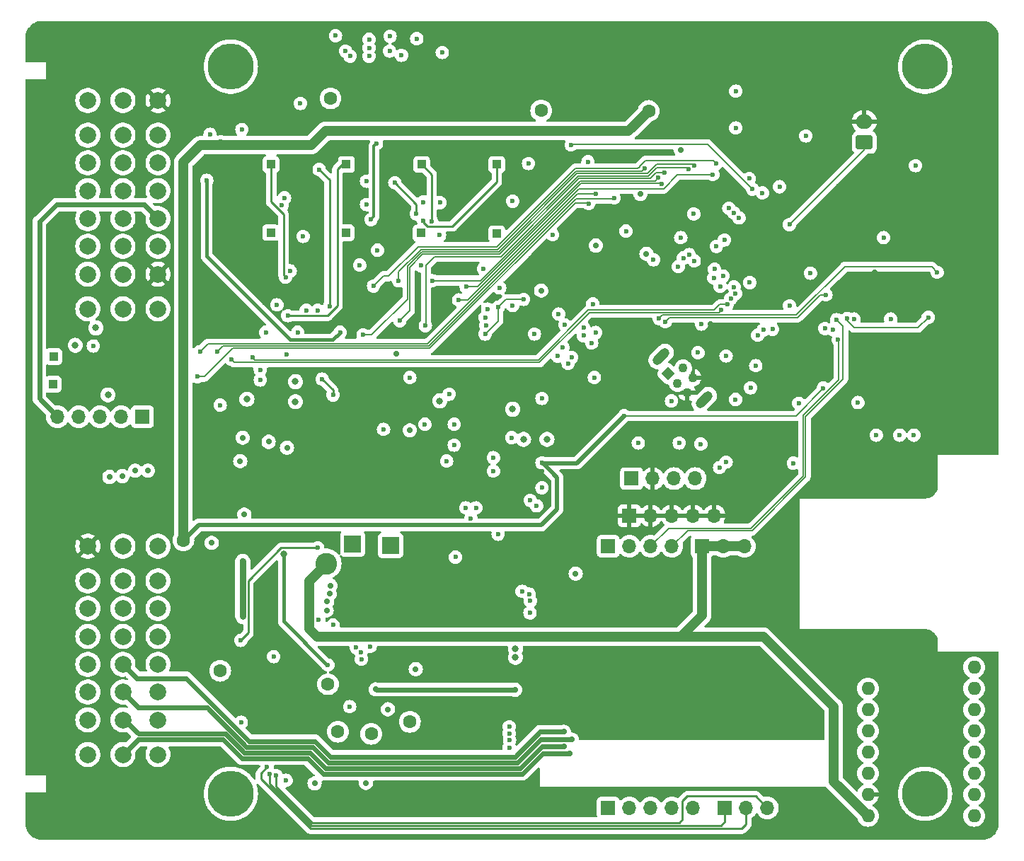
<source format=gbr>
%TF.GenerationSoftware,KiCad,Pcbnew,8.0.0~rc2*%
%TF.CreationDate,2024-03-12T18:06:46-03:00*%
%TF.ProjectId,hw_v1,68775f76-312e-46b6-9963-61645f706362,rev?*%
%TF.SameCoordinates,Original*%
%TF.FileFunction,Copper,L2,Inr*%
%TF.FilePolarity,Positive*%
%FSLAX46Y46*%
G04 Gerber Fmt 4.6, Leading zero omitted, Abs format (unit mm)*
G04 Created by KiCad (PCBNEW 8.0.0~rc2) date 2024-03-12 18:06:46*
%MOMM*%
%LPD*%
G01*
G04 APERTURE LIST*
G04 Aperture macros list*
%AMRoundRect*
0 Rectangle with rounded corners*
0 $1 Rounding radius*
0 $2 $3 $4 $5 $6 $7 $8 $9 X,Y pos of 4 corners*
0 Add a 4 corners polygon primitive as box body*
4,1,4,$2,$3,$4,$5,$6,$7,$8,$9,$2,$3,0*
0 Add four circle primitives for the rounded corners*
1,1,$1+$1,$2,$3*
1,1,$1+$1,$4,$5*
1,1,$1+$1,$6,$7*
1,1,$1+$1,$8,$9*
0 Add four rect primitives between the rounded corners*
20,1,$1+$1,$2,$3,$4,$5,0*
20,1,$1+$1,$4,$5,$6,$7,0*
20,1,$1+$1,$6,$7,$8,$9,0*
20,1,$1+$1,$8,$9,$2,$3,0*%
%AMHorizOval*
0 Thick line with rounded ends*
0 $1 width*
0 $2 $3 position (X,Y) of the first rounded end (center of the circle)*
0 $4 $5 position (X,Y) of the second rounded end (center of the circle)*
0 Add line between two ends*
20,1,$1,$2,$3,$4,$5,0*
0 Add two circle primitives to create the rounded ends*
1,1,$1,$2,$3*
1,1,$1,$4,$5*%
%AMRotRect*
0 Rectangle, with rotation*
0 The origin of the aperture is its center*
0 $1 length*
0 $2 width*
0 $3 Rotation angle, in degrees counterclockwise*
0 Add horizontal line*
21,1,$1,$2,0,0,$3*%
G04 Aperture macros list end*
%TA.AperFunction,ComponentPad*%
%ADD10C,0.600000*%
%TD*%
%TA.AperFunction,ComponentPad*%
%ADD11C,2.000000*%
%TD*%
%TA.AperFunction,ComponentPad*%
%ADD12R,2.000000X2.000000*%
%TD*%
%TA.AperFunction,ComponentPad*%
%ADD13O,1.600000X1.600000*%
%TD*%
%TA.AperFunction,ComponentPad*%
%ADD14R,1.600000X1.600000*%
%TD*%
%TA.AperFunction,ComponentPad*%
%ADD15R,1.000000X1.000000*%
%TD*%
%TA.AperFunction,ComponentPad*%
%ADD16O,1.700000X1.700000*%
%TD*%
%TA.AperFunction,ComponentPad*%
%ADD17R,1.700000X1.700000*%
%TD*%
%TA.AperFunction,ComponentPad*%
%ADD18C,5.500000*%
%TD*%
%TA.AperFunction,ComponentPad*%
%ADD19HorizOval,1.100000X-0.459619X-0.459619X0.459619X0.459619X0*%
%TD*%
%TA.AperFunction,ComponentPad*%
%ADD20C,1.100000*%
%TD*%
%TA.AperFunction,ComponentPad*%
%ADD21RotRect,1.100000X1.100000X315.000000*%
%TD*%
%TA.AperFunction,ComponentPad*%
%ADD22O,2.000000X1.700000*%
%TD*%
%TA.AperFunction,ComponentPad*%
%ADD23RoundRect,0.250000X0.750000X-0.600000X0.750000X0.600000X-0.750000X0.600000X-0.750000X-0.600000X0*%
%TD*%
%TA.AperFunction,ViaPad*%
%ADD24C,0.600000*%
%TD*%
%TA.AperFunction,ViaPad*%
%ADD25C,0.800000*%
%TD*%
%TA.AperFunction,ViaPad*%
%ADD26C,2.600000*%
%TD*%
%TA.AperFunction,ViaPad*%
%ADD27C,0.700000*%
%TD*%
%TA.AperFunction,ViaPad*%
%ADD28C,1.600000*%
%TD*%
%TA.AperFunction,Conductor*%
%ADD29C,0.250000*%
%TD*%
%TA.AperFunction,Conductor*%
%ADD30C,0.300000*%
%TD*%
%TA.AperFunction,Conductor*%
%ADD31C,1.200000*%
%TD*%
%TA.AperFunction,Conductor*%
%ADD32C,0.200000*%
%TD*%
%TA.AperFunction,Conductor*%
%ADD33C,0.400000*%
%TD*%
%TA.AperFunction,Conductor*%
%ADD34C,0.600000*%
%TD*%
%TA.AperFunction,Conductor*%
%ADD35C,0.500000*%
%TD*%
%TA.AperFunction,Conductor*%
%ADD36C,0.800000*%
%TD*%
G04 APERTURE END LIST*
D10*
%TO.N,unconnected-(U12-RTN-Pad13)_1*%
%TO.C,U12*%
X91116800Y-57544400D03*
%TO.N,unconnected-(U12-RTN-Pad13)_2*%
X91116800Y-56544400D03*
%TO.N,unconnected-(U12-RTN-Pad13)_0*%
X91116800Y-55544400D03*
%TD*%
D11*
%TO.N,MAP_Sensor*%
%TO.C,J13*%
X57467600Y-62836000D03*
%TO.N,TPS_Sensor*%
X57467600Y-66986000D03*
%TO.N,IAT_Sensor*%
X57467600Y-70316000D03*
%TO.N,CLT_Sensor*%
X57467600Y-73646000D03*
%TO.N,O2_Sensor*%
X57467600Y-76976000D03*
%TO.N,SPARE2_Sensor*%
X57467600Y-80306000D03*
%TO.N,SPARE1_Sensor*%
X57467600Y-83636000D03*
%TO.N,GNDREF*%
X57467600Y-87786000D03*
%TO.N,SW_AC*%
X61667600Y-62836000D03*
%TO.N,SW_SHIFT*%
X61667600Y-66986000D03*
%TO.N,SW_TABLE*%
X61667600Y-70316000D03*
%TO.N,SW_USER*%
X61667600Y-73646000D03*
%TO.N,CRANK-*%
X61667600Y-76976000D03*
%TO.N,CRANK+*%
X61667600Y-80306000D03*
%TO.N,CAM-*%
X61667600Y-83636000D03*
%TO.N,CAM+*%
X61667600Y-87786000D03*
%TO.N,GND*%
X65867600Y-62836000D03*
%TO.N,CAN-*%
X65867600Y-66986000D03*
%TO.N,CAN+*%
X65867600Y-70316000D03*
%TO.N,Clutch_in*%
X65867600Y-73646000D03*
%TO.N,CEL-OUT*%
X65867600Y-76976000D03*
%TO.N,+5C*%
X65867600Y-80306000D03*
%TO.N,GND*%
X65867600Y-83636000D03*
%TO.N,+12VA*%
X65867600Y-87786000D03*
%TD*%
D12*
%TO.N,Net-(J11-Pin_1)*%
%TO.C,J11*%
X89150000Y-115925000D03*
%TD*%
D13*
%TO.N,/MTR_DIR*%
%TO.C,A1*%
X163505600Y-130683000D03*
%TO.N,/MTR_STEP*%
X163505600Y-133223000D03*
%TO.N,+3V3*%
X163505600Y-135763000D03*
X163505600Y-138303000D03*
%TO.N,Net-(A1-M2)*%
X163505600Y-140843000D03*
%TO.N,Net-(A1-M1)*%
X163505600Y-143383000D03*
%TO.N,Net-(A1-M0)*%
X163505600Y-145923000D03*
%TO.N,/MTR_ENABLE*%
X163505600Y-148463000D03*
%TO.N,+12V*%
X150805600Y-148463000D03*
%TO.N,GND*%
X150805600Y-145923000D03*
%TO.N,STEPPER-B2*%
X150805600Y-143383000D03*
%TO.N,STEPPER-B1*%
X150805600Y-140843000D03*
%TO.N,STEPPER-A1*%
X150805600Y-138303000D03*
%TO.N,STEPPER-A2*%
X150805600Y-135763000D03*
%TO.N,/MTR_FAULT*%
X150805600Y-133223000D03*
D14*
%TO.N,GND*%
X150805600Y-130683000D03*
%TD*%
D15*
%TO.N,ext_a0_in*%
%TO.C,TP17*%
X106400000Y-78800000D03*
%TD*%
D16*
%TO.N,Net-(J2-Pin_1)*%
%TO.C,J2*%
X129885000Y-147500000D03*
X127345000Y-147500000D03*
X124804999Y-147500000D03*
X122265000Y-147500000D03*
D17*
X119725000Y-147500000D03*
%TD*%
D16*
%TO.N,Net-(J14-Pin_4)*%
%TO.C,J14*%
X130140001Y-108100000D03*
%TO.N,Net-(J14-Pin_3)*%
X127600000Y-108100000D03*
%TO.N,GND*%
X125060001Y-108100000D03*
D17*
%TO.N,VDD*%
X122520001Y-108100000D03*
%TD*%
D15*
%TO.N,/Sensors/CH_TPS_m*%
%TO.C,TP10*%
X79400000Y-70500000D03*
%TD*%
D18*
%TO.N,N/C*%
%TO.C,REF\u002A\u002A*%
X74573600Y-58801000D03*
%TD*%
D15*
%TO.N,SPARE1_Sensor*%
%TO.C,TP20*%
X53300000Y-96800000D03*
%TD*%
D16*
%TO.N,GND*%
%TO.C,J4*%
X132420000Y-112530000D03*
X129880000Y-112530000D03*
X127339999Y-112530000D03*
X124800000Y-112530000D03*
D17*
X122260000Y-112530000D03*
%TD*%
D15*
%TO.N,/Sensors/CH_IAT_m*%
%TO.C,TP14*%
X79350800Y-78654400D03*
%TD*%
D18*
%TO.N,N/C*%
%TO.C,REF\u002A\u002A*%
X157631600Y-145821000D03*
%TD*%
%TO.N,N/C*%
%TO.C,REF\u002A\u002A*%
X157631600Y-58821000D03*
%TD*%
D16*
%TO.N,CEL-OUT*%
%TO.C,J3*%
X53840000Y-100700000D03*
%TO.N,PROTO-4*%
X56380000Y-100700000D03*
%TO.N,PROTO-3*%
X58920001Y-100700000D03*
%TO.N,PROTO-2*%
X61460000Y-100700000D03*
D17*
%TO.N,PROTO-1*%
X64000000Y-100700000D03*
%TD*%
D19*
%TO.N,N/C*%
%TO.C,J8*%
X131226650Y-98645583D03*
X126064771Y-93483704D03*
D20*
%TO.N,GND*%
X129158363Y-97814733D03*
X129830114Y-96011610D03*
%TO.N,USB_D+*%
X128026992Y-96683362D03*
%TO.N,USB_D-*%
X128698743Y-94880240D03*
D21*
%TO.N,VBUS*%
X126895621Y-95551991D03*
%TD*%
D16*
%TO.N,/SPI2_MISO*%
%TO.C,J15*%
X138779999Y-147500000D03*
%TO.N,/SPI2_MOSI*%
X136240000Y-147500000D03*
D17*
%TO.N,/SPI2_SCK*%
X133700000Y-147500000D03*
%TD*%
D15*
%TO.N,/Sensors/CH_VBATT_m*%
%TO.C,TP15*%
X88369000Y-78696750D03*
%TD*%
%TO.N,/Sensors/CH_CLT_m*%
%TO.C,TP9*%
X97400000Y-70500000D03*
%TD*%
%TO.N,/Sensors/CH_MAP_m*%
%TO.C,TP11*%
X88400000Y-70500000D03*
%TD*%
%TO.N,/Sensors/CH_O2_m*%
%TO.C,TP16*%
X97322000Y-78714050D03*
%TD*%
%TO.N,ext_a1_in*%
%TO.C,TP18*%
X106400000Y-70500000D03*
%TD*%
D12*
%TO.N,Net-(J10-Pin_1)*%
%TO.C,J10*%
X93700000Y-116100000D03*
%TD*%
D16*
%TO.N,+12V*%
%TO.C,J5*%
X136029999Y-116200000D03*
X133490000Y-116200000D03*
D17*
X130950000Y-116200000D03*
%TD*%
D11*
%TO.N,GND*%
%TO.C,J12*%
X57467600Y-116176000D03*
%TO.N,PROTO-1*%
X57467600Y-120326000D03*
%TO.N,PROTO-2*%
X57467600Y-123656000D03*
%TO.N,PROTO-3*%
X57467600Y-126986000D03*
%TO.N,PROTO-4*%
X57467600Y-130316000D03*
%TO.N,FUELPUMP-OUT*%
X57467600Y-133646000D03*
%TO.N,IDLE-OUT*%
X57467600Y-136976000D03*
%TO.N,BOOST-OUT*%
X57467600Y-141126000D03*
%TO.N,TACHO-OUT*%
X61667600Y-116176000D03*
%TO.N,VVT-OUT*%
X61667600Y-120326000D03*
%TO.N,FAN2-OUT*%
X61667600Y-123656000D03*
%TO.N,FAN-OUT*%
X61667600Y-126986000D03*
%TO.N,STEPPER-A2*%
X61667600Y-130316000D03*
%TO.N,STEPPER-A1*%
X61667600Y-133646000D03*
%TO.N,STEPPER-B1*%
X61667600Y-136976000D03*
%TO.N,STEPPER-B2*%
X61667600Y-141126000D03*
%TO.N,IGN-4-OUT*%
X65867600Y-116176000D03*
%TO.N,IGN-3-OUT*%
X65867600Y-120326000D03*
%TO.N,IGN-2-OUT*%
X65867600Y-123656000D03*
%TO.N,IGN-1-OUT*%
X65867600Y-126986000D03*
%TO.N,INJ-4-OUT*%
X65867600Y-130316000D03*
%TO.N,INJ-3-OUT*%
X65867600Y-133646000D03*
%TO.N,INJ-2-OUT*%
X65867600Y-136976000D03*
%TO.N,INJ-1-OUT*%
X65867600Y-141126000D03*
%TD*%
D15*
%TO.N,SPARE2_Sensor*%
%TO.C,TP19*%
X53400000Y-93500000D03*
%TD*%
D22*
%TO.N,GND*%
%TO.C,BT1*%
X150374369Y-65379130D03*
D23*
%TO.N,Net-(BT1-+)*%
X150374369Y-67879130D03*
%TD*%
D18*
%TO.N,N/C*%
%TO.C,REF\u002A\u002A*%
X74573600Y-145821000D03*
%TD*%
D16*
%TO.N,MCU-D0*%
%TO.C,J6*%
X127345000Y-116200000D03*
%TO.N,MCU-D1*%
X124804999Y-116200000D03*
%TO.N,Net-(J6-Pin_2)*%
X122265000Y-116200000D03*
D17*
%TO.N,Net-(J6-Pin_1)*%
X119725000Y-116200000D03*
%TD*%
D24*
%TO.N,Net-(U1-GD2)*%
X75775000Y-127450000D03*
X84975000Y-116375000D03*
D25*
%TO.N,GND*%
X104675000Y-75925000D03*
D24*
%TO.N,+12V*%
X92000000Y-68000000D03*
D25*
X58425000Y-90060000D03*
D24*
X91338187Y-77100000D03*
X79700000Y-129400000D03*
D26*
X86025000Y-118275000D03*
D27*
X93384090Y-135706591D03*
D28*
X86500000Y-62600000D03*
D24*
X93578337Y-56931253D03*
%TO.N,GND*%
X139950000Y-75100000D03*
X101200000Y-75075000D03*
D27*
X151650000Y-83399999D03*
X84700000Y-115100000D03*
D24*
X132970000Y-74311683D03*
X143550000Y-95280000D03*
D27*
X111000000Y-89100000D03*
D24*
X139180000Y-71930000D03*
D26*
X80100000Y-135900000D03*
D24*
X144030000Y-91510000D03*
X110010000Y-85040000D03*
X100000000Y-87200000D03*
D27*
X131930000Y-89610000D03*
D24*
X111800000Y-107210000D03*
X143130000Y-72240000D03*
X83200000Y-83300000D03*
X81260000Y-93280000D03*
X147280000Y-73110000D03*
X109800000Y-106200000D03*
D27*
X111350000Y-92240000D03*
D24*
X142720000Y-84330000D03*
X92545558Y-58575000D03*
X99550000Y-82500000D03*
X90764314Y-87035686D03*
X141660000Y-71640000D03*
X139175000Y-64425000D03*
X80500000Y-98600000D03*
X110460000Y-81690000D03*
X106740000Y-86330000D03*
D27*
X143330000Y-81510000D03*
D24*
X74060000Y-95900000D03*
%TO.N,+3V3*%
X101450001Y-117500000D03*
X105000000Y-90800000D03*
D27*
X128390000Y-68750000D03*
D24*
X106575735Y-87575735D03*
D27*
X118240000Y-80210000D03*
D24*
X134980000Y-66140000D03*
D27*
X96005000Y-102325000D03*
D24*
X110900000Y-90800000D03*
X134980000Y-61730000D03*
X109605017Y-86655020D03*
X106749998Y-85310000D03*
X71700000Y-72400000D03*
D27*
X94350000Y-93200000D03*
D24*
X143930000Y-83510000D03*
X87645001Y-90600000D03*
X133828249Y-93428249D03*
D27*
X96700000Y-130900000D03*
D24*
X139374222Y-90224122D03*
D27*
X84600000Y-144575000D03*
D24*
%TO.N,Net-(BT1-+)*%
X141420000Y-77700000D03*
%TO.N,Net-(JP1-A)*%
X86800000Y-98100000D03*
X85500000Y-96200000D03*
D25*
%TO.N,/CKP_CMP_Sensors/IN2+*%
X82300000Y-98900000D03*
D24*
X108200000Y-103200000D03*
D25*
X99579999Y-98800000D03*
D24*
%TO.N,/CKP_CMP_Sensors/IN2-*%
X111800000Y-109200000D03*
X78100000Y-96300000D03*
X101300000Y-101600000D03*
X96000000Y-96000000D03*
D25*
%TO.N,/CKP_CMP_Sensors/IN1-*%
X108300000Y-99800000D03*
X76500000Y-98600000D03*
%TO.N,/CKP_CMP_Sensors/IN1+*%
X112400000Y-103400000D03*
X109600000Y-103400000D03*
X82300000Y-96500000D03*
D24*
%TO.N,Net-(U12-C)*%
X93624400Y-55168800D03*
X94996000Y-57439599D03*
%TO.N,CLT_Sensor*%
X97600000Y-75000000D03*
%TO.N,TPS_Sensor*%
X81000000Y-74500000D03*
%TO.N,+5C*%
X90800000Y-75300000D03*
D27*
X91930000Y-133330000D03*
D24*
X104794527Y-82992780D03*
D28*
X111709200Y-64058800D03*
D24*
X108300000Y-74900000D03*
X99600000Y-75075000D03*
X81675000Y-83250000D03*
D27*
X108575000Y-133370000D03*
D24*
%TO.N,/Sensors/CH_CLT_m*%
X85000000Y-87975000D03*
X98600000Y-77300000D03*
%TO.N,/Sensors/CH_TPS_m*%
X81125000Y-84000000D03*
%TO.N,/Sensors/CH_MAP_m*%
X81400000Y-88600000D03*
%TO.N,ext_a0_in*%
X82565000Y-90600000D03*
%TO.N,ext_a1_in*%
X97600000Y-77200000D03*
X83600000Y-87975000D03*
%TO.N,O2_Sensor*%
X99545000Y-78968050D03*
X97300000Y-82600000D03*
%TO.N,IAT_Sensor*%
X80700000Y-75400000D03*
%TO.N,Net-(C23-Pad1)*%
X90000000Y-82555650D03*
X92128200Y-80767350D03*
%TO.N,/Sensors/CH_O2_m*%
X78754999Y-90600000D03*
%TO.N,MCU-D0*%
X147069561Y-89090242D03*
X133630000Y-79540000D03*
%TO.N,/Sensors/CH_IAT_m*%
X83223800Y-79111600D03*
%TO.N,/Sensors/CH_VBATT_m*%
X80100000Y-87300000D03*
%TO.N,/NRST*%
X138175000Y-73900000D03*
X156500000Y-70650001D03*
X141880000Y-106250000D03*
%TO.N,VDDA*%
X143375000Y-67100000D03*
%TO.N,OSC_IN*%
X136600000Y-72200000D03*
X140223223Y-73178858D03*
%TO.N,+5V*%
X121640000Y-100580000D03*
D28*
X124561600Y-64109600D03*
D24*
X111800000Y-106212500D03*
D28*
X68900000Y-115470000D03*
D24*
X145464265Y-97284265D03*
X73400000Y-67800000D03*
D27*
%TO.N,Net-(D2-K)*%
X64650000Y-107150000D03*
X76000000Y-103200000D03*
D28*
%TO.N,INJ-4-OUT*%
X86200000Y-132700000D03*
D27*
%TO.N,Net-(D5-K)*%
X63125000Y-107150000D03*
X81300000Y-104400000D03*
D28*
%TO.N,INJ-3-OUT*%
X73300000Y-131100000D03*
D27*
%TO.N,Net-(D7-K)*%
X79100000Y-103700000D03*
X61600000Y-107800000D03*
D28*
%TO.N,INJ-2-OUT*%
X87387438Y-138387438D03*
D27*
%TO.N,Net-(D10-K)*%
X60050000Y-107900000D03*
X75700000Y-106000000D03*
%TO.N,TACHO-OUT*%
X76200000Y-112400000D03*
D28*
%TO.N,IDLE-OUT*%
X91375000Y-138650000D03*
%TO.N,BOOST-OUT*%
X96000000Y-137200000D03*
D24*
%TO.N,/SW_USER_m*%
X70590000Y-95910000D03*
X117390000Y-75200000D03*
%TO.N,Net-(J6-Pin_1)*%
X110400000Y-110700000D03*
X110200000Y-70400000D03*
%TO.N,MCU-D1*%
X132660000Y-80310000D03*
X147240000Y-91460000D03*
%TO.N,Net-(J6-Pin_2)*%
X111158185Y-111358185D03*
X113075946Y-78908529D03*
%TO.N,USB_D-*%
X127300000Y-98800000D03*
%TO.N,/SYS_SWCLK*%
X133830000Y-106120000D03*
X136754265Y-97235735D03*
%TO.N,/SYS_SWDIO*%
X134970000Y-98630000D03*
X130886536Y-89606536D03*
X133060000Y-106780000D03*
X130470000Y-93030000D03*
%TO.N,/SYS_SWO*%
X137380000Y-94580000D03*
X136660140Y-84639860D03*
D27*
%TO.N,STEPPER-A2*%
X114450000Y-138410000D03*
%TO.N,VVT-OUT*%
X86500000Y-120900000D03*
%TO.N,STEPPER-B1*%
X114410000Y-140120000D03*
%TO.N,STEPPER-B2*%
X115085000Y-140970000D03*
%TO.N,FAN-OUT*%
X86100000Y-122825000D03*
D24*
%TO.N,CRANK-*%
X78100000Y-95087500D03*
X73300000Y-99299999D03*
D27*
%TO.N,STEPPER-A1*%
X115390000Y-139335000D03*
%TO.N,FUELPUMP-OUT*%
X86039492Y-123860508D03*
D24*
%TO.N,MAP_Sensor*%
X90800000Y-72500000D03*
%TO.N,Net-(JP2-B)*%
X101300000Y-104100000D03*
X92850000Y-102200000D03*
%TO.N,Net-(JP3-B)*%
X97800000Y-101600000D03*
X100700000Y-98000000D03*
%TO.N,/IAT*%
X130050000Y-70650000D03*
X90400000Y-90900000D03*
%TO.N,Net-(U13-BOOT0)*%
X141416637Y-87416637D03*
%TO.N,/LED_CAN_TX*%
X142520000Y-99090000D03*
X134782323Y-85166207D03*
%TO.N,/LED_CAN_RX*%
X149600000Y-99000000D03*
X129960000Y-76430000D03*
%TO.N,Net-(U7A-+)*%
X94200000Y-72687500D03*
X96779442Y-76404442D03*
%TO.N,/LED0*%
X135380000Y-76900000D03*
X151800000Y-102900000D03*
%TO.N,/LED1*%
X134780000Y-76300000D03*
X154600000Y-102900000D03*
%TO.N,/LED2*%
X134165000Y-75760000D03*
X156300000Y-102900000D03*
%TO.N,Net-(U6C-+)*%
X86375000Y-87500000D03*
X85150000Y-71112500D03*
%TO.N,Net-(U13-PB2)*%
X117300000Y-70190000D03*
%TO.N,/MEMORY_CS*%
X106550000Y-114750000D03*
X117890000Y-87199999D03*
%TO.N,Net-(U1-GD0)*%
X86800000Y-125625000D03*
X75830000Y-137260000D03*
D27*
%TO.N,IGN_V+*%
X76000000Y-118000000D03*
X72300000Y-115800000D03*
X76000000Y-124600000D03*
D24*
%TO.N,Net-(U1-GD1)*%
X85100000Y-125000000D03*
X88791942Y-135391942D03*
%TO.N,Net-(U1-GD3)*%
X86200000Y-130400000D03*
D25*
X80900000Y-117100000D03*
D27*
%TO.N,FAN2-OUT*%
X86400000Y-121900000D03*
D24*
%TO.N,/EXT_1*%
X102750000Y-85150000D03*
X126100000Y-72800000D03*
%TO.N,/EXT_0*%
X98715682Y-84425000D03*
X125700000Y-72100000D03*
%TO.N,USART_2_RX*%
X134960000Y-85960000D03*
X130800000Y-103960000D03*
%TO.N,USART_2_TX*%
X134400000Y-86560000D03*
X123326801Y-103830100D03*
X128226801Y-103845100D03*
%TO.N,Net-(U12-SW)*%
X88290799Y-56943398D03*
X96824800Y-55449200D03*
%TO.N,/fuel_pump*%
X110370000Y-124170000D03*
X146630735Y-90259265D03*
%TO.N,/INY1*%
X107900000Y-140283752D03*
X116780000Y-90000000D03*
%TO.N,/MTR_STEP*%
X130015000Y-82054954D03*
%TO.N,/CMP*%
X100400000Y-106000000D03*
X106000000Y-105600000D03*
X118075000Y-96000000D03*
%TO.N,Net-(U12-OV)*%
X99872800Y-57099200D03*
X88849200Y-57541000D03*
%TO.N,/CLT*%
X129350000Y-71100000D03*
X94800000Y-89200000D03*
%TO.N,/MAP*%
X126480584Y-71500000D03*
X97850000Y-89800000D03*
%TO.N,/ECN3*%
X115350000Y-93600000D03*
X90200000Y-129700000D03*
%TO.N,/CAN1_RX*%
X137610000Y-90935000D03*
X72100000Y-66900000D03*
D27*
%TO.N,/PMIC1_ENABLE*%
X111700000Y-85600000D03*
X90760000Y-144510000D03*
D24*
%TO.N,/fan1*%
X145655735Y-90134265D03*
X110410000Y-122740000D03*
%TO.N,/SW_TABLE_m*%
X118210000Y-74000000D03*
X70900000Y-92890000D03*
%TO.N,/SW_Clutch_m*%
X133960000Y-87252656D03*
X77160000Y-93610000D03*
%TO.N,/ECN2*%
X113675000Y-93450000D03*
X91250000Y-128175000D03*
%TO.N,/INY4*%
X117748943Y-91878943D03*
X107900000Y-137800000D03*
%TO.N,/SW_SHIFT_m*%
X72940000Y-92890000D03*
X120424391Y-74525609D03*
%TO.N,/MTR_ENABLE*%
X128710000Y-81700000D03*
%TO.N,/O2*%
X101830000Y-86720000D03*
X132250000Y-71700000D03*
D27*
%TO.N,/RPM_OUT*%
X115830000Y-119470000D03*
D24*
X128110000Y-82730000D03*
%TO.N,/SPI2_MOSI*%
X78921942Y-142638058D03*
X102700000Y-111600000D03*
X105000134Y-88800000D03*
X113800000Y-88399999D03*
D25*
%TO.N,/boost*%
X108625000Y-129500000D03*
D24*
X132347184Y-84087183D03*
%TO.N,/CAN1_TX*%
X75900000Y-66325000D03*
X138290000Y-90310000D03*
%TO.N,/PMIC1_CS*%
X81200000Y-144200000D03*
D27*
X124300000Y-81200000D03*
D24*
%TO.N,/ECN4*%
X90158058Y-128858058D03*
X114929442Y-94309162D03*
%TO.N,/MTR_FAULT*%
X129415000Y-81290000D03*
%TO.N,/vvt*%
X133467183Y-83851068D03*
X109425000Y-121600000D03*
%TO.N,/TPS*%
X124104802Y-70994400D03*
X94650000Y-84425000D03*
%TO.N,/SW_AC_m*%
X133270000Y-87900000D03*
X74610000Y-93800000D03*
%TO.N,/INY3*%
X118235735Y-90615735D03*
X107900000Y-138600000D03*
%TO.N,/SPI2_MISO*%
X80000000Y-143650000D03*
X103900000Y-111600000D03*
X108300000Y-87400000D03*
%TO.N,/MTR_DIR*%
X128410735Y-79259265D03*
%TO.N,/SPI2_SCK*%
X79210000Y-143430000D03*
X103300000Y-112900000D03*
X121850000Y-78470000D03*
X105100000Y-89800000D03*
%TO.N,/INY2*%
X116775000Y-90990000D03*
X107925000Y-139425000D03*
%TO.N,/ECN1*%
X89575000Y-128300000D03*
X114300000Y-92400000D03*
%TO.N,/CKP*%
X106000000Y-107200000D03*
X111800000Y-98500000D03*
%TO.N,/idle*%
X132442183Y-83037919D03*
D25*
X108625000Y-128500000D03*
D24*
%TO.N,/fan2*%
X110260000Y-121930000D03*
X133126068Y-85076067D03*
D27*
%TO.N,BARO_CS*%
X123590000Y-74050000D03*
D24*
X105300000Y-87808745D03*
%TO.N,Net-(Q3A-G1)*%
X87100000Y-55100000D03*
X82900000Y-63200000D03*
%TO.N,ACCL_CS*%
X125150000Y-81910000D03*
X114560000Y-89710000D03*
%TO.N,/VBATT*%
X91650000Y-85060000D03*
X132660000Y-70380000D03*
%TO.N,/SD_CARD_DETECT*%
X126563502Y-89323502D03*
X145780000Y-86100000D03*
X152670000Y-79270000D03*
%TO.N,/SPI3_MISO*%
X149130000Y-89010000D03*
X153520000Y-89010000D03*
%TO.N,/SD_CS*%
X125802818Y-88952818D03*
X159090000Y-83410000D03*
%TO.N,/SPI3_MOSI*%
X158020000Y-88810000D03*
X148300000Y-88930000D03*
D25*
%TO.N,Net-(Q4-B)*%
X55960000Y-92150000D03*
X59880000Y-98090000D03*
D24*
%TO.N,/CEL_OUT*%
X58130000Y-92230000D03*
X115300000Y-68160000D03*
X136978058Y-73461942D03*
%TD*%
D29*
%TO.N,Net-(U1-GD2)*%
X76675000Y-126550000D02*
X75775000Y-127450000D01*
X76675000Y-120299695D02*
X76675000Y-126550000D01*
X80599695Y-116375000D02*
X76675000Y-120299695D01*
X84975000Y-116375000D02*
X80599695Y-116375000D01*
D30*
%TO.N,+12V*%
X91338187Y-77100000D02*
X91700000Y-76738187D01*
X91700000Y-76738187D02*
X91700000Y-68300000D01*
X91700000Y-68300000D02*
X92000000Y-68000000D01*
D31*
X84900000Y-127000000D02*
X128400000Y-127000000D01*
X146700000Y-135390000D02*
X146700000Y-144357400D01*
X85950000Y-118350000D02*
X84000000Y-120300000D01*
X84000000Y-120300000D02*
X84000000Y-126100000D01*
X86000000Y-118350000D02*
X85950000Y-118350000D01*
X130950000Y-116200000D02*
X136029999Y-116200000D01*
X84000000Y-126100000D02*
X84900000Y-127000000D01*
X146700000Y-144357400D02*
X150805600Y-148463000D01*
X128400000Y-127000000D02*
X130950000Y-124450000D01*
X128400000Y-127000000D02*
X138310000Y-127000000D01*
X138310000Y-127000000D02*
X146700000Y-135390000D01*
X130950000Y-124450000D02*
X130950000Y-116200000D01*
D32*
%TO.N,+3V3*%
X107343944Y-86824496D02*
X107513420Y-86655020D01*
X106575735Y-87575735D02*
X106575735Y-89224265D01*
X106575735Y-89224265D02*
X105000000Y-90800000D01*
X107326974Y-86824496D02*
X107343944Y-86824496D01*
D33*
X81700000Y-91500000D02*
X71700000Y-81500000D01*
X86745001Y-91500000D02*
X81700000Y-91500000D01*
D32*
X106575735Y-87575735D02*
X107326974Y-86824496D01*
D33*
X71700000Y-81500000D02*
X71700000Y-72400000D01*
D32*
X107513420Y-86655020D02*
X109605017Y-86655020D01*
D33*
X87645001Y-90600000D02*
X86745001Y-91500000D01*
D32*
%TO.N,Net-(BT1-+)*%
X150374369Y-68745631D02*
X150374369Y-67879130D01*
X141420000Y-77700000D02*
X150374369Y-68745631D01*
D29*
%TO.N,Net-(JP1-A)*%
X86800000Y-97500000D02*
X86800000Y-98100000D01*
X85500000Y-96200000D02*
X86800000Y-97500000D01*
D34*
%TO.N,+5C*%
X108575000Y-133370000D02*
X91970000Y-133370000D01*
X91970000Y-133370000D02*
X91930000Y-133330000D01*
D29*
%TO.N,/Sensors/CH_CLT_m*%
X98600000Y-77300000D02*
X98600000Y-71700000D01*
X98600000Y-71700000D02*
X97400000Y-70500000D01*
%TO.N,/Sensors/CH_TPS_m*%
X80900000Y-83775000D02*
X80900000Y-76483884D01*
X79400000Y-74983884D02*
X79400000Y-70500000D01*
X81125000Y-84000000D02*
X80900000Y-83775000D01*
X80900000Y-76483884D02*
X79400000Y-74983884D01*
%TO.N,/Sensors/CH_MAP_m*%
X87325000Y-87433884D02*
X86158884Y-88600000D01*
X86158884Y-88600000D02*
X81400000Y-88600000D01*
X87325000Y-71075000D02*
X87325000Y-87433884D01*
X87900000Y-70500000D02*
X87325000Y-71075000D01*
X88400000Y-70500000D02*
X87900000Y-70500000D01*
%TO.N,ext_a1_in*%
X106400000Y-72580000D02*
X106400000Y-70500000D01*
X98135950Y-77925000D02*
X101055000Y-77925000D01*
X97600000Y-77389050D02*
X98135950Y-77925000D01*
X97600000Y-77200000D02*
X97600000Y-77389050D01*
X101055000Y-77925000D02*
X106400000Y-72580000D01*
D32*
%TO.N,MCU-D0*%
X136928566Y-114330000D02*
X143348900Y-107909666D01*
X129215000Y-114330000D02*
X136928566Y-114330000D01*
X143348900Y-107909666D02*
X143348900Y-100656725D01*
X147840000Y-89860681D02*
X147069561Y-89090242D01*
X127345000Y-116200000D02*
X129215000Y-114330000D01*
X143348900Y-100656725D02*
X147840000Y-96165625D01*
X147840000Y-96165625D02*
X147840000Y-89860681D01*
%TO.N,+5V*%
X121640000Y-100580000D02*
X142168530Y-100580000D01*
D35*
X115972045Y-106247955D02*
X121640000Y-100580000D01*
X111863161Y-106212500D02*
X113630000Y-107979339D01*
X70720000Y-113650000D02*
X68900000Y-115470000D01*
D31*
X84200000Y-68200000D02*
X70900000Y-68200000D01*
D35*
X111800000Y-106212500D02*
X111863161Y-106212500D01*
X111800000Y-106212500D02*
X111835455Y-106247955D01*
D31*
X124561600Y-64109600D02*
X122171200Y-66500000D01*
X122171200Y-66500000D02*
X85900000Y-66500000D01*
X68900000Y-70200000D02*
X68900000Y-115470000D01*
D35*
X111835455Y-106247955D02*
X115972045Y-106247955D01*
X111740000Y-113650000D02*
X70720000Y-113650000D01*
D32*
X142168530Y-100580000D02*
X145464265Y-97284265D01*
D35*
X113630000Y-107979339D02*
X113630000Y-111760000D01*
D31*
X70900000Y-68200000D02*
X68900000Y-70200000D01*
X85900000Y-66500000D02*
X84200000Y-68200000D01*
D35*
X113630000Y-111760000D02*
X111740000Y-113650000D01*
D32*
%TO.N,/SW_USER_m*%
X71390000Y-95910000D02*
X74782200Y-92517800D01*
X117282466Y-75092466D02*
X115773232Y-75092466D01*
X70590000Y-95910000D02*
X71390000Y-95910000D01*
X117390000Y-75200000D02*
X117282466Y-75092466D01*
X98347898Y-92517800D02*
X115773232Y-75092466D01*
X74782200Y-92517800D02*
X98347898Y-92517800D01*
%TO.N,MCU-D1*%
X147290000Y-91510000D02*
X147290000Y-96307059D01*
X143060000Y-100537059D02*
X143060000Y-107790000D01*
X126964999Y-114040000D02*
X124804999Y-116200000D01*
X143060000Y-107790000D02*
X136810000Y-114040000D01*
X147240000Y-91460000D02*
X147290000Y-91510000D01*
X136810000Y-114040000D02*
X126964999Y-114040000D01*
X147290000Y-96307059D02*
X143060000Y-100537059D01*
D34*
%TO.N,STEPPER-A2*%
X108580000Y-141380000D02*
X86490000Y-141380000D01*
X111550000Y-138410000D02*
X108580000Y-141380000D01*
X84630000Y-139520000D02*
X76750000Y-139520000D01*
X63331600Y-131980000D02*
X61667600Y-130316000D01*
X86490000Y-141380000D02*
X84630000Y-139520000D01*
X69210000Y-131980000D02*
X63331600Y-131980000D01*
X114450000Y-138410000D02*
X111550000Y-138410000D01*
X76750000Y-139520000D02*
X69210000Y-131980000D01*
%TO.N,STEPPER-B1*%
X109150704Y-142757800D02*
X85919296Y-142757800D01*
X85919296Y-142757800D02*
X84059296Y-140897800D01*
X63560000Y-138650000D02*
X61886000Y-136976000D01*
X76179296Y-140897800D02*
X73931496Y-138650000D01*
X73931496Y-138650000D02*
X63560000Y-138650000D01*
X84059296Y-140897800D02*
X76179296Y-140897800D01*
X111788504Y-140120000D02*
X109150704Y-142757800D01*
X114410000Y-140120000D02*
X111788504Y-140120000D01*
X61886000Y-136976000D02*
X61667600Y-136976000D01*
%TO.N,STEPPER-B2*%
X83773944Y-141586700D02*
X75893944Y-141586700D01*
X111912756Y-140970000D02*
X109436056Y-143446700D01*
X85633944Y-143446700D02*
X83773944Y-141586700D01*
X109436056Y-143446700D02*
X85633944Y-143446700D01*
X115085000Y-140970000D02*
X111912756Y-140970000D01*
X73647244Y-139340000D02*
X63453600Y-139340000D01*
X63453600Y-139340000D02*
X61667600Y-141126000D01*
X75893944Y-141586700D02*
X73647244Y-139340000D01*
%TO.N,STEPPER-A1*%
X84344648Y-140208900D02*
X76464648Y-140208900D01*
X86204648Y-142068900D02*
X84344648Y-140208900D01*
X108865352Y-142068900D02*
X86204648Y-142068900D01*
X115390000Y-139335000D02*
X115325000Y-139270000D01*
X111664252Y-139270000D02*
X108865352Y-142068900D01*
X63497600Y-135476000D02*
X61667600Y-133646000D01*
X115325000Y-139270000D02*
X111664252Y-139270000D01*
X76464648Y-140208900D02*
X71731748Y-135476000D01*
X71731748Y-135476000D02*
X63497600Y-135476000D01*
D32*
%TO.N,/IAT*%
X97419234Y-80961100D02*
X95700000Y-82680334D01*
X124397034Y-71594400D02*
X116002770Y-71594400D01*
X129798529Y-70500000D02*
X125491434Y-70500000D01*
X125491434Y-70500000D02*
X124397034Y-71594400D01*
X129948529Y-70650000D02*
X129798529Y-70500000D01*
X116002770Y-71594400D02*
X106636070Y-80961100D01*
X130050000Y-70650000D02*
X129948529Y-70650000D01*
X95700000Y-86600000D02*
X91400000Y-90900000D01*
X91400000Y-90900000D02*
X90400000Y-90900000D01*
X106636070Y-80961100D02*
X97419234Y-80961100D01*
X95700000Y-82680334D02*
X95700000Y-86600000D01*
D29*
%TO.N,Net-(U7A-+)*%
X96779442Y-75266942D02*
X94200000Y-72687500D01*
X96779442Y-76404442D02*
X96779442Y-75266942D01*
%TO.N,Net-(U6C-+)*%
X86400000Y-87475000D02*
X86400000Y-72362500D01*
X86375000Y-87500000D02*
X86400000Y-87475000D01*
X86400000Y-72362500D02*
X85150000Y-71112500D01*
D36*
%TO.N,IGN_V+*%
X76000000Y-124600000D02*
X76000000Y-118000000D01*
D33*
%TO.N,Net-(U1-GD3)*%
X86200000Y-130400000D02*
X86100000Y-130400000D01*
X86100000Y-130400000D02*
X80900000Y-125200000D01*
X80900000Y-125200000D02*
X80900000Y-117100000D01*
D32*
%TO.N,/EXT_1*%
X116481434Y-72750000D02*
X104081434Y-85150000D01*
X126050000Y-72750000D02*
X116481434Y-72750000D01*
X126100000Y-72800000D02*
X126050000Y-72750000D01*
X104081434Y-85150000D02*
X102750000Y-85150000D01*
%TO.N,/EXT_0*%
X116361768Y-72461100D02*
X104422868Y-84400000D01*
X125700000Y-72100000D02*
X125338900Y-72461100D01*
X125338900Y-72461100D02*
X116361768Y-72461100D01*
X104422868Y-84400000D02*
X98740682Y-84400000D01*
X98740682Y-84400000D02*
X98715682Y-84425000D01*
D34*
%TO.N,CEL-OUT*%
X64191600Y-75300000D02*
X65867600Y-76976000D01*
X53700000Y-75300000D02*
X64191600Y-75300000D01*
X51665000Y-77335000D02*
X53700000Y-75300000D01*
X53840000Y-100700000D02*
X51665000Y-98525000D01*
X51665000Y-98525000D02*
X51665000Y-77335000D01*
D32*
%TO.N,/CLT*%
X129350000Y-71100000D02*
X129150000Y-70900000D01*
X129150000Y-70900000D02*
X125500000Y-70900000D01*
X106755736Y-81250000D02*
X97538900Y-81250000D01*
X95988900Y-82800000D02*
X95988900Y-88011100D01*
X125500000Y-70900000D02*
X124516700Y-71883300D01*
X124516700Y-71883300D02*
X116122436Y-71883300D01*
X95988900Y-88011100D02*
X94800000Y-89200000D01*
X116122436Y-71883300D02*
X106755736Y-81250000D01*
X97538900Y-81250000D02*
X95988900Y-82800000D01*
%TO.N,/MAP*%
X97900000Y-82600000D02*
X97900000Y-89750000D01*
X97900000Y-89750000D02*
X97850000Y-89800000D01*
X106875402Y-81538900D02*
X98961100Y-81538900D01*
X116242102Y-72172200D02*
X106875402Y-81538900D01*
X126480584Y-71500000D02*
X125451471Y-71500000D01*
X125451471Y-71500000D02*
X124779271Y-72172200D01*
X124779271Y-72172200D02*
X116242102Y-72172200D01*
X98961100Y-81538900D02*
X97900000Y-82600000D01*
%TO.N,/SW_TABLE_m*%
X70900000Y-92890000D02*
X71850000Y-91940000D01*
X71850000Y-91940000D02*
X98108566Y-91940000D01*
X116048566Y-74000000D02*
X118210000Y-74000000D01*
X98108566Y-91940000D02*
X116048566Y-74000000D01*
%TO.N,/SW_Clutch_m*%
X133068815Y-87252656D02*
X132388171Y-87933300D01*
X117358134Y-87933300D02*
X111370334Y-93921100D01*
X133960000Y-87252656D02*
X133068815Y-87252656D01*
X111370334Y-93921100D02*
X77471100Y-93921100D01*
X132388171Y-87933300D02*
X117358134Y-87933300D01*
X77471100Y-93921100D02*
X77160000Y-93610000D01*
%TO.N,/SW_SHIFT_m*%
X73601100Y-92228900D02*
X72940000Y-92890000D01*
X120350000Y-74600000D02*
X115857132Y-74600000D01*
X115857132Y-74600000D02*
X98228232Y-92228900D01*
X98228232Y-92228900D02*
X73601100Y-92228900D01*
X120424391Y-74525609D02*
X120350000Y-74600000D01*
%TO.N,/O2*%
X101830000Y-86720000D02*
X102920000Y-86720000D01*
X116240000Y-73400000D02*
X126348529Y-73400000D01*
X126348529Y-73400000D02*
X127998529Y-71750000D01*
X127998529Y-71750000D02*
X132200000Y-71750000D01*
X132200000Y-71750000D02*
X132250000Y-71700000D01*
X102920000Y-86720000D02*
X116240000Y-73400000D01*
D29*
%TO.N,/SPI2_MOSI*%
X78175000Y-144075000D02*
X84100000Y-150000000D01*
X136240000Y-149460000D02*
X136240000Y-147500000D01*
X135700000Y-150000000D02*
X136240000Y-149460000D01*
X84100000Y-150000000D02*
X135700000Y-150000000D01*
X78175000Y-143385000D02*
X78175000Y-144075000D01*
X78921942Y-142638058D02*
X78175000Y-143385000D01*
D32*
%TO.N,/TPS*%
X94650000Y-83321768D02*
X94650000Y-84425000D01*
X97299568Y-80672200D02*
X94650000Y-83321768D01*
X123793702Y-71305500D02*
X115883104Y-71305500D01*
X124104802Y-70994400D02*
X123793702Y-71305500D01*
X115883104Y-71305500D02*
X106516404Y-80672200D01*
X106516404Y-80672200D02*
X97299568Y-80672200D01*
%TO.N,/SW_AC_m*%
X111490000Y-94210000D02*
X117477800Y-88222200D01*
X74610000Y-93800000D02*
X75020000Y-94210000D01*
X117477800Y-88222200D02*
X132947800Y-88222200D01*
X75020000Y-94210000D02*
X111490000Y-94210000D01*
X132947800Y-88222200D02*
X133270000Y-87900000D01*
D29*
%TO.N,/SPI2_MISO*%
X138779999Y-147500000D02*
X137379999Y-146100000D01*
X128238900Y-149261100D02*
X84319652Y-149261100D01*
X129200000Y-146100000D02*
X128600000Y-146700000D01*
X84319652Y-149261100D02*
X80000000Y-144941448D01*
X128600000Y-148900000D02*
X128238900Y-149261100D01*
X128600000Y-146700000D02*
X128600000Y-148900000D01*
X80000000Y-144941448D02*
X80000000Y-143650000D01*
X137379999Y-146100000D02*
X129200000Y-146100000D01*
%TO.N,/SPI2_SCK*%
X84179276Y-149600000D02*
X133200000Y-149600000D01*
X79210000Y-144630724D02*
X84179276Y-149600000D01*
X133200000Y-149600000D02*
X133700000Y-149100000D01*
X79210000Y-143430000D02*
X79210000Y-144630724D01*
X133700000Y-149100000D02*
X133700000Y-147500000D01*
D32*
%TO.N,/VBATT*%
X124200673Y-70050000D02*
X123504802Y-70745871D01*
X115763438Y-71016600D02*
X106396738Y-80383300D01*
X132330000Y-70050000D02*
X124200673Y-70050000D01*
X123263400Y-71016600D02*
X115763438Y-71016600D01*
X93455000Y-83885000D02*
X92825000Y-83885000D01*
X132660000Y-70380000D02*
X132330000Y-70050000D01*
X96956700Y-80383300D02*
X93455000Y-83885000D01*
X123504802Y-70745871D02*
X123504802Y-70775198D01*
X123504802Y-70775198D02*
X123263400Y-71016600D01*
X106396738Y-80383300D02*
X96956700Y-80383300D01*
X92825000Y-83885000D02*
X91650000Y-85060000D01*
%TO.N,/SD_CARD_DETECT*%
X142359666Y-88828900D02*
X145088566Y-86100000D01*
X126563502Y-89323502D02*
X127058104Y-88828900D01*
X127058104Y-88828900D02*
X142359666Y-88828900D01*
X145088566Y-86100000D02*
X145780000Y-86100000D01*
%TO.N,/SD_CS*%
X142240000Y-88540000D02*
X148030001Y-82749999D01*
X126215636Y-88540000D02*
X142240000Y-88540000D01*
X148030001Y-82749999D02*
X158429999Y-82749999D01*
X158429999Y-82749999D02*
X159090000Y-83410000D01*
X125802818Y-88952818D02*
X126215636Y-88540000D01*
%TO.N,/SPI3_MOSI*%
X158020000Y-88810000D02*
X156810000Y-90020000D01*
X156810000Y-90020000D02*
X149120000Y-90020000D01*
X149120000Y-90020000D02*
X148300000Y-89200000D01*
X148300000Y-89200000D02*
X148300000Y-88930000D01*
%TO.N,/CEL_OUT*%
X131616116Y-68100000D02*
X136978058Y-73461942D01*
X115360000Y-68100000D02*
X131616116Y-68100000D01*
X115300000Y-68160000D02*
X115360000Y-68100000D01*
%TD*%
%TA.AperFunction,Conductor*%
%TO.N,GND*%
G36*
X142373255Y-101167206D02*
G01*
X142431118Y-101206367D01*
X142458623Y-101270596D01*
X142459500Y-101285318D01*
X142459500Y-105444354D01*
X142439815Y-105511393D01*
X142387011Y-105557148D01*
X142317853Y-105567092D01*
X142269528Y-105549348D01*
X142229523Y-105524211D01*
X142059254Y-105464631D01*
X142059249Y-105464630D01*
X141880004Y-105444435D01*
X141879996Y-105444435D01*
X141700750Y-105464630D01*
X141700745Y-105464631D01*
X141530476Y-105524211D01*
X141377737Y-105620184D01*
X141250184Y-105747737D01*
X141154211Y-105900476D01*
X141094631Y-106070745D01*
X141094630Y-106070750D01*
X141074435Y-106249996D01*
X141074435Y-106250003D01*
X141094630Y-106429249D01*
X141094631Y-106429254D01*
X141154211Y-106599523D01*
X141215924Y-106697738D01*
X141250184Y-106752262D01*
X141377738Y-106879816D01*
X141451182Y-106925964D01*
X141524756Y-106972194D01*
X141530478Y-106975789D01*
X141658955Y-107020745D01*
X141700745Y-107035368D01*
X141700750Y-107035369D01*
X141879996Y-107055565D01*
X141880000Y-107055565D01*
X141880004Y-107055565D01*
X142059249Y-107035369D01*
X142059252Y-107035368D01*
X142059255Y-107035368D01*
X142229522Y-106975789D01*
X142235244Y-106972194D01*
X142269527Y-106950652D01*
X142336763Y-106931651D01*
X142403599Y-106952018D01*
X142448813Y-107005285D01*
X142459500Y-107055645D01*
X142459500Y-107489902D01*
X142439815Y-107556941D01*
X142423181Y-107577583D01*
X136597584Y-113403181D01*
X136536261Y-113436666D01*
X136509903Y-113439500D01*
X133669409Y-113439500D01*
X133602370Y-113419815D01*
X133556615Y-113367011D01*
X133546671Y-113297853D01*
X133567834Y-113244376D01*
X133593599Y-113207578D01*
X133693429Y-112993492D01*
X133693432Y-112993486D01*
X133750636Y-112780000D01*
X132853012Y-112780000D01*
X132885925Y-112722993D01*
X132920000Y-112595826D01*
X132920000Y-112464174D01*
X132885925Y-112337007D01*
X132853012Y-112280000D01*
X133750636Y-112280000D01*
X133750635Y-112279999D01*
X133693432Y-112066513D01*
X133693429Y-112066507D01*
X133593600Y-111852422D01*
X133593599Y-111852420D01*
X133458113Y-111658926D01*
X133458108Y-111658920D01*
X133291082Y-111491894D01*
X133097578Y-111356399D01*
X132883492Y-111256570D01*
X132883486Y-111256567D01*
X132670000Y-111199364D01*
X132670000Y-112096988D01*
X132612993Y-112064075D01*
X132485826Y-112030000D01*
X132354174Y-112030000D01*
X132227007Y-112064075D01*
X132170000Y-112096988D01*
X132170000Y-111199364D01*
X132169999Y-111199364D01*
X131956513Y-111256567D01*
X131956507Y-111256570D01*
X131742422Y-111356399D01*
X131742420Y-111356400D01*
X131548926Y-111491886D01*
X131548920Y-111491891D01*
X131381891Y-111658920D01*
X131381890Y-111658922D01*
X131251575Y-111845031D01*
X131196998Y-111888655D01*
X131127499Y-111895848D01*
X131065145Y-111864326D01*
X131048425Y-111845031D01*
X130918109Y-111658922D01*
X130918108Y-111658920D01*
X130751082Y-111491894D01*
X130557578Y-111356399D01*
X130343492Y-111256570D01*
X130343486Y-111256567D01*
X130130000Y-111199364D01*
X130130000Y-112096988D01*
X130072993Y-112064075D01*
X129945826Y-112030000D01*
X129814174Y-112030000D01*
X129687007Y-112064075D01*
X129630000Y-112096988D01*
X129630000Y-111199364D01*
X129629999Y-111199364D01*
X129416513Y-111256567D01*
X129416507Y-111256570D01*
X129202422Y-111356399D01*
X129202420Y-111356400D01*
X129008926Y-111491886D01*
X129008920Y-111491891D01*
X128841891Y-111658920D01*
X128841890Y-111658922D01*
X128711574Y-111845032D01*
X128656997Y-111888656D01*
X128587498Y-111895849D01*
X128525144Y-111864327D01*
X128508424Y-111845031D01*
X128378112Y-111658926D01*
X128378107Y-111658920D01*
X128211081Y-111491894D01*
X128017577Y-111356399D01*
X127803491Y-111256570D01*
X127803485Y-111256567D01*
X127589999Y-111199364D01*
X127589999Y-112096988D01*
X127532992Y-112064075D01*
X127405825Y-112030000D01*
X127274173Y-112030000D01*
X127147006Y-112064075D01*
X127089999Y-112096988D01*
X127089999Y-111199364D01*
X127089998Y-111199364D01*
X126876512Y-111256567D01*
X126876506Y-111256570D01*
X126662421Y-111356399D01*
X126662419Y-111356400D01*
X126468925Y-111491886D01*
X126468919Y-111491891D01*
X126301890Y-111658920D01*
X126301889Y-111658922D01*
X126171574Y-111845031D01*
X126116997Y-111888655D01*
X126047498Y-111895848D01*
X125985144Y-111864326D01*
X125968424Y-111845030D01*
X125838113Y-111658926D01*
X125838108Y-111658920D01*
X125671082Y-111491894D01*
X125477578Y-111356399D01*
X125263492Y-111256570D01*
X125263486Y-111256567D01*
X125050000Y-111199364D01*
X125050000Y-112096988D01*
X124992993Y-112064075D01*
X124865826Y-112030000D01*
X124734174Y-112030000D01*
X124607007Y-112064075D01*
X124550000Y-112096988D01*
X124550000Y-111199364D01*
X124549999Y-111199364D01*
X124336513Y-111256567D01*
X124336507Y-111256570D01*
X124122422Y-111356399D01*
X124122420Y-111356400D01*
X123928926Y-111491886D01*
X123806477Y-111614335D01*
X123745154Y-111647819D01*
X123675462Y-111642835D01*
X123619529Y-111600963D01*
X123602614Y-111569986D01*
X123553354Y-111437913D01*
X123553350Y-111437906D01*
X123467190Y-111322812D01*
X123467187Y-111322809D01*
X123352093Y-111236649D01*
X123352086Y-111236645D01*
X123217379Y-111186403D01*
X123217372Y-111186401D01*
X123157844Y-111180000D01*
X122510000Y-111180000D01*
X122510000Y-112096988D01*
X122452993Y-112064075D01*
X122325826Y-112030000D01*
X122194174Y-112030000D01*
X122067007Y-112064075D01*
X122010000Y-112096988D01*
X122010000Y-111180000D01*
X121362155Y-111180000D01*
X121302627Y-111186401D01*
X121302620Y-111186403D01*
X121167913Y-111236645D01*
X121167906Y-111236649D01*
X121052812Y-111322809D01*
X121052809Y-111322812D01*
X120966649Y-111437906D01*
X120966645Y-111437913D01*
X120916403Y-111572620D01*
X120916401Y-111572627D01*
X120910000Y-111632155D01*
X120910000Y-112280000D01*
X121826988Y-112280000D01*
X121794075Y-112337007D01*
X121760000Y-112464174D01*
X121760000Y-112595826D01*
X121794075Y-112722993D01*
X121826988Y-112780000D01*
X120910000Y-112780000D01*
X120910000Y-113427844D01*
X120916401Y-113487372D01*
X120916403Y-113487379D01*
X120966645Y-113622086D01*
X120966649Y-113622093D01*
X121052809Y-113737187D01*
X121052812Y-113737190D01*
X121167906Y-113823350D01*
X121167913Y-113823354D01*
X121302620Y-113873596D01*
X121302627Y-113873598D01*
X121362155Y-113879999D01*
X121362172Y-113880000D01*
X122010000Y-113880000D01*
X122010000Y-112963012D01*
X122067007Y-112995925D01*
X122194174Y-113030000D01*
X122325826Y-113030000D01*
X122452993Y-112995925D01*
X122510000Y-112963012D01*
X122510000Y-113880000D01*
X123157828Y-113880000D01*
X123157844Y-113879999D01*
X123217372Y-113873598D01*
X123217379Y-113873596D01*
X123352086Y-113823354D01*
X123352093Y-113823350D01*
X123467187Y-113737190D01*
X123467190Y-113737187D01*
X123553350Y-113622093D01*
X123553354Y-113622086D01*
X123602614Y-113490013D01*
X123644485Y-113434079D01*
X123709949Y-113409662D01*
X123778222Y-113424513D01*
X123806477Y-113445665D01*
X123928917Y-113568105D01*
X124122421Y-113703600D01*
X124336507Y-113803429D01*
X124336516Y-113803433D01*
X124550000Y-113860634D01*
X124550000Y-112963012D01*
X124607007Y-112995925D01*
X124734174Y-113030000D01*
X124865826Y-113030000D01*
X124992993Y-112995925D01*
X125050000Y-112963012D01*
X125050000Y-113860633D01*
X125263483Y-113803433D01*
X125263492Y-113803429D01*
X125477578Y-113703600D01*
X125671082Y-113568105D01*
X125838105Y-113401082D01*
X125968424Y-113214969D01*
X126023001Y-113171345D01*
X126092500Y-113164152D01*
X126154854Y-113195674D01*
X126171574Y-113214969D01*
X126301893Y-113401082D01*
X126440606Y-113539795D01*
X126474091Y-113601118D01*
X126469107Y-113670810D01*
X126440606Y-113715157D01*
X125288529Y-114867233D01*
X125227206Y-114900718D01*
X125168755Y-114899327D01*
X125040412Y-114864938D01*
X125040402Y-114864936D01*
X124805000Y-114844341D01*
X124804998Y-114844341D01*
X124569595Y-114864936D01*
X124569585Y-114864938D01*
X124341343Y-114926094D01*
X124341334Y-114926098D01*
X124127170Y-115025964D01*
X124127168Y-115025965D01*
X123933596Y-115161505D01*
X123766507Y-115328594D01*
X123636574Y-115514158D01*
X123581997Y-115557782D01*
X123512498Y-115564975D01*
X123450144Y-115533453D01*
X123433424Y-115514157D01*
X123303494Y-115328597D01*
X123136402Y-115161506D01*
X123136395Y-115161501D01*
X123128647Y-115156076D01*
X123059518Y-115107671D01*
X122942834Y-115025967D01*
X122942830Y-115025965D01*
X122893558Y-115002989D01*
X122728663Y-114926097D01*
X122728659Y-114926096D01*
X122728655Y-114926094D01*
X122500413Y-114864938D01*
X122500403Y-114864936D01*
X122265001Y-114844341D01*
X122264999Y-114844341D01*
X122029596Y-114864936D01*
X122029586Y-114864938D01*
X121801344Y-114926094D01*
X121801335Y-114926098D01*
X121587171Y-115025964D01*
X121587169Y-115025965D01*
X121393600Y-115161503D01*
X121271673Y-115283430D01*
X121210350Y-115316914D01*
X121140658Y-115311930D01*
X121084725Y-115270058D01*
X121067810Y-115239081D01*
X121018797Y-115107671D01*
X121018793Y-115107664D01*
X120932547Y-114992455D01*
X120932544Y-114992452D01*
X120817335Y-114906206D01*
X120817328Y-114906202D01*
X120682482Y-114855908D01*
X120682483Y-114855908D01*
X120622883Y-114849501D01*
X120622881Y-114849500D01*
X120622873Y-114849500D01*
X120622864Y-114849500D01*
X118827129Y-114849500D01*
X118827123Y-114849501D01*
X118767516Y-114855908D01*
X118632671Y-114906202D01*
X118632664Y-114906206D01*
X118517455Y-114992452D01*
X118517452Y-114992455D01*
X118431206Y-115107664D01*
X118431202Y-115107671D01*
X118380908Y-115242517D01*
X118374501Y-115302116D01*
X118374500Y-115302135D01*
X118374500Y-117097870D01*
X118374501Y-117097876D01*
X118380908Y-117157483D01*
X118431202Y-117292328D01*
X118431206Y-117292335D01*
X118517452Y-117407544D01*
X118517455Y-117407547D01*
X118632664Y-117493793D01*
X118632671Y-117493797D01*
X118767517Y-117544091D01*
X118767516Y-117544091D01*
X118774444Y-117544835D01*
X118827127Y-117550500D01*
X120622872Y-117550499D01*
X120682483Y-117544091D01*
X120817331Y-117493796D01*
X120932546Y-117407546D01*
X121018796Y-117292331D01*
X121067810Y-117160916D01*
X121109681Y-117104984D01*
X121175145Y-117080566D01*
X121243418Y-117095417D01*
X121271673Y-117116569D01*
X121393599Y-117238495D01*
X121481734Y-117300208D01*
X121587165Y-117374032D01*
X121587167Y-117374033D01*
X121587170Y-117374035D01*
X121801337Y-117473903D01*
X121801343Y-117473904D01*
X121801344Y-117473905D01*
X121852754Y-117487680D01*
X122029592Y-117535063D01*
X122206034Y-117550500D01*
X122264999Y-117555659D01*
X122265000Y-117555659D01*
X122265001Y-117555659D01*
X122323966Y-117550500D01*
X122500408Y-117535063D01*
X122728663Y-117473903D01*
X122942830Y-117374035D01*
X123136401Y-117238495D01*
X123303495Y-117071401D01*
X123433424Y-116885842D01*
X123488001Y-116842218D01*
X123557499Y-116835024D01*
X123619854Y-116866547D01*
X123636573Y-116885841D01*
X123766504Y-117071401D01*
X123933598Y-117238495D01*
X124021733Y-117300208D01*
X124127164Y-117374032D01*
X124127166Y-117374033D01*
X124127169Y-117374035D01*
X124341336Y-117473903D01*
X124341342Y-117473904D01*
X124341343Y-117473905D01*
X124392753Y-117487680D01*
X124569591Y-117535063D01*
X124746033Y-117550500D01*
X124804998Y-117555659D01*
X124804999Y-117555659D01*
X124805000Y-117555659D01*
X124863965Y-117550500D01*
X125040407Y-117535063D01*
X125268662Y-117473903D01*
X125482829Y-117374035D01*
X125676400Y-117238495D01*
X125843494Y-117071401D01*
X125973425Y-116885839D01*
X126028001Y-116842216D01*
X126097499Y-116835022D01*
X126159854Y-116866545D01*
X126176572Y-116885838D01*
X126306505Y-117071401D01*
X126473599Y-117238495D01*
X126561734Y-117300208D01*
X126667165Y-117374032D01*
X126667167Y-117374033D01*
X126667170Y-117374035D01*
X126881337Y-117473903D01*
X126881343Y-117473904D01*
X126881344Y-117473905D01*
X126932754Y-117487680D01*
X127109592Y-117535063D01*
X127286034Y-117550500D01*
X127344999Y-117555659D01*
X127345000Y-117555659D01*
X127345001Y-117555659D01*
X127403966Y-117550500D01*
X127580408Y-117535063D01*
X127808663Y-117473903D01*
X128022830Y-117374035D01*
X128216401Y-117238495D01*
X128383495Y-117071401D01*
X128519035Y-116877830D01*
X128618903Y-116663663D01*
X128680063Y-116435408D01*
X128700659Y-116200000D01*
X128680063Y-115964592D01*
X128645671Y-115836239D01*
X128647334Y-115766393D01*
X128677763Y-115716470D01*
X129427416Y-114966819D01*
X129488739Y-114933334D01*
X129515097Y-114930500D01*
X129543954Y-114930500D01*
X129610993Y-114950185D01*
X129656748Y-115002989D01*
X129666692Y-115072147D01*
X129657820Y-115098806D01*
X129659303Y-115099359D01*
X129605908Y-115242517D01*
X129599501Y-115302116D01*
X129599500Y-115302135D01*
X129599500Y-117097870D01*
X129599501Y-117097876D01*
X129605908Y-117157483D01*
X129656202Y-117292328D01*
X129656203Y-117292329D01*
X129656204Y-117292331D01*
X129742454Y-117407546D01*
X129781098Y-117436475D01*
X129799810Y-117450482D01*
X129841682Y-117506415D01*
X129849500Y-117549749D01*
X129849500Y-123942796D01*
X129829815Y-124009835D01*
X129813181Y-124030477D01*
X127980477Y-125863181D01*
X127919154Y-125896666D01*
X127892796Y-125899500D01*
X87713393Y-125899500D01*
X87646354Y-125879815D01*
X87600599Y-125827011D01*
X87590173Y-125761617D01*
X87605565Y-125625003D01*
X87605565Y-125624996D01*
X87585369Y-125445750D01*
X87585368Y-125445745D01*
X87570877Y-125404332D01*
X87525789Y-125275478D01*
X87429816Y-125122738D01*
X87302262Y-124995184D01*
X87238897Y-124955369D01*
X87149523Y-124899211D01*
X86979254Y-124839631D01*
X86979249Y-124839630D01*
X86800004Y-124819435D01*
X86799996Y-124819435D01*
X86620750Y-124839630D01*
X86620745Y-124839631D01*
X86450476Y-124899211D01*
X86297737Y-124995184D01*
X86170185Y-125122736D01*
X86119936Y-125202705D01*
X86067600Y-125248995D01*
X85998547Y-125259642D01*
X85934699Y-125231266D01*
X85896328Y-125172876D01*
X85891723Y-125122849D01*
X85905565Y-125000000D01*
X85905565Y-124999996D01*
X85888540Y-124848891D01*
X85900595Y-124780069D01*
X85947944Y-124728690D01*
X86011760Y-124711008D01*
X86128881Y-124711008D01*
X86128883Y-124711008D01*
X86303759Y-124673837D01*
X86467085Y-124601120D01*
X86611722Y-124496034D01*
X86731351Y-124363173D01*
X86820742Y-124208343D01*
X86875989Y-124038311D01*
X86894677Y-123860508D01*
X86875989Y-123682705D01*
X86829681Y-123540184D01*
X86820744Y-123512678D01*
X86820740Y-123512669D01*
X86793673Y-123465789D01*
X86788688Y-123457155D01*
X86772215Y-123389257D01*
X86788688Y-123333156D01*
X86791856Y-123327667D01*
X86791859Y-123327665D01*
X86881250Y-123172835D01*
X86936497Y-123002803D01*
X86955185Y-122825000D01*
X86936497Y-122647197D01*
X86936495Y-122647193D01*
X86935817Y-122640734D01*
X86937963Y-122640508D01*
X86942508Y-122580845D01*
X86969318Y-122541650D01*
X86967881Y-122540356D01*
X86972230Y-122535526D01*
X87091859Y-122402665D01*
X87181250Y-122247835D01*
X87236497Y-122077803D01*
X87255185Y-121900000D01*
X87236497Y-121722197D01*
X87196794Y-121600003D01*
X108619435Y-121600003D01*
X108639630Y-121779249D01*
X108639631Y-121779254D01*
X108699211Y-121949523D01*
X108779815Y-122077803D01*
X108795184Y-122102262D01*
X108922738Y-122229816D01*
X108998100Y-122277169D01*
X109069982Y-122322336D01*
X109075478Y-122325789D01*
X109245745Y-122385368D01*
X109245750Y-122385369D01*
X109424996Y-122405565D01*
X109425000Y-122405565D01*
X109425002Y-122405565D01*
X109461517Y-122401450D01*
X109493249Y-122397875D01*
X109562071Y-122409929D01*
X109613450Y-122457278D01*
X109631075Y-122524888D01*
X109625699Y-122553846D01*
X109626181Y-122553956D01*
X109624631Y-122560746D01*
X109604435Y-122739996D01*
X109604435Y-122740003D01*
X109624630Y-122919249D01*
X109624631Y-122919254D01*
X109684211Y-123089523D01*
X109780184Y-123242262D01*
X109886980Y-123349058D01*
X109920465Y-123410381D01*
X109915481Y-123480073D01*
X109873609Y-123536006D01*
X109869048Y-123539139D01*
X109867737Y-123540184D01*
X109740184Y-123667737D01*
X109644211Y-123820476D01*
X109584631Y-123990745D01*
X109584630Y-123990750D01*
X109564435Y-124169996D01*
X109564435Y-124170003D01*
X109584630Y-124349249D01*
X109584631Y-124349254D01*
X109644211Y-124519523D01*
X109682703Y-124580782D01*
X109740184Y-124672262D01*
X109867738Y-124799816D01*
X110020478Y-124895789D01*
X110164436Y-124946162D01*
X110190745Y-124955368D01*
X110190750Y-124955369D01*
X110369996Y-124975565D01*
X110370000Y-124975565D01*
X110370004Y-124975565D01*
X110549249Y-124955369D01*
X110549252Y-124955368D01*
X110549255Y-124955368D01*
X110719522Y-124895789D01*
X110872262Y-124799816D01*
X110999816Y-124672262D01*
X111095789Y-124519522D01*
X111155368Y-124349255D01*
X111155369Y-124349249D01*
X111175565Y-124170003D01*
X111175565Y-124169996D01*
X111155369Y-123990750D01*
X111155368Y-123990745D01*
X111095788Y-123820476D01*
X111009220Y-123682705D01*
X110999816Y-123667738D01*
X110893019Y-123560941D01*
X110859534Y-123499618D01*
X110864518Y-123429926D01*
X110906390Y-123373993D01*
X110910958Y-123370855D01*
X110912256Y-123369819D01*
X110912262Y-123369816D01*
X111039816Y-123242262D01*
X111135789Y-123089522D01*
X111195368Y-122919255D01*
X111215565Y-122740000D01*
X111214575Y-122731217D01*
X111195369Y-122560750D01*
X111195368Y-122560745D01*
X111135788Y-122390475D01*
X111046275Y-122248018D01*
X111027274Y-122180781D01*
X111034226Y-122141095D01*
X111045368Y-122109255D01*
X111048184Y-122084266D01*
X111065565Y-121930003D01*
X111065565Y-121929996D01*
X111045369Y-121750750D01*
X111045368Y-121750745D01*
X110992620Y-121600000D01*
X110985789Y-121580478D01*
X110889816Y-121427738D01*
X110762262Y-121300184D01*
X110609523Y-121204211D01*
X110439254Y-121144631D01*
X110439249Y-121144630D01*
X110260004Y-121124435D01*
X110259996Y-121124435D01*
X110158924Y-121135822D01*
X110090103Y-121123767D01*
X110057361Y-121100283D01*
X109927262Y-120970184D01*
X109774523Y-120874211D01*
X109604254Y-120814631D01*
X109604249Y-120814630D01*
X109425004Y-120794435D01*
X109424996Y-120794435D01*
X109245750Y-120814630D01*
X109245745Y-120814631D01*
X109075476Y-120874211D01*
X108922737Y-120970184D01*
X108795184Y-121097737D01*
X108699211Y-121250476D01*
X108639631Y-121420745D01*
X108639630Y-121420750D01*
X108619435Y-121599996D01*
X108619435Y-121600003D01*
X87196794Y-121600003D01*
X87192398Y-121586474D01*
X87181252Y-121552170D01*
X87181249Y-121552164D01*
X87177847Y-121546271D01*
X87161377Y-121478370D01*
X87184231Y-121412344D01*
X87190555Y-121404459D01*
X87191855Y-121402669D01*
X87191859Y-121402665D01*
X87281250Y-121247835D01*
X87336497Y-121077803D01*
X87355185Y-120900000D01*
X87336497Y-120722197D01*
X87300089Y-120610146D01*
X87281252Y-120552170D01*
X87281249Y-120552164D01*
X87276020Y-120543107D01*
X87191859Y-120397335D01*
X87127633Y-120326005D01*
X87072235Y-120264478D01*
X87072232Y-120264476D01*
X87072231Y-120264475D01*
X87072230Y-120264474D01*
X86927593Y-120159388D01*
X86826134Y-120114216D01*
X86772900Y-120068968D01*
X86752578Y-120002119D01*
X86771623Y-119934895D01*
X86822771Y-119889218D01*
X86927767Y-119838655D01*
X86927767Y-119838654D01*
X86927775Y-119838651D01*
X87150741Y-119686635D01*
X87348561Y-119503085D01*
X87374946Y-119470000D01*
X114974815Y-119470000D01*
X114993503Y-119647805D01*
X114993504Y-119647807D01*
X115048747Y-119817829D01*
X115048750Y-119817835D01*
X115138141Y-119972665D01*
X115164662Y-120002119D01*
X115257764Y-120105521D01*
X115257767Y-120105523D01*
X115257770Y-120105526D01*
X115402407Y-120210612D01*
X115565733Y-120283329D01*
X115740609Y-120320500D01*
X115740610Y-120320500D01*
X115919389Y-120320500D01*
X115919391Y-120320500D01*
X116094267Y-120283329D01*
X116257593Y-120210612D01*
X116402230Y-120105526D01*
X116521859Y-119972665D01*
X116611250Y-119817835D01*
X116666497Y-119647803D01*
X116685185Y-119470000D01*
X116666497Y-119292197D01*
X116611250Y-119122165D01*
X116521859Y-118967335D01*
X116431003Y-118866429D01*
X116402235Y-118834478D01*
X116402232Y-118834476D01*
X116402231Y-118834475D01*
X116402230Y-118834474D01*
X116257593Y-118729388D01*
X116094267Y-118656671D01*
X116094265Y-118656670D01*
X115966594Y-118629533D01*
X115919391Y-118619500D01*
X115740609Y-118619500D01*
X115709954Y-118626015D01*
X115565733Y-118656670D01*
X115565728Y-118656672D01*
X115402408Y-118729387D01*
X115257768Y-118834475D01*
X115138140Y-118967336D01*
X115048750Y-119122164D01*
X115048747Y-119122170D01*
X114993504Y-119292192D01*
X114993503Y-119292194D01*
X114974815Y-119470000D01*
X87374946Y-119470000D01*
X87516815Y-119292102D01*
X87651743Y-119058398D01*
X87750334Y-118807195D01*
X87810383Y-118544103D01*
X87830549Y-118275000D01*
X87826861Y-118225789D01*
X87810383Y-118005898D01*
X87788793Y-117911306D01*
X87750334Y-117742805D01*
X87651743Y-117491602D01*
X87641523Y-117473901D01*
X87634349Y-117461474D01*
X87617876Y-117393573D01*
X87640729Y-117327546D01*
X87695650Y-117284356D01*
X87765204Y-117277715D01*
X87816047Y-117300208D01*
X87907664Y-117368793D01*
X87907671Y-117368797D01*
X88042517Y-117419091D01*
X88042516Y-117419091D01*
X88049444Y-117419835D01*
X88102127Y-117425500D01*
X90197872Y-117425499D01*
X90257483Y-117419091D01*
X90392331Y-117368796D01*
X90507546Y-117282546D01*
X90593796Y-117167331D01*
X90644091Y-117032483D01*
X90650500Y-116972873D01*
X90650499Y-114877128D01*
X90644091Y-114817517D01*
X90643997Y-114817266D01*
X90593797Y-114682671D01*
X90593795Y-114682668D01*
X90531019Y-114598810D01*
X90506602Y-114533348D01*
X90521453Y-114465074D01*
X90570858Y-114415669D01*
X90630286Y-114400500D01*
X92455952Y-114400500D01*
X92522991Y-114420185D01*
X92568746Y-114472989D01*
X92578690Y-114542147D01*
X92549665Y-114605703D01*
X92499285Y-114640682D01*
X92457671Y-114656202D01*
X92457664Y-114656206D01*
X92342455Y-114742452D01*
X92342452Y-114742455D01*
X92256206Y-114857664D01*
X92256202Y-114857671D01*
X92205908Y-114992517D01*
X92199501Y-115052116D01*
X92199501Y-115052123D01*
X92199500Y-115052135D01*
X92199500Y-117147870D01*
X92199501Y-117147876D01*
X92205908Y-117207483D01*
X92256202Y-117342328D01*
X92256206Y-117342335D01*
X92342452Y-117457544D01*
X92342455Y-117457547D01*
X92457664Y-117543793D01*
X92457671Y-117543797D01*
X92592517Y-117594091D01*
X92592516Y-117594091D01*
X92599444Y-117594835D01*
X92652127Y-117600500D01*
X94747872Y-117600499D01*
X94807483Y-117594091D01*
X94942331Y-117543796D01*
X95000831Y-117500003D01*
X100644436Y-117500003D01*
X100664631Y-117679249D01*
X100664632Y-117679254D01*
X100724212Y-117849523D01*
X100746401Y-117884836D01*
X100820185Y-118002262D01*
X100947739Y-118129816D01*
X101100479Y-118225789D01*
X101270746Y-118285368D01*
X101270751Y-118285369D01*
X101449997Y-118305565D01*
X101450001Y-118305565D01*
X101450005Y-118305565D01*
X101629250Y-118285369D01*
X101629253Y-118285368D01*
X101629256Y-118285368D01*
X101799523Y-118225789D01*
X101952263Y-118129816D01*
X102079817Y-118002262D01*
X102175790Y-117849522D01*
X102235369Y-117679255D01*
X102235370Y-117679249D01*
X102255566Y-117500003D01*
X102255566Y-117499996D01*
X102235370Y-117320750D01*
X102235369Y-117320745D01*
X102225428Y-117292335D01*
X102175790Y-117150478D01*
X102174159Y-117147883D01*
X102115734Y-117054900D01*
X102079817Y-116997738D01*
X101952263Y-116870184D01*
X101911648Y-116844664D01*
X101799524Y-116774211D01*
X101629255Y-116714631D01*
X101629250Y-116714630D01*
X101450005Y-116694435D01*
X101449997Y-116694435D01*
X101270751Y-116714630D01*
X101270746Y-116714631D01*
X101100477Y-116774211D01*
X100947738Y-116870184D01*
X100820185Y-116997737D01*
X100724212Y-117150476D01*
X100664632Y-117320745D01*
X100664631Y-117320750D01*
X100644436Y-117499996D01*
X100644436Y-117500003D01*
X95000831Y-117500003D01*
X95057546Y-117457546D01*
X95143796Y-117342331D01*
X95194091Y-117207483D01*
X95200500Y-117147873D01*
X95200499Y-115052128D01*
X95194091Y-114992517D01*
X95191910Y-114986670D01*
X95143797Y-114857671D01*
X95143793Y-114857664D01*
X95057547Y-114742455D01*
X95057544Y-114742452D01*
X94942335Y-114656206D01*
X94942328Y-114656202D01*
X94900715Y-114640682D01*
X94844781Y-114598811D01*
X94820364Y-114533347D01*
X94835215Y-114465074D01*
X94884620Y-114415668D01*
X94944048Y-114400500D01*
X105649441Y-114400500D01*
X105716480Y-114420185D01*
X105762235Y-114472989D01*
X105772179Y-114542147D01*
X105766483Y-114565454D01*
X105764632Y-114570742D01*
X105764630Y-114570750D01*
X105744435Y-114749996D01*
X105744435Y-114750003D01*
X105764630Y-114929249D01*
X105764631Y-114929254D01*
X105824211Y-115099523D01*
X105890267Y-115204650D01*
X105920184Y-115252262D01*
X106047738Y-115379816D01*
X106138080Y-115436582D01*
X106191261Y-115469998D01*
X106200478Y-115475789D01*
X106333030Y-115522171D01*
X106370745Y-115535368D01*
X106370750Y-115535369D01*
X106549996Y-115555565D01*
X106550000Y-115555565D01*
X106550004Y-115555565D01*
X106729249Y-115535369D01*
X106729252Y-115535368D01*
X106729255Y-115535368D01*
X106899522Y-115475789D01*
X107052262Y-115379816D01*
X107179816Y-115252262D01*
X107275789Y-115099522D01*
X107335368Y-114929255D01*
X107335724Y-114926094D01*
X107355565Y-114750003D01*
X107355565Y-114749996D01*
X107335369Y-114570750D01*
X107335367Y-114570742D01*
X107333517Y-114565454D01*
X107329956Y-114495675D01*
X107364685Y-114435048D01*
X107426678Y-114402821D01*
X107450559Y-114400500D01*
X111813920Y-114400500D01*
X111911462Y-114381096D01*
X111958913Y-114371658D01*
X112095495Y-114315084D01*
X112160298Y-114271784D01*
X112218416Y-114232952D01*
X114212952Y-112238415D01*
X114279189Y-112139283D01*
X114295084Y-112115495D01*
X114347894Y-111988001D01*
X114351659Y-111978912D01*
X114380500Y-111833917D01*
X114380500Y-111686082D01*
X114380500Y-108997870D01*
X121169501Y-108997870D01*
X121169502Y-108997876D01*
X121175909Y-109057483D01*
X121226203Y-109192328D01*
X121226207Y-109192335D01*
X121312453Y-109307544D01*
X121312456Y-109307547D01*
X121427665Y-109393793D01*
X121427672Y-109393797D01*
X121562518Y-109444091D01*
X121562517Y-109444091D01*
X121569445Y-109444835D01*
X121622128Y-109450500D01*
X123417873Y-109450499D01*
X123477484Y-109444091D01*
X123612332Y-109393796D01*
X123727547Y-109307546D01*
X123813797Y-109192331D01*
X123863003Y-109060401D01*
X123904873Y-109004468D01*
X123970338Y-108980050D01*
X124038611Y-108994901D01*
X124066866Y-109016053D01*
X124188918Y-109138105D01*
X124382422Y-109273600D01*
X124596508Y-109373429D01*
X124596517Y-109373433D01*
X124810001Y-109430634D01*
X124810001Y-108533012D01*
X124867008Y-108565925D01*
X124994175Y-108600000D01*
X125125827Y-108600000D01*
X125252994Y-108565925D01*
X125310001Y-108533012D01*
X125310001Y-109430633D01*
X125523484Y-109373433D01*
X125523493Y-109373429D01*
X125737579Y-109273600D01*
X125931083Y-109138105D01*
X126098106Y-108971082D01*
X126228120Y-108785405D01*
X126282697Y-108741781D01*
X126352196Y-108734588D01*
X126414550Y-108766110D01*
X126431268Y-108785404D01*
X126471462Y-108842807D01*
X126561500Y-108971395D01*
X126561505Y-108971401D01*
X126728599Y-109138495D01*
X126825384Y-109206265D01*
X126922165Y-109274032D01*
X126922167Y-109274033D01*
X126922170Y-109274035D01*
X127136337Y-109373903D01*
X127136343Y-109373904D01*
X127136344Y-109373905D01*
X127156307Y-109379254D01*
X127364592Y-109435063D01*
X127541034Y-109450500D01*
X127599999Y-109455659D01*
X127600000Y-109455659D01*
X127600001Y-109455659D01*
X127658966Y-109450500D01*
X127835408Y-109435063D01*
X128063663Y-109373903D01*
X128277830Y-109274035D01*
X128471401Y-109138495D01*
X128638495Y-108971401D01*
X128768426Y-108785839D01*
X128823002Y-108742216D01*
X128892500Y-108735022D01*
X128954855Y-108766545D01*
X128971573Y-108785838D01*
X129101506Y-108971401D01*
X129268600Y-109138495D01*
X129365385Y-109206265D01*
X129462166Y-109274032D01*
X129462168Y-109274033D01*
X129462171Y-109274035D01*
X129676338Y-109373903D01*
X129676344Y-109373904D01*
X129676345Y-109373905D01*
X129696308Y-109379254D01*
X129904593Y-109435063D01*
X130081035Y-109450500D01*
X130140000Y-109455659D01*
X130140001Y-109455659D01*
X130140002Y-109455659D01*
X130198967Y-109450500D01*
X130375409Y-109435063D01*
X130603664Y-109373903D01*
X130817831Y-109274035D01*
X131011402Y-109138495D01*
X131178496Y-108971401D01*
X131314036Y-108777830D01*
X131413904Y-108563663D01*
X131475064Y-108335408D01*
X131495660Y-108100000D01*
X131475064Y-107864592D01*
X131418279Y-107652664D01*
X131413906Y-107636344D01*
X131413905Y-107636343D01*
X131413904Y-107636337D01*
X131314036Y-107422171D01*
X131305385Y-107409815D01*
X131178495Y-107228597D01*
X131011403Y-107061506D01*
X131011396Y-107061501D01*
X131008378Y-107059388D01*
X130934519Y-107007671D01*
X130817835Y-106925967D01*
X130817831Y-106925965D01*
X130773663Y-106905369D01*
X130603664Y-106826097D01*
X130603660Y-106826096D01*
X130603656Y-106826094D01*
X130431639Y-106780003D01*
X132254435Y-106780003D01*
X132274630Y-106959249D01*
X132274631Y-106959254D01*
X132334211Y-107129523D01*
X132430184Y-107282262D01*
X132557738Y-107409816D01*
X132596052Y-107433890D01*
X132704923Y-107502299D01*
X132710478Y-107505789D01*
X132811860Y-107541264D01*
X132880745Y-107565368D01*
X132880750Y-107565369D01*
X133059996Y-107585565D01*
X133060000Y-107585565D01*
X133060004Y-107585565D01*
X133239249Y-107565369D01*
X133239252Y-107565368D01*
X133239255Y-107565368D01*
X133409522Y-107505789D01*
X133562262Y-107409816D01*
X133689816Y-107282262D01*
X133785789Y-107129522D01*
X133832538Y-106995920D01*
X133873259Y-106939146D01*
X133935697Y-106913656D01*
X134009249Y-106905369D01*
X134009252Y-106905368D01*
X134009255Y-106905368D01*
X134179522Y-106845789D01*
X134332262Y-106749816D01*
X134459816Y-106622262D01*
X134555789Y-106469522D01*
X134615368Y-106299255D01*
X134615847Y-106295006D01*
X134635565Y-106120003D01*
X134635565Y-106119996D01*
X134615369Y-105940750D01*
X134615368Y-105940745D01*
X134573885Y-105822194D01*
X134555789Y-105770478D01*
X134541500Y-105747738D01*
X134480388Y-105650478D01*
X134459816Y-105617738D01*
X134332262Y-105490184D01*
X134326735Y-105486711D01*
X134179523Y-105394211D01*
X134009254Y-105334631D01*
X134009249Y-105334630D01*
X133830004Y-105314435D01*
X133829996Y-105314435D01*
X133650750Y-105334630D01*
X133650745Y-105334631D01*
X133480476Y-105394211D01*
X133327737Y-105490184D01*
X133200184Y-105617737D01*
X133104210Y-105770478D01*
X133057463Y-105904076D01*
X133016741Y-105960852D01*
X132954306Y-105986342D01*
X132880750Y-105994630D01*
X132710478Y-106054210D01*
X132557737Y-106150184D01*
X132430184Y-106277737D01*
X132334211Y-106430476D01*
X132274631Y-106600745D01*
X132274630Y-106600750D01*
X132254435Y-106779996D01*
X132254435Y-106780003D01*
X130431639Y-106780003D01*
X130375414Y-106764938D01*
X130375404Y-106764936D01*
X130140002Y-106744341D01*
X130140000Y-106744341D01*
X129904597Y-106764936D01*
X129904587Y-106764938D01*
X129676345Y-106826094D01*
X129676336Y-106826098D01*
X129462172Y-106925964D01*
X129462170Y-106925965D01*
X129268598Y-107061505D01*
X129101509Y-107228594D01*
X128971575Y-107414160D01*
X128916998Y-107457784D01*
X128847499Y-107464977D01*
X128785145Y-107433455D01*
X128768425Y-107414159D01*
X128638494Y-107228597D01*
X128471402Y-107061506D01*
X128471395Y-107061501D01*
X128468377Y-107059388D01*
X128394518Y-107007671D01*
X128277834Y-106925967D01*
X128277830Y-106925965D01*
X128233662Y-106905369D01*
X128063663Y-106826097D01*
X128063659Y-106826096D01*
X128063655Y-106826094D01*
X127835413Y-106764938D01*
X127835403Y-106764936D01*
X127600001Y-106744341D01*
X127599999Y-106744341D01*
X127364596Y-106764936D01*
X127364586Y-106764938D01*
X127136344Y-106826094D01*
X127136335Y-106826098D01*
X126922171Y-106925964D01*
X126922169Y-106925965D01*
X126728597Y-107061505D01*
X126561505Y-107228597D01*
X126431270Y-107414594D01*
X126376693Y-107458219D01*
X126307195Y-107465413D01*
X126244840Y-107433890D01*
X126228120Y-107414594D01*
X126098114Y-107228926D01*
X126098109Y-107228920D01*
X125931083Y-107061894D01*
X125737579Y-106926399D01*
X125523493Y-106826570D01*
X125523487Y-106826567D01*
X125310001Y-106769364D01*
X125310001Y-107666988D01*
X125252994Y-107634075D01*
X125125827Y-107600000D01*
X124994175Y-107600000D01*
X124867008Y-107634075D01*
X124810001Y-107666988D01*
X124810001Y-106769364D01*
X124810000Y-106769364D01*
X124596514Y-106826567D01*
X124596508Y-106826570D01*
X124382423Y-106926399D01*
X124382421Y-106926400D01*
X124188927Y-107061886D01*
X124066866Y-107183947D01*
X124005543Y-107217431D01*
X123935851Y-107212447D01*
X123879918Y-107170575D01*
X123863003Y-107139598D01*
X123859245Y-107129523D01*
X123829399Y-107049500D01*
X123813798Y-107007671D01*
X123813794Y-107007664D01*
X123727548Y-106892455D01*
X123727545Y-106892452D01*
X123612336Y-106806206D01*
X123612329Y-106806202D01*
X123477483Y-106755908D01*
X123477484Y-106755908D01*
X123417884Y-106749501D01*
X123417882Y-106749500D01*
X123417874Y-106749500D01*
X123417865Y-106749500D01*
X121622130Y-106749500D01*
X121622124Y-106749501D01*
X121562517Y-106755908D01*
X121427672Y-106806202D01*
X121427665Y-106806206D01*
X121312456Y-106892452D01*
X121312453Y-106892455D01*
X121226207Y-107007664D01*
X121226203Y-107007671D01*
X121175909Y-107142517D01*
X121169502Y-107202116D01*
X121169501Y-107202135D01*
X121169501Y-108997870D01*
X114380500Y-108997870D01*
X114380500Y-107905421D01*
X114380500Y-107905418D01*
X114365461Y-107829816D01*
X114365461Y-107829815D01*
X114351659Y-107760427D01*
X114307022Y-107652665D01*
X114307022Y-107652664D01*
X114295087Y-107623850D01*
X114295085Y-107623846D01*
X114295084Y-107623844D01*
X114239696Y-107540950D01*
X114239696Y-107540949D01*
X114212953Y-107500925D01*
X114212947Y-107500918D01*
X113922164Y-107210136D01*
X113888679Y-107148813D01*
X113893663Y-107079122D01*
X113935534Y-107023188D01*
X114000999Y-106998771D01*
X114009845Y-106998455D01*
X116045965Y-106998455D01*
X116159915Y-106975788D01*
X116190958Y-106969613D01*
X116327540Y-106913039D01*
X116402884Y-106862696D01*
X116450461Y-106830907D01*
X119451264Y-103830103D01*
X122521236Y-103830103D01*
X122541431Y-104009349D01*
X122541432Y-104009354D01*
X122601012Y-104179623D01*
X122676965Y-104300500D01*
X122696985Y-104332362D01*
X122824539Y-104459916D01*
X122977279Y-104555889D01*
X123147546Y-104615468D01*
X123147551Y-104615469D01*
X123326797Y-104635665D01*
X123326801Y-104635665D01*
X123326805Y-104635665D01*
X123506050Y-104615469D01*
X123506053Y-104615468D01*
X123506056Y-104615468D01*
X123676323Y-104555889D01*
X123829063Y-104459916D01*
X123956617Y-104332362D01*
X124052590Y-104179622D01*
X124112169Y-104009355D01*
X124117730Y-103960000D01*
X124130676Y-103845103D01*
X127421236Y-103845103D01*
X127441431Y-104024349D01*
X127441432Y-104024354D01*
X127501012Y-104194623D01*
X127573209Y-104309523D01*
X127596985Y-104347362D01*
X127724539Y-104474916D01*
X127785673Y-104513329D01*
X127853406Y-104555889D01*
X127877279Y-104570889D01*
X128047546Y-104630468D01*
X128047551Y-104630469D01*
X128226797Y-104650665D01*
X128226801Y-104650665D01*
X128226805Y-104650665D01*
X128406050Y-104630469D01*
X128406053Y-104630468D01*
X128406056Y-104630468D01*
X128576323Y-104570889D01*
X128729063Y-104474916D01*
X128856617Y-104347362D01*
X128952590Y-104194622D01*
X129012169Y-104024355D01*
X129012170Y-104024349D01*
X129019420Y-103960003D01*
X129994435Y-103960003D01*
X130014630Y-104139249D01*
X130014631Y-104139254D01*
X130074211Y-104309523D01*
X130168709Y-104459915D01*
X130170184Y-104462262D01*
X130297738Y-104589816D01*
X130362435Y-104630468D01*
X130394578Y-104650665D01*
X130450478Y-104685789D01*
X130576297Y-104729815D01*
X130620745Y-104745368D01*
X130620750Y-104745369D01*
X130799996Y-104765565D01*
X130800000Y-104765565D01*
X130800004Y-104765565D01*
X130979249Y-104745369D01*
X130979252Y-104745368D01*
X130979255Y-104745368D01*
X131149522Y-104685789D01*
X131302262Y-104589816D01*
X131429816Y-104462262D01*
X131525789Y-104309522D01*
X131585368Y-104139255D01*
X131589791Y-104100000D01*
X131605565Y-103960003D01*
X131605565Y-103959996D01*
X131585369Y-103780750D01*
X131585368Y-103780745D01*
X131559061Y-103705565D01*
X131525789Y-103610478D01*
X131510829Y-103586670D01*
X131429815Y-103457737D01*
X131302262Y-103330184D01*
X131149523Y-103234211D01*
X130979254Y-103174631D01*
X130979249Y-103174630D01*
X130800004Y-103154435D01*
X130799996Y-103154435D01*
X130620750Y-103174630D01*
X130620745Y-103174631D01*
X130450476Y-103234211D01*
X130297737Y-103330184D01*
X130170184Y-103457737D01*
X130074211Y-103610476D01*
X130014631Y-103780745D01*
X130014630Y-103780750D01*
X129994435Y-103959996D01*
X129994435Y-103960003D01*
X129019420Y-103960003D01*
X129032366Y-103845103D01*
X129032366Y-103845096D01*
X129012170Y-103665850D01*
X129012169Y-103665845D01*
X128992795Y-103610478D01*
X128952590Y-103495578D01*
X128856617Y-103342838D01*
X128729063Y-103215284D01*
X128705191Y-103200284D01*
X128576324Y-103119311D01*
X128406055Y-103059731D01*
X128406050Y-103059730D01*
X128226805Y-103039535D01*
X128226797Y-103039535D01*
X128047551Y-103059730D01*
X128047546Y-103059731D01*
X127877277Y-103119311D01*
X127724538Y-103215284D01*
X127596985Y-103342837D01*
X127501012Y-103495576D01*
X127441432Y-103665845D01*
X127441431Y-103665850D01*
X127421236Y-103845096D01*
X127421236Y-103845103D01*
X124130676Y-103845103D01*
X124132366Y-103830103D01*
X124132366Y-103830096D01*
X124112170Y-103650850D01*
X124112169Y-103650845D01*
X124052590Y-103480578D01*
X123956617Y-103327838D01*
X123829063Y-103200284D01*
X123743484Y-103146511D01*
X123676324Y-103104311D01*
X123506055Y-103044731D01*
X123506050Y-103044730D01*
X123326805Y-103024535D01*
X123326797Y-103024535D01*
X123147551Y-103044730D01*
X123147546Y-103044731D01*
X122977277Y-103104311D01*
X122824538Y-103200284D01*
X122696985Y-103327837D01*
X122601012Y-103480576D01*
X122541432Y-103650845D01*
X122541431Y-103650850D01*
X122521236Y-103830096D01*
X122521236Y-103830103D01*
X119451264Y-103830103D01*
X121948061Y-101333305D01*
X121984134Y-101310655D01*
X121983246Y-101308811D01*
X121989518Y-101305790D01*
X121989522Y-101305789D01*
X122142262Y-101209816D01*
X122142267Y-101209810D01*
X122145097Y-101207555D01*
X122147275Y-101206665D01*
X122148158Y-101206111D01*
X122148255Y-101206265D01*
X122209783Y-101181145D01*
X122222412Y-101180500D01*
X142081861Y-101180500D01*
X142081877Y-101180501D01*
X142089473Y-101180501D01*
X142247585Y-101180501D01*
X142247587Y-101180501D01*
X142303406Y-101165544D01*
X142373255Y-101167206D01*
G37*
%TD.AperFunction*%
%TA.AperFunction,Conductor*%
G36*
X124334075Y-112337007D02*
G01*
X124300000Y-112464174D01*
X124300000Y-112595826D01*
X124334075Y-112722993D01*
X124366988Y-112780000D01*
X122693012Y-112780000D01*
X122725925Y-112722993D01*
X122760000Y-112595826D01*
X122760000Y-112464174D01*
X122725925Y-112337007D01*
X122693012Y-112280000D01*
X124366988Y-112280000D01*
X124334075Y-112337007D01*
G37*
%TD.AperFunction*%
%TA.AperFunction,Conductor*%
G36*
X126874074Y-112337007D02*
G01*
X126839999Y-112464174D01*
X126839999Y-112595826D01*
X126874074Y-112722993D01*
X126906987Y-112780000D01*
X125233012Y-112780000D01*
X125265925Y-112722993D01*
X125300000Y-112595826D01*
X125300000Y-112464174D01*
X125265925Y-112337007D01*
X125233012Y-112280000D01*
X126906987Y-112280000D01*
X126874074Y-112337007D01*
G37*
%TD.AperFunction*%
%TA.AperFunction,Conductor*%
G36*
X129414075Y-112337007D02*
G01*
X129380000Y-112464174D01*
X129380000Y-112595826D01*
X129414075Y-112722993D01*
X129446988Y-112780000D01*
X127773011Y-112780000D01*
X127805924Y-112722993D01*
X127839999Y-112595826D01*
X127839999Y-112464174D01*
X127805924Y-112337007D01*
X127773011Y-112280000D01*
X129446988Y-112280000D01*
X129414075Y-112337007D01*
G37*
%TD.AperFunction*%
%TA.AperFunction,Conductor*%
G36*
X131954075Y-112337007D02*
G01*
X131920000Y-112464174D01*
X131920000Y-112595826D01*
X131954075Y-112722993D01*
X131986988Y-112780000D01*
X130313012Y-112780000D01*
X130345925Y-112722993D01*
X130380000Y-112595826D01*
X130380000Y-112464174D01*
X130345925Y-112337007D01*
X130313012Y-112280000D01*
X131986988Y-112280000D01*
X131954075Y-112337007D01*
G37*
%TD.AperFunction*%
%TA.AperFunction,Conductor*%
G36*
X91183977Y-67620185D02*
G01*
X91229732Y-67672989D01*
X91239676Y-67742147D01*
X91233979Y-67765455D01*
X91214633Y-67820740D01*
X91214632Y-67820744D01*
X91214632Y-67820745D01*
X91214632Y-67820750D01*
X91213291Y-67832647D01*
X91193174Y-67887648D01*
X91156659Y-67942298D01*
X91156659Y-67942299D01*
X91123534Y-67991874D01*
X91074499Y-68110255D01*
X91074497Y-68110261D01*
X91049500Y-68235928D01*
X91049500Y-71583790D01*
X91029815Y-71650829D01*
X90977011Y-71696584D01*
X90911617Y-71707010D01*
X90800004Y-71694435D01*
X90799996Y-71694435D01*
X90620750Y-71714630D01*
X90620745Y-71714631D01*
X90450476Y-71774211D01*
X90297737Y-71870184D01*
X90170184Y-71997737D01*
X90074211Y-72150476D01*
X90014631Y-72320745D01*
X90014630Y-72320750D01*
X89994435Y-72499996D01*
X89994435Y-72500003D01*
X90014630Y-72679249D01*
X90014631Y-72679254D01*
X90074211Y-72849523D01*
X90155400Y-72978734D01*
X90170184Y-73002262D01*
X90297738Y-73129816D01*
X90375788Y-73178858D01*
X90450374Y-73225724D01*
X90450478Y-73225789D01*
X90577352Y-73270184D01*
X90620745Y-73285368D01*
X90620750Y-73285369D01*
X90799996Y-73305565D01*
X90800000Y-73305565D01*
X90800003Y-73305565D01*
X90911616Y-73292989D01*
X90980438Y-73305043D01*
X91031818Y-73352392D01*
X91049500Y-73416209D01*
X91049500Y-74383790D01*
X91029815Y-74450829D01*
X90977011Y-74496584D01*
X90911617Y-74507010D01*
X90800004Y-74494435D01*
X90799996Y-74494435D01*
X90620750Y-74514630D01*
X90620745Y-74514631D01*
X90450476Y-74574211D01*
X90297737Y-74670184D01*
X90170184Y-74797737D01*
X90074211Y-74950476D01*
X90014631Y-75120745D01*
X90014630Y-75120750D01*
X89994435Y-75299996D01*
X89994435Y-75300003D01*
X90014630Y-75479249D01*
X90014631Y-75479254D01*
X90074211Y-75649523D01*
X90159569Y-75785368D01*
X90170184Y-75802262D01*
X90297738Y-75929816D01*
X90450478Y-76025789D01*
X90606770Y-76080478D01*
X90620745Y-76085368D01*
X90620750Y-76085369D01*
X90799996Y-76105565D01*
X90800000Y-76105565D01*
X90800003Y-76105565D01*
X90911616Y-76092989D01*
X90980438Y-76105043D01*
X91031818Y-76152392D01*
X91049500Y-76216209D01*
X91049500Y-76267453D01*
X91029815Y-76334492D01*
X90991472Y-76372447D01*
X90835924Y-76470184D01*
X90708371Y-76597737D01*
X90612398Y-76750476D01*
X90552818Y-76920745D01*
X90552817Y-76920750D01*
X90532622Y-77099996D01*
X90532622Y-77100003D01*
X90552817Y-77279249D01*
X90552818Y-77279254D01*
X90612398Y-77449523D01*
X90662849Y-77529815D01*
X90708371Y-77602262D01*
X90835925Y-77729816D01*
X90900282Y-77770254D01*
X90957024Y-77805908D01*
X90988665Y-77825789D01*
X91141445Y-77879249D01*
X91158932Y-77885368D01*
X91158937Y-77885369D01*
X91338183Y-77905565D01*
X91338187Y-77905565D01*
X91338191Y-77905565D01*
X91517436Y-77885369D01*
X91517439Y-77885368D01*
X91517442Y-77885368D01*
X91687709Y-77825789D01*
X91840449Y-77729816D01*
X91968003Y-77602262D01*
X92063976Y-77449522D01*
X92123555Y-77279255D01*
X92124369Y-77272025D01*
X92151432Y-77207612D01*
X92159910Y-77198222D01*
X92160395Y-77197737D01*
X92205277Y-77152856D01*
X92276465Y-77046314D01*
X92325501Y-76927931D01*
X92328145Y-76914635D01*
X92328146Y-76914635D01*
X92328146Y-76914630D01*
X92350500Y-76802256D01*
X92350500Y-68793706D01*
X92370185Y-68726667D01*
X92408529Y-68688712D01*
X92502259Y-68629818D01*
X92502259Y-68629817D01*
X92502262Y-68629816D01*
X92629816Y-68502262D01*
X92725789Y-68349522D01*
X92785368Y-68179255D01*
X92787537Y-68160003D01*
X92805565Y-68000003D01*
X92805565Y-67999996D01*
X92785369Y-67820750D01*
X92785366Y-67820737D01*
X92766022Y-67765455D01*
X92762460Y-67695676D01*
X92797188Y-67635049D01*
X92859182Y-67602821D01*
X92883063Y-67600500D01*
X114481787Y-67600500D01*
X114548826Y-67620185D01*
X114594581Y-67672989D01*
X114604525Y-67742147D01*
X114586781Y-67790471D01*
X114574212Y-67810474D01*
X114514631Y-67980745D01*
X114514630Y-67980750D01*
X114494435Y-68159996D01*
X114494435Y-68160003D01*
X114514630Y-68339249D01*
X114514631Y-68339254D01*
X114574211Y-68509523D01*
X114651123Y-68631927D01*
X114670184Y-68662262D01*
X114797738Y-68789816D01*
X114950478Y-68885789D01*
X115070547Y-68927803D01*
X115120745Y-68945368D01*
X115120750Y-68945369D01*
X115299996Y-68965565D01*
X115300000Y-68965565D01*
X115300004Y-68965565D01*
X115479249Y-68945369D01*
X115479252Y-68945368D01*
X115479255Y-68945368D01*
X115649522Y-68885789D01*
X115802262Y-68789816D01*
X115855259Y-68736819D01*
X115916582Y-68703334D01*
X115942940Y-68700500D01*
X127417962Y-68700500D01*
X127485001Y-68720185D01*
X127530756Y-68772989D01*
X127541283Y-68811538D01*
X127553503Y-68927804D01*
X127553504Y-68927807D01*
X127608747Y-69097829D01*
X127608750Y-69097835D01*
X127701390Y-69258293D01*
X127700345Y-69258895D01*
X127721584Y-69318423D01*
X127705758Y-69386476D01*
X127655651Y-69435170D01*
X127597786Y-69449500D01*
X124121615Y-69449500D01*
X123968887Y-69490423D01*
X123953167Y-69499500D01*
X123953164Y-69499501D01*
X123831963Y-69569475D01*
X123831955Y-69569481D01*
X123021656Y-70379781D01*
X122960333Y-70413266D01*
X122933975Y-70416100D01*
X118218846Y-70416100D01*
X118151807Y-70396415D01*
X118106052Y-70343611D01*
X118095626Y-70278217D01*
X118105565Y-70190003D01*
X118105565Y-70189996D01*
X118085369Y-70010750D01*
X118085368Y-70010745D01*
X118034241Y-69864632D01*
X118025789Y-69840478D01*
X118017394Y-69827118D01*
X117929815Y-69687737D01*
X117802262Y-69560184D01*
X117649523Y-69464211D01*
X117479254Y-69404631D01*
X117479249Y-69404630D01*
X117300004Y-69384435D01*
X117299996Y-69384435D01*
X117120750Y-69404630D01*
X117120745Y-69404631D01*
X116950476Y-69464211D01*
X116797737Y-69560184D01*
X116670184Y-69687737D01*
X116574211Y-69840476D01*
X116514631Y-70010745D01*
X116514630Y-70010750D01*
X116494435Y-70189996D01*
X116494435Y-70190003D01*
X116504374Y-70278217D01*
X116492319Y-70347039D01*
X116444970Y-70398418D01*
X116381154Y-70416100D01*
X115684381Y-70416100D01*
X115531652Y-70457023D01*
X115509430Y-70469853D01*
X115487207Y-70482684D01*
X115487206Y-70482684D01*
X115394728Y-70536075D01*
X115394720Y-70536081D01*
X115282916Y-70647886D01*
X107610768Y-78320033D01*
X107549445Y-78353518D01*
X107479753Y-78348534D01*
X107423820Y-78306662D01*
X107399797Y-78245605D01*
X107394091Y-78192517D01*
X107383598Y-78164385D01*
X107343797Y-78057671D01*
X107343793Y-78057664D01*
X107257547Y-77942455D01*
X107257544Y-77942452D01*
X107142335Y-77856206D01*
X107142328Y-77856202D01*
X107007482Y-77805908D01*
X107007483Y-77805908D01*
X106947883Y-77799501D01*
X106947881Y-77799500D01*
X106947873Y-77799500D01*
X106947864Y-77799500D01*
X105852129Y-77799500D01*
X105852123Y-77799501D01*
X105792516Y-77805908D01*
X105657671Y-77856202D01*
X105657664Y-77856206D01*
X105542455Y-77942452D01*
X105542452Y-77942455D01*
X105456206Y-78057664D01*
X105456202Y-78057671D01*
X105405908Y-78192517D01*
X105399501Y-78252116D01*
X105399500Y-78252135D01*
X105399500Y-79347870D01*
X105399501Y-79347876D01*
X105405908Y-79407483D01*
X105456202Y-79542328D01*
X105456204Y-79542331D01*
X105487555Y-79584211D01*
X105487763Y-79584488D01*
X105512181Y-79649952D01*
X105497330Y-79718226D01*
X105447925Y-79767631D01*
X105388497Y-79782800D01*
X100161690Y-79782800D01*
X100094651Y-79763115D01*
X100048896Y-79710311D01*
X100038952Y-79641153D01*
X100067977Y-79577597D01*
X100074009Y-79571119D01*
X100121953Y-79523175D01*
X100174816Y-79470312D01*
X100270789Y-79317572D01*
X100330368Y-79147305D01*
X100334391Y-79111600D01*
X100350565Y-78968053D01*
X100350565Y-78968046D01*
X100330369Y-78788800D01*
X100330366Y-78788787D01*
X100304706Y-78715455D01*
X100301144Y-78645676D01*
X100335872Y-78585049D01*
X100397866Y-78552821D01*
X100421747Y-78550500D01*
X101116608Y-78550500D01*
X101116608Y-78550499D01*
X101202194Y-78533476D01*
X101202195Y-78533476D01*
X101218146Y-78530303D01*
X101237452Y-78526463D01*
X101287904Y-78505565D01*
X101351286Y-78479312D01*
X101426930Y-78428767D01*
X101453733Y-78410858D01*
X101540858Y-78323733D01*
X101540858Y-78323731D01*
X101551066Y-78313524D01*
X101551067Y-78313521D01*
X104964587Y-74900003D01*
X107494435Y-74900003D01*
X107514630Y-75079249D01*
X107514631Y-75079254D01*
X107574211Y-75249523D01*
X107625516Y-75331174D01*
X107670184Y-75402262D01*
X107797738Y-75529816D01*
X107868389Y-75574209D01*
X107904929Y-75597169D01*
X107950478Y-75625789D01*
X108018306Y-75649523D01*
X108120745Y-75685368D01*
X108120750Y-75685369D01*
X108299996Y-75705565D01*
X108300000Y-75705565D01*
X108300004Y-75705565D01*
X108479249Y-75685369D01*
X108479252Y-75685368D01*
X108479255Y-75685368D01*
X108649522Y-75625789D01*
X108802262Y-75529816D01*
X108929816Y-75402262D01*
X109025789Y-75249522D01*
X109085368Y-75079255D01*
X109085847Y-75075003D01*
X109105565Y-74900003D01*
X109105565Y-74899996D01*
X109085369Y-74720750D01*
X109085368Y-74720745D01*
X109039830Y-74590606D01*
X109025789Y-74550478D01*
X109018709Y-74539211D01*
X108961231Y-74447735D01*
X108929816Y-74397738D01*
X108802262Y-74270184D01*
X108765860Y-74247311D01*
X108649523Y-74174211D01*
X108479254Y-74114631D01*
X108479249Y-74114630D01*
X108300004Y-74094435D01*
X108299996Y-74094435D01*
X108120750Y-74114630D01*
X108120745Y-74114631D01*
X107950476Y-74174211D01*
X107797737Y-74270184D01*
X107670184Y-74397737D01*
X107574211Y-74550476D01*
X107514631Y-74720745D01*
X107514630Y-74720750D01*
X107494435Y-74899996D01*
X107494435Y-74900003D01*
X104964587Y-74900003D01*
X106885857Y-72978734D01*
X106912218Y-72939283D01*
X106954311Y-72876286D01*
X107001463Y-72762452D01*
X107007564Y-72731777D01*
X107025500Y-72641607D01*
X107025500Y-72518394D01*
X107025500Y-71573466D01*
X107045185Y-71506427D01*
X107097989Y-71460672D01*
X107106156Y-71457288D01*
X107142331Y-71443796D01*
X107257546Y-71357546D01*
X107343796Y-71242331D01*
X107394091Y-71107483D01*
X107400500Y-71047873D01*
X107400499Y-70400003D01*
X109394435Y-70400003D01*
X109414630Y-70579249D01*
X109414631Y-70579254D01*
X109474211Y-70749523D01*
X109557617Y-70882262D01*
X109570184Y-70902262D01*
X109697738Y-71029816D01*
X109736419Y-71054121D01*
X109830412Y-71113181D01*
X109850478Y-71125789D01*
X110020745Y-71185368D01*
X110020750Y-71185369D01*
X110199996Y-71205565D01*
X110200000Y-71205565D01*
X110200004Y-71205565D01*
X110379249Y-71185369D01*
X110379252Y-71185368D01*
X110379255Y-71185368D01*
X110549522Y-71125789D01*
X110702262Y-71029816D01*
X110829816Y-70902262D01*
X110925789Y-70749522D01*
X110985368Y-70579255D01*
X110985369Y-70579249D01*
X111005565Y-70400003D01*
X111005565Y-70399996D01*
X110985369Y-70220750D01*
X110985368Y-70220745D01*
X110948684Y-70115909D01*
X110925789Y-70050478D01*
X110829816Y-69897738D01*
X110702262Y-69770184D01*
X110682337Y-69757664D01*
X110549523Y-69674211D01*
X110379254Y-69614631D01*
X110379249Y-69614630D01*
X110200004Y-69594435D01*
X110199996Y-69594435D01*
X110020750Y-69614630D01*
X110020745Y-69614631D01*
X109850476Y-69674211D01*
X109697737Y-69770184D01*
X109570184Y-69897737D01*
X109474211Y-70050476D01*
X109414631Y-70220745D01*
X109414630Y-70220750D01*
X109394435Y-70399996D01*
X109394435Y-70400003D01*
X107400499Y-70400003D01*
X107400499Y-69952128D01*
X107394091Y-69892517D01*
X107383690Y-69864631D01*
X107343797Y-69757671D01*
X107343793Y-69757664D01*
X107257547Y-69642455D01*
X107257544Y-69642452D01*
X107142335Y-69556206D01*
X107142328Y-69556202D01*
X107007482Y-69505908D01*
X107007483Y-69505908D01*
X106947883Y-69499501D01*
X106947881Y-69499500D01*
X106947873Y-69499500D01*
X106947864Y-69499500D01*
X105852129Y-69499500D01*
X105852123Y-69499501D01*
X105792516Y-69505908D01*
X105657671Y-69556202D01*
X105657664Y-69556206D01*
X105542455Y-69642452D01*
X105542452Y-69642455D01*
X105456206Y-69757664D01*
X105456202Y-69757671D01*
X105405908Y-69892517D01*
X105400556Y-69942302D01*
X105399501Y-69952123D01*
X105399500Y-69952135D01*
X105399500Y-71047870D01*
X105399501Y-71047876D01*
X105405908Y-71107483D01*
X105456202Y-71242328D01*
X105456206Y-71242335D01*
X105542452Y-71357544D01*
X105542455Y-71357547D01*
X105657664Y-71443793D01*
X105657669Y-71443796D01*
X105693832Y-71457284D01*
X105749766Y-71499154D01*
X105774184Y-71564618D01*
X105774500Y-71573466D01*
X105774500Y-72269547D01*
X105754815Y-72336586D01*
X105738181Y-72357228D01*
X100832229Y-77263181D01*
X100770906Y-77296666D01*
X100744548Y-77299500D01*
X99516322Y-77299500D01*
X99449283Y-77279815D01*
X99403528Y-77227011D01*
X99393102Y-77189383D01*
X99385369Y-77120750D01*
X99385368Y-77120748D01*
X99385368Y-77120745D01*
X99325789Y-76950478D01*
X99244505Y-76821116D01*
X99225500Y-76755145D01*
X99225500Y-75966810D01*
X99245185Y-75899771D01*
X99297989Y-75854016D01*
X99367147Y-75844072D01*
X99390456Y-75849769D01*
X99420745Y-75860368D01*
X99420747Y-75860368D01*
X99420750Y-75860369D01*
X99599996Y-75880565D01*
X99600000Y-75880565D01*
X99600004Y-75880565D01*
X99779249Y-75860369D01*
X99779252Y-75860368D01*
X99779255Y-75860368D01*
X99949522Y-75800789D01*
X100102262Y-75704816D01*
X100229816Y-75577262D01*
X100325789Y-75424522D01*
X100385368Y-75254255D01*
X100385901Y-75249523D01*
X100405565Y-75075003D01*
X100405565Y-75074996D01*
X100385369Y-74895750D01*
X100385368Y-74895745D01*
X100351074Y-74797738D01*
X100325789Y-74725478D01*
X100312836Y-74704864D01*
X100263150Y-74625789D01*
X100229816Y-74572738D01*
X100102262Y-74445184D01*
X100067821Y-74423543D01*
X99949523Y-74349211D01*
X99779254Y-74289631D01*
X99779249Y-74289630D01*
X99600004Y-74269435D01*
X99599996Y-74269435D01*
X99420750Y-74289630D01*
X99420735Y-74289634D01*
X99390452Y-74300230D01*
X99320673Y-74303791D01*
X99260047Y-74269060D01*
X99227821Y-74207066D01*
X99225500Y-74183188D01*
X99225500Y-71638394D01*
X99221264Y-71617102D01*
X99221263Y-71617096D01*
X99205389Y-71537283D01*
X99205389Y-71537282D01*
X99201463Y-71517550D01*
X99201463Y-71517548D01*
X99162605Y-71423738D01*
X99154312Y-71403716D01*
X99154307Y-71403707D01*
X99085858Y-71301267D01*
X99085855Y-71301263D01*
X98995637Y-71211045D01*
X98995606Y-71211016D01*
X98436818Y-70652228D01*
X98403333Y-70590905D01*
X98400499Y-70564547D01*
X98400499Y-69952129D01*
X98400498Y-69952123D01*
X98400497Y-69952116D01*
X98394091Y-69892517D01*
X98383690Y-69864631D01*
X98343797Y-69757671D01*
X98343793Y-69757664D01*
X98257547Y-69642455D01*
X98257544Y-69642452D01*
X98142335Y-69556206D01*
X98142328Y-69556202D01*
X98007482Y-69505908D01*
X98007483Y-69505908D01*
X97947883Y-69499501D01*
X97947881Y-69499500D01*
X97947873Y-69499500D01*
X97947864Y-69499500D01*
X96852129Y-69499500D01*
X96852123Y-69499501D01*
X96792516Y-69505908D01*
X96657671Y-69556202D01*
X96657664Y-69556206D01*
X96542455Y-69642452D01*
X96542452Y-69642455D01*
X96456206Y-69757664D01*
X96456202Y-69757671D01*
X96405908Y-69892517D01*
X96400556Y-69942302D01*
X96399501Y-69952123D01*
X96399500Y-69952135D01*
X96399500Y-71047870D01*
X96399501Y-71047876D01*
X96405908Y-71107483D01*
X96456202Y-71242328D01*
X96456206Y-71242335D01*
X96542452Y-71357544D01*
X96542455Y-71357547D01*
X96657664Y-71443793D01*
X96657671Y-71443797D01*
X96702618Y-71460561D01*
X96792517Y-71494091D01*
X96852127Y-71500500D01*
X97464547Y-71500499D01*
X97531586Y-71520183D01*
X97552228Y-71536818D01*
X97938181Y-71922771D01*
X97971666Y-71984094D01*
X97974500Y-72010452D01*
X97974500Y-74108188D01*
X97954815Y-74175227D01*
X97902011Y-74220982D01*
X97832853Y-74230926D01*
X97809548Y-74225230D01*
X97779264Y-74214634D01*
X97779249Y-74214630D01*
X97600004Y-74194435D01*
X97599996Y-74194435D01*
X97420750Y-74214630D01*
X97420745Y-74214631D01*
X97250476Y-74274211D01*
X97097737Y-74370184D01*
X97097736Y-74370185D01*
X97020185Y-74447735D01*
X96958862Y-74481220D01*
X96889170Y-74476234D01*
X96844824Y-74447734D01*
X95026211Y-72629121D01*
X94992726Y-72567798D01*
X94990673Y-72555338D01*
X94985368Y-72508245D01*
X94925789Y-72337978D01*
X94924914Y-72336586D01*
X94881297Y-72267169D01*
X94829816Y-72185238D01*
X94702262Y-72057684D01*
X94606859Y-71997738D01*
X94549523Y-71961711D01*
X94379254Y-71902131D01*
X94379249Y-71902130D01*
X94200004Y-71881935D01*
X94199996Y-71881935D01*
X94020750Y-71902130D01*
X94020745Y-71902131D01*
X93850476Y-71961711D01*
X93697737Y-72057684D01*
X93570184Y-72185237D01*
X93474211Y-72337976D01*
X93414631Y-72508245D01*
X93414630Y-72508250D01*
X93394435Y-72687496D01*
X93394435Y-72687503D01*
X93414630Y-72866749D01*
X93414631Y-72866754D01*
X93474211Y-73037023D01*
X93532517Y-73129815D01*
X93570184Y-73189762D01*
X93697738Y-73317316D01*
X93762666Y-73358113D01*
X93826430Y-73398179D01*
X93850478Y-73413289D01*
X94020745Y-73472868D01*
X94067823Y-73478172D01*
X94132236Y-73505237D01*
X94141621Y-73513711D01*
X96117623Y-75489713D01*
X96151108Y-75551036D01*
X96153942Y-75577394D01*
X96153942Y-75859587D01*
X96134936Y-75925559D01*
X96053653Y-76054918D01*
X95994073Y-76225187D01*
X95994072Y-76225192D01*
X95973877Y-76404438D01*
X95973877Y-76404445D01*
X95994072Y-76583691D01*
X95994073Y-76583696D01*
X96053653Y-76753965D01*
X96095848Y-76821117D01*
X96149626Y-76906704D01*
X96277180Y-77034258D01*
X96429920Y-77130231D01*
X96502958Y-77155788D01*
X96600187Y-77189810D01*
X96600192Y-77189811D01*
X96697503Y-77200775D01*
X96761917Y-77227841D01*
X96801472Y-77285436D01*
X96806840Y-77310110D01*
X96814630Y-77379249D01*
X96814631Y-77379254D01*
X96814632Y-77379255D01*
X96823298Y-77404021D01*
X96874272Y-77549698D01*
X96877833Y-77619477D01*
X96843104Y-77680104D01*
X96781110Y-77712331D01*
X96770485Y-77713942D01*
X96714516Y-77719959D01*
X96579671Y-77770252D01*
X96579664Y-77770256D01*
X96464455Y-77856502D01*
X96464452Y-77856505D01*
X96378206Y-77971714D01*
X96378202Y-77971721D01*
X96327908Y-78106567D01*
X96321501Y-78166166D01*
X96321500Y-78166185D01*
X96321500Y-79261920D01*
X96321501Y-79261926D01*
X96327908Y-79321533D01*
X96378202Y-79456378D01*
X96378206Y-79456385D01*
X96464452Y-79571594D01*
X96464455Y-79571597D01*
X96579664Y-79657843D01*
X96579671Y-79657847D01*
X96595858Y-79663884D01*
X96651793Y-79705754D01*
X96676212Y-79771218D01*
X96661362Y-79839491D01*
X96614529Y-79887454D01*
X96587985Y-79902779D01*
X96587982Y-79902781D01*
X93242584Y-83248181D01*
X93181261Y-83281666D01*
X93154903Y-83284500D01*
X92911669Y-83284500D01*
X92911653Y-83284499D01*
X92904057Y-83284499D01*
X92745943Y-83284499D01*
X92631397Y-83315192D01*
X92593214Y-83325423D01*
X92566204Y-83341018D01*
X92566203Y-83341018D01*
X92456287Y-83404477D01*
X92456282Y-83404481D01*
X92344478Y-83516286D01*
X91631465Y-84229298D01*
X91570142Y-84262783D01*
X91557668Y-84264837D01*
X91470750Y-84274630D01*
X91300478Y-84334210D01*
X91147737Y-84430184D01*
X91020184Y-84557737D01*
X90924211Y-84710476D01*
X90864631Y-84880745D01*
X90864630Y-84880750D01*
X90844435Y-85059996D01*
X90844435Y-85060003D01*
X90864630Y-85239249D01*
X90864631Y-85239254D01*
X90924211Y-85409523D01*
X90980762Y-85499522D01*
X91020184Y-85562262D01*
X91147738Y-85689816D01*
X91180892Y-85710648D01*
X91292450Y-85780745D01*
X91300478Y-85785789D01*
X91405958Y-85822698D01*
X91470745Y-85845368D01*
X91470750Y-85845369D01*
X91649996Y-85865565D01*
X91650000Y-85865565D01*
X91650004Y-85865565D01*
X91829249Y-85845369D01*
X91829252Y-85845368D01*
X91829255Y-85845368D01*
X91999522Y-85785789D01*
X92152262Y-85689816D01*
X92279816Y-85562262D01*
X92375789Y-85409522D01*
X92435368Y-85239255D01*
X92445161Y-85152329D01*
X92472226Y-85087918D01*
X92480690Y-85078543D01*
X93037416Y-84521819D01*
X93098739Y-84488334D01*
X93125097Y-84485500D01*
X93368331Y-84485500D01*
X93368347Y-84485501D01*
X93375943Y-84485501D01*
X93534054Y-84485501D01*
X93534057Y-84485501D01*
X93686785Y-84444577D01*
X93686792Y-84444572D01*
X93687285Y-84444370D01*
X93687738Y-84444321D01*
X93694636Y-84442473D01*
X93694924Y-84443548D01*
X93756755Y-84436900D01*
X93819234Y-84468174D01*
X93854888Y-84528262D01*
X93857960Y-84545046D01*
X93864630Y-84604250D01*
X93864631Y-84604254D01*
X93924211Y-84774523D01*
X94000839Y-84896475D01*
X94020184Y-84927262D01*
X94147738Y-85054816D01*
X94212598Y-85095570D01*
X94286684Y-85142122D01*
X94300478Y-85150789D01*
X94365457Y-85173526D01*
X94470745Y-85210368D01*
X94470750Y-85210369D01*
X94649996Y-85230565D01*
X94650000Y-85230565D01*
X94650004Y-85230565D01*
X94829249Y-85210369D01*
X94829251Y-85210368D01*
X94829255Y-85210368D01*
X94829258Y-85210366D01*
X94829262Y-85210366D01*
X94934545Y-85173526D01*
X95004324Y-85169964D01*
X95064951Y-85204692D01*
X95097179Y-85266686D01*
X95099500Y-85290567D01*
X95099500Y-86299903D01*
X95079815Y-86366942D01*
X95063181Y-86387584D01*
X91187584Y-90263181D01*
X91126261Y-90296666D01*
X91099903Y-90299500D01*
X90982412Y-90299500D01*
X90915373Y-90279815D01*
X90905097Y-90272445D01*
X90902263Y-90270185D01*
X90902262Y-90270184D01*
X90828955Y-90224122D01*
X90749523Y-90174211D01*
X90579254Y-90114631D01*
X90579249Y-90114630D01*
X90400004Y-90094435D01*
X90399996Y-90094435D01*
X90220750Y-90114630D01*
X90220745Y-90114631D01*
X90050476Y-90174211D01*
X89897737Y-90270184D01*
X89770184Y-90397737D01*
X89674211Y-90550476D01*
X89614631Y-90720745D01*
X89614630Y-90720750D01*
X89594435Y-90899996D01*
X89594435Y-90900003D01*
X89614630Y-91079249D01*
X89614632Y-91079257D01*
X89647975Y-91174546D01*
X89651536Y-91244325D01*
X89616807Y-91304952D01*
X89554814Y-91337179D01*
X89530933Y-91339500D01*
X88336941Y-91339500D01*
X88269902Y-91319815D01*
X88224147Y-91267011D01*
X88214203Y-91197853D01*
X88243228Y-91134297D01*
X88249260Y-91127819D01*
X88259082Y-91117997D01*
X88274817Y-91102262D01*
X88370790Y-90949522D01*
X88430369Y-90779255D01*
X88432180Y-90763181D01*
X88450566Y-90600003D01*
X88450566Y-90599996D01*
X88430370Y-90420750D01*
X88430369Y-90420745D01*
X88423358Y-90400709D01*
X88370790Y-90250478D01*
X88361913Y-90236351D01*
X88297766Y-90134261D01*
X88274817Y-90097738D01*
X88147263Y-89970184D01*
X88120421Y-89953318D01*
X87994524Y-89874211D01*
X87824255Y-89814631D01*
X87824250Y-89814630D01*
X87645005Y-89794435D01*
X87644997Y-89794435D01*
X87465751Y-89814630D01*
X87465746Y-89814631D01*
X87295477Y-89874211D01*
X87142738Y-89970184D01*
X87015185Y-90097737D01*
X86919213Y-90250475D01*
X86919212Y-90250476D01*
X86882993Y-90353984D01*
X86853633Y-90400709D01*
X86491163Y-90763181D01*
X86429840Y-90796666D01*
X86403482Y-90799500D01*
X83486843Y-90799500D01*
X83419804Y-90779815D01*
X83374049Y-90727011D01*
X83363623Y-90661617D01*
X83370565Y-90600003D01*
X83370565Y-90599996D01*
X83350369Y-90420750D01*
X83350368Y-90420745D01*
X83343357Y-90400709D01*
X83290789Y-90250478D01*
X83281912Y-90236351D01*
X83217765Y-90134261D01*
X83194816Y-90097738D01*
X83067262Y-89970184D01*
X83040420Y-89953318D01*
X82914523Y-89874211D01*
X82744254Y-89814631D01*
X82744249Y-89814630D01*
X82565004Y-89794435D01*
X82564996Y-89794435D01*
X82385750Y-89814630D01*
X82385745Y-89814631D01*
X82215476Y-89874211D01*
X82062737Y-89970184D01*
X81935184Y-90097737D01*
X81839209Y-90250480D01*
X81801202Y-90359097D01*
X81760480Y-90415873D01*
X81695528Y-90441620D01*
X81626966Y-90428164D01*
X81596480Y-90405823D01*
X78490660Y-87300003D01*
X79294435Y-87300003D01*
X79314630Y-87479249D01*
X79314631Y-87479254D01*
X79374211Y-87649523D01*
X79445114Y-87762364D01*
X79470184Y-87802262D01*
X79597738Y-87929816D01*
X79659068Y-87968352D01*
X79748636Y-88024632D01*
X79750478Y-88025789D01*
X79920745Y-88085368D01*
X79920750Y-88085369D01*
X80099996Y-88105565D01*
X80100000Y-88105565D01*
X80100004Y-88105565D01*
X80279249Y-88085369D01*
X80279252Y-88085368D01*
X80279255Y-88085368D01*
X80449522Y-88025789D01*
X80451364Y-88024632D01*
X80515968Y-87984038D01*
X80594073Y-87934961D01*
X80661308Y-87915961D01*
X80728143Y-87936328D01*
X80773358Y-87989596D01*
X80782596Y-88058852D01*
X80765038Y-88105927D01*
X80674211Y-88250476D01*
X80614631Y-88420745D01*
X80614630Y-88420750D01*
X80594435Y-88599996D01*
X80594435Y-88600003D01*
X80614630Y-88779249D01*
X80614631Y-88779254D01*
X80674211Y-88949523D01*
X80760601Y-89087011D01*
X80770184Y-89102262D01*
X80897738Y-89229816D01*
X80970999Y-89275849D01*
X81024423Y-89309418D01*
X81050478Y-89325789D01*
X81166003Y-89366213D01*
X81220745Y-89385368D01*
X81220750Y-89385369D01*
X81399996Y-89405565D01*
X81400000Y-89405565D01*
X81400004Y-89405565D01*
X81579249Y-89385369D01*
X81579252Y-89385368D01*
X81579255Y-89385368D01*
X81749522Y-89325789D01*
X81878883Y-89244505D01*
X81944855Y-89225500D01*
X86220492Y-89225500D01*
X86220492Y-89225499D01*
X86320718Y-89205564D01*
X86341336Y-89201463D01*
X86380195Y-89185367D01*
X86455170Y-89154312D01*
X86514717Y-89114523D01*
X86514718Y-89114523D01*
X86555891Y-89087011D01*
X86557617Y-89085858D01*
X86644742Y-88998733D01*
X86644743Y-88998730D01*
X86651809Y-88991665D01*
X86651812Y-88991661D01*
X87723729Y-87919744D01*
X87723733Y-87919742D01*
X87810858Y-87832617D01*
X87862775Y-87754918D01*
X87879309Y-87730174D01*
X87879310Y-87730174D01*
X87883567Y-87719897D01*
X87924241Y-87621700D01*
X87926463Y-87616336D01*
X87933840Y-87579249D01*
X87948536Y-87505367D01*
X87948536Y-87505362D01*
X87950500Y-87495491D01*
X87950500Y-87372277D01*
X87950500Y-82555653D01*
X89194435Y-82555653D01*
X89214630Y-82734899D01*
X89214631Y-82734904D01*
X89274211Y-82905173D01*
X89357623Y-83037922D01*
X89370184Y-83057912D01*
X89497738Y-83185466D01*
X89650478Y-83281439D01*
X89791401Y-83330750D01*
X89820745Y-83341018D01*
X89820750Y-83341019D01*
X89999996Y-83361215D01*
X90000000Y-83361215D01*
X90000004Y-83361215D01*
X90179249Y-83341019D01*
X90179252Y-83341018D01*
X90179255Y-83341018D01*
X90349522Y-83281439D01*
X90502262Y-83185466D01*
X90629816Y-83057912D01*
X90725789Y-82905172D01*
X90785368Y-82734905D01*
X90785369Y-82734899D01*
X90805565Y-82555653D01*
X90805565Y-82555646D01*
X90785369Y-82376400D01*
X90785368Y-82376395D01*
X90762881Y-82312130D01*
X90725789Y-82206128D01*
X90721624Y-82199500D01*
X90629815Y-82053387D01*
X90502262Y-81925834D01*
X90349523Y-81829861D01*
X90179254Y-81770281D01*
X90179249Y-81770280D01*
X90000004Y-81750085D01*
X89999996Y-81750085D01*
X89820750Y-81770280D01*
X89820745Y-81770281D01*
X89650476Y-81829861D01*
X89497737Y-81925834D01*
X89370184Y-82053387D01*
X89274211Y-82206126D01*
X89214631Y-82376395D01*
X89214630Y-82376400D01*
X89194435Y-82555646D01*
X89194435Y-82555653D01*
X87950500Y-82555653D01*
X87950500Y-80767353D01*
X91322635Y-80767353D01*
X91342830Y-80946599D01*
X91342831Y-80946604D01*
X91402411Y-81116873D01*
X91473985Y-81230782D01*
X91498384Y-81269612D01*
X91625938Y-81397166D01*
X91778678Y-81493139D01*
X91857586Y-81520750D01*
X91948945Y-81552718D01*
X91948950Y-81552719D01*
X92128196Y-81572915D01*
X92128200Y-81572915D01*
X92128204Y-81572915D01*
X92307449Y-81552719D01*
X92307452Y-81552718D01*
X92307455Y-81552718D01*
X92477722Y-81493139D01*
X92630462Y-81397166D01*
X92758016Y-81269612D01*
X92853989Y-81116872D01*
X92913568Y-80946605D01*
X92913569Y-80946599D01*
X92933765Y-80767353D01*
X92933765Y-80767346D01*
X92913569Y-80588100D01*
X92913568Y-80588095D01*
X92853988Y-80417826D01*
X92786236Y-80310000D01*
X92758016Y-80265088D01*
X92630462Y-80137534D01*
X92619657Y-80130745D01*
X92477723Y-80041561D01*
X92307454Y-79981981D01*
X92307449Y-79981980D01*
X92128204Y-79961785D01*
X92128196Y-79961785D01*
X91948950Y-79981980D01*
X91948945Y-79981981D01*
X91778676Y-80041561D01*
X91625937Y-80137534D01*
X91498384Y-80265087D01*
X91402411Y-80417826D01*
X91342831Y-80588095D01*
X91342830Y-80588100D01*
X91322635Y-80767346D01*
X91322635Y-80767353D01*
X87950500Y-80767353D01*
X87950500Y-79821249D01*
X87970185Y-79754210D01*
X88022989Y-79708455D01*
X88074500Y-79697249D01*
X88916871Y-79697249D01*
X88916872Y-79697249D01*
X88976483Y-79690841D01*
X89111331Y-79640546D01*
X89226546Y-79554296D01*
X89312796Y-79439081D01*
X89363091Y-79304233D01*
X89369500Y-79244623D01*
X89369499Y-78148878D01*
X89363091Y-78089267D01*
X89351306Y-78057671D01*
X89312797Y-77954421D01*
X89312793Y-77954414D01*
X89226547Y-77839205D01*
X89226544Y-77839202D01*
X89111335Y-77752956D01*
X89111328Y-77752952D01*
X88976482Y-77702658D01*
X88976483Y-77702658D01*
X88916883Y-77696251D01*
X88916881Y-77696250D01*
X88916873Y-77696250D01*
X88916865Y-77696250D01*
X88074500Y-77696250D01*
X88007461Y-77676565D01*
X87961706Y-77623761D01*
X87950500Y-77572250D01*
X87950500Y-71624499D01*
X87970185Y-71557460D01*
X88022989Y-71511705D01*
X88074500Y-71500499D01*
X88947871Y-71500499D01*
X88947872Y-71500499D01*
X89007483Y-71494091D01*
X89142331Y-71443796D01*
X89257546Y-71357546D01*
X89343796Y-71242331D01*
X89394091Y-71107483D01*
X89400500Y-71047873D01*
X89400499Y-69952128D01*
X89394091Y-69892517D01*
X89383690Y-69864631D01*
X89343797Y-69757671D01*
X89343793Y-69757664D01*
X89257547Y-69642455D01*
X89257544Y-69642452D01*
X89142335Y-69556206D01*
X89142328Y-69556202D01*
X89007482Y-69505908D01*
X89007483Y-69505908D01*
X88947883Y-69499501D01*
X88947881Y-69499500D01*
X88947873Y-69499500D01*
X88947864Y-69499500D01*
X87852129Y-69499500D01*
X87852123Y-69499501D01*
X87792516Y-69505908D01*
X87657671Y-69556202D01*
X87657664Y-69556206D01*
X87542455Y-69642452D01*
X87542452Y-69642455D01*
X87456206Y-69757664D01*
X87456202Y-69757671D01*
X87405908Y-69892517D01*
X87400556Y-69942302D01*
X87399501Y-69952123D01*
X87399500Y-69952135D01*
X87399500Y-70064547D01*
X87379815Y-70131586D01*
X87363181Y-70152228D01*
X86926270Y-70589139D01*
X86926267Y-70589142D01*
X86899500Y-70615909D01*
X86839142Y-70676266D01*
X86825821Y-70696203D01*
X86810647Y-70718913D01*
X86770690Y-70778710D01*
X86770685Y-70778719D01*
X86747569Y-70834529D01*
X86747569Y-70834530D01*
X86723538Y-70892545D01*
X86723535Y-70892555D01*
X86716077Y-70930048D01*
X86716078Y-70930049D01*
X86700212Y-71009816D01*
X86700210Y-71009824D01*
X86699500Y-71013387D01*
X86699500Y-71478048D01*
X86679815Y-71545087D01*
X86627011Y-71590842D01*
X86557853Y-71600786D01*
X86494297Y-71571761D01*
X86487819Y-71565729D01*
X85976211Y-71054121D01*
X85942726Y-70992798D01*
X85940673Y-70980338D01*
X85935368Y-70933245D01*
X85875789Y-70762978D01*
X85874305Y-70760617D01*
X85805114Y-70650500D01*
X85779816Y-70610238D01*
X85652262Y-70482684D01*
X85611423Y-70457023D01*
X85499523Y-70386711D01*
X85329254Y-70327131D01*
X85329249Y-70327130D01*
X85150004Y-70306935D01*
X85149996Y-70306935D01*
X84970750Y-70327130D01*
X84970745Y-70327131D01*
X84800476Y-70386711D01*
X84647737Y-70482684D01*
X84520184Y-70610237D01*
X84424211Y-70762976D01*
X84364631Y-70933245D01*
X84364630Y-70933250D01*
X84344435Y-71112496D01*
X84344435Y-71112503D01*
X84364630Y-71291749D01*
X84364631Y-71291754D01*
X84424211Y-71462023D01*
X84493983Y-71573064D01*
X84520184Y-71614762D01*
X84647738Y-71742316D01*
X84800478Y-71838289D01*
X84970745Y-71897868D01*
X85017823Y-71903172D01*
X85082236Y-71930237D01*
X85091621Y-71938711D01*
X85738181Y-72585271D01*
X85771666Y-72646594D01*
X85774500Y-72672952D01*
X85774500Y-86917587D01*
X85754815Y-86984626D01*
X85747450Y-86994896D01*
X85745186Y-86997734D01*
X85649210Y-87150478D01*
X85618230Y-87239016D01*
X85577508Y-87295793D01*
X85512555Y-87321540D01*
X85443994Y-87308084D01*
X85435216Y-87303056D01*
X85349523Y-87249211D01*
X85179254Y-87189631D01*
X85179249Y-87189630D01*
X85000004Y-87169435D01*
X84999996Y-87169435D01*
X84820750Y-87189630D01*
X84820745Y-87189631D01*
X84650476Y-87249211D01*
X84497737Y-87345184D01*
X84387681Y-87455241D01*
X84326358Y-87488726D01*
X84256666Y-87483742D01*
X84212319Y-87455241D01*
X84102262Y-87345184D01*
X83949523Y-87249211D01*
X83779254Y-87189631D01*
X83779249Y-87189630D01*
X83600004Y-87169435D01*
X83599996Y-87169435D01*
X83420750Y-87189630D01*
X83420745Y-87189631D01*
X83250476Y-87249211D01*
X83097737Y-87345184D01*
X82970184Y-87472737D01*
X82874210Y-87625478D01*
X82814630Y-87795750D01*
X82806898Y-87864383D01*
X82779832Y-87928797D01*
X82722237Y-87968352D01*
X82683678Y-87974500D01*
X81944855Y-87974500D01*
X81878883Y-87955494D01*
X81749523Y-87874211D01*
X81579254Y-87814631D01*
X81579249Y-87814630D01*
X81400004Y-87794435D01*
X81399996Y-87794435D01*
X81220750Y-87814630D01*
X81220745Y-87814631D01*
X81050476Y-87874211D01*
X80905927Y-87965038D01*
X80838690Y-87984038D01*
X80771855Y-87963670D01*
X80726641Y-87910402D01*
X80717404Y-87841146D01*
X80734960Y-87794073D01*
X80802666Y-87686321D01*
X80825788Y-87649524D01*
X80825789Y-87649522D01*
X80885368Y-87479255D01*
X80885369Y-87479249D01*
X80905565Y-87300003D01*
X80905565Y-87299996D01*
X80885369Y-87120750D01*
X80885368Y-87120745D01*
X80842326Y-86997738D01*
X80825789Y-86950478D01*
X80822924Y-86945919D01*
X80775369Y-86870235D01*
X80729816Y-86797738D01*
X80602262Y-86670184D01*
X80449523Y-86574211D01*
X80279254Y-86514631D01*
X80279249Y-86514630D01*
X80100004Y-86494435D01*
X80099996Y-86494435D01*
X79920750Y-86514630D01*
X79920745Y-86514631D01*
X79750476Y-86574211D01*
X79597737Y-86670184D01*
X79470184Y-86797737D01*
X79374211Y-86950476D01*
X79314631Y-87120745D01*
X79314630Y-87120750D01*
X79294435Y-87299996D01*
X79294435Y-87300003D01*
X78490660Y-87300003D01*
X72436819Y-81246162D01*
X72403334Y-81184839D01*
X72400500Y-81158481D01*
X72400500Y-72825493D01*
X72419508Y-72759519D01*
X72425787Y-72749525D01*
X72425786Y-72749525D01*
X72425789Y-72749522D01*
X72485368Y-72579255D01*
X72488718Y-72549522D01*
X72505565Y-72400003D01*
X72505565Y-72399996D01*
X72485369Y-72220750D01*
X72485368Y-72220745D01*
X72425789Y-72050478D01*
X72425188Y-72049522D01*
X72336283Y-71908030D01*
X72329816Y-71897738D01*
X72202262Y-71770184D01*
X72049523Y-71674211D01*
X71879254Y-71614631D01*
X71879249Y-71614630D01*
X71700004Y-71594435D01*
X71699996Y-71594435D01*
X71520750Y-71614630D01*
X71520745Y-71614631D01*
X71350476Y-71674211D01*
X71197737Y-71770184D01*
X71070184Y-71897737D01*
X70974211Y-72050476D01*
X70914631Y-72220745D01*
X70914630Y-72220750D01*
X70894435Y-72399996D01*
X70894435Y-72400003D01*
X70914630Y-72579249D01*
X70914631Y-72579254D01*
X70974212Y-72749525D01*
X70980492Y-72759519D01*
X70999500Y-72825493D01*
X70999500Y-81431006D01*
X70999500Y-81568994D01*
X70999500Y-81568996D01*
X70999499Y-81568996D01*
X71026418Y-81704322D01*
X71026421Y-81704332D01*
X71079222Y-81831807D01*
X71155887Y-81946545D01*
X71155888Y-81946546D01*
X78796513Y-89587170D01*
X78829998Y-89648493D01*
X78825014Y-89718185D01*
X78783142Y-89774118D01*
X78722716Y-89798071D01*
X78575748Y-89814630D01*
X78575744Y-89814631D01*
X78405475Y-89874211D01*
X78252736Y-89970184D01*
X78125183Y-90097737D01*
X78029210Y-90250476D01*
X77969630Y-90420745D01*
X77969629Y-90420750D01*
X77949434Y-90599996D01*
X77949434Y-90600003D01*
X77969629Y-90779249D01*
X77969630Y-90779254D01*
X78029210Y-90949523D01*
X78125183Y-91102262D01*
X78150740Y-91127819D01*
X78184225Y-91189142D01*
X78179241Y-91258834D01*
X78137369Y-91314767D01*
X78071905Y-91339184D01*
X78063059Y-91339500D01*
X71936669Y-91339500D01*
X71936653Y-91339499D01*
X71929057Y-91339499D01*
X71770943Y-91339499D01*
X71709776Y-91355889D01*
X71618216Y-91380422D01*
X71582395Y-91401104D01*
X71582394Y-91401103D01*
X71481287Y-91459477D01*
X71481282Y-91459481D01*
X71369478Y-91571286D01*
X70881465Y-92059298D01*
X70820142Y-92092783D01*
X70807668Y-92094837D01*
X70720750Y-92104630D01*
X70550478Y-92164210D01*
X70397737Y-92260184D01*
X70270182Y-92387739D01*
X70229493Y-92452496D01*
X70177158Y-92498787D01*
X70108105Y-92509434D01*
X70044257Y-92481059D01*
X70005885Y-92422669D01*
X70000500Y-92386523D01*
X70000500Y-70707204D01*
X70020185Y-70640165D01*
X70036819Y-70619523D01*
X71319523Y-69336819D01*
X71380846Y-69303334D01*
X71407204Y-69300500D01*
X78655952Y-69300500D01*
X78722991Y-69320185D01*
X78768746Y-69372989D01*
X78778690Y-69442147D01*
X78749665Y-69505703D01*
X78699285Y-69540682D01*
X78657671Y-69556202D01*
X78657664Y-69556206D01*
X78542455Y-69642452D01*
X78542452Y-69642455D01*
X78456206Y-69757664D01*
X78456202Y-69757671D01*
X78405908Y-69892517D01*
X78400556Y-69942302D01*
X78399501Y-69952123D01*
X78399500Y-69952135D01*
X78399500Y-71047870D01*
X78399501Y-71047876D01*
X78405908Y-71107483D01*
X78456202Y-71242328D01*
X78456206Y-71242335D01*
X78542452Y-71357544D01*
X78542455Y-71357547D01*
X78657664Y-71443793D01*
X78657669Y-71443796D01*
X78693832Y-71457284D01*
X78749766Y-71499154D01*
X78774184Y-71564618D01*
X78774500Y-71573466D01*
X78774500Y-74922277D01*
X78774500Y-75045491D01*
X78774500Y-75045493D01*
X78774499Y-75045493D01*
X78784442Y-75095474D01*
X78784442Y-75095476D01*
X78798535Y-75166328D01*
X78798538Y-75166338D01*
X78812347Y-75199676D01*
X78812347Y-75199677D01*
X78845685Y-75280165D01*
X78845688Y-75280170D01*
X78878013Y-75328546D01*
X78878014Y-75328550D01*
X78878016Y-75328550D01*
X78914142Y-75382617D01*
X79001267Y-75469742D01*
X79001269Y-75469743D01*
X79008335Y-75476809D01*
X79008334Y-75476809D01*
X79008338Y-75476812D01*
X80238181Y-76706655D01*
X80271666Y-76767978D01*
X80274500Y-76794336D01*
X80274500Y-77600647D01*
X80254815Y-77667686D01*
X80202011Y-77713441D01*
X80132853Y-77723385D01*
X80101697Y-77713016D01*
X80101441Y-77713703D01*
X79958282Y-77660308D01*
X79958283Y-77660308D01*
X79898683Y-77653901D01*
X79898681Y-77653900D01*
X79898673Y-77653900D01*
X79898664Y-77653900D01*
X78802929Y-77653900D01*
X78802923Y-77653901D01*
X78743316Y-77660308D01*
X78608471Y-77710602D01*
X78608464Y-77710606D01*
X78493255Y-77796852D01*
X78493252Y-77796855D01*
X78407006Y-77912064D01*
X78407002Y-77912071D01*
X78356708Y-78046917D01*
X78350301Y-78106516D01*
X78350300Y-78106535D01*
X78350300Y-79202270D01*
X78350301Y-79202276D01*
X78356708Y-79261883D01*
X78407002Y-79396728D01*
X78407006Y-79396735D01*
X78493252Y-79511944D01*
X78493255Y-79511947D01*
X78608464Y-79598193D01*
X78608471Y-79598197D01*
X78743317Y-79648491D01*
X78743316Y-79648491D01*
X78750244Y-79649235D01*
X78802927Y-79654900D01*
X79898672Y-79654899D01*
X79958283Y-79648491D01*
X79996283Y-79634318D01*
X80101441Y-79595097D01*
X80102120Y-79596918D01*
X80159340Y-79584468D01*
X80224806Y-79608881D01*
X80266680Y-79664813D01*
X80274500Y-79708152D01*
X80274500Y-83836611D01*
X80298535Y-83957444D01*
X80298539Y-83957456D01*
X80313959Y-83994685D01*
X80322617Y-84028252D01*
X80339630Y-84179249D01*
X80399210Y-84349521D01*
X80458777Y-84444321D01*
X80495184Y-84502262D01*
X80622738Y-84629816D01*
X80677054Y-84663945D01*
X80761488Y-84716999D01*
X80775478Y-84725789D01*
X80846461Y-84750627D01*
X80945745Y-84785368D01*
X80945750Y-84785369D01*
X81124996Y-84805565D01*
X81125000Y-84805565D01*
X81125004Y-84805565D01*
X81304249Y-84785369D01*
X81304252Y-84785368D01*
X81304255Y-84785368D01*
X81474522Y-84725789D01*
X81627262Y-84629816D01*
X81754816Y-84502262D01*
X81850789Y-84349522D01*
X81910368Y-84179255D01*
X81920824Y-84086443D01*
X81947889Y-84022033D01*
X82003093Y-83983286D01*
X82024522Y-83975789D01*
X82177262Y-83879816D01*
X82304816Y-83752262D01*
X82400789Y-83599522D01*
X82460368Y-83429255D01*
X82460369Y-83429249D01*
X82480565Y-83250003D01*
X82480565Y-83249996D01*
X82460369Y-83070750D01*
X82460368Y-83070745D01*
X82438321Y-83007738D01*
X82400789Y-82900478D01*
X82388037Y-82880184D01*
X82345456Y-82812416D01*
X82304816Y-82747738D01*
X82177262Y-82620184D01*
X82168752Y-82614837D01*
X82024523Y-82524211D01*
X81854254Y-82464631D01*
X81854249Y-82464630D01*
X81675004Y-82444435D01*
X81675001Y-82444435D01*
X81675000Y-82444435D01*
X81670975Y-82444888D01*
X81663380Y-82445744D01*
X81594558Y-82433687D01*
X81543180Y-82386336D01*
X81525500Y-82322523D01*
X81525500Y-79111603D01*
X82418235Y-79111603D01*
X82438430Y-79290849D01*
X82438431Y-79290854D01*
X82498011Y-79461123D01*
X82584140Y-79598196D01*
X82593984Y-79613862D01*
X82721538Y-79741416D01*
X82786897Y-79782484D01*
X82852528Y-79823723D01*
X82874278Y-79837389D01*
X83044545Y-79896968D01*
X83044550Y-79896969D01*
X83223796Y-79917165D01*
X83223800Y-79917165D01*
X83223804Y-79917165D01*
X83403049Y-79896969D01*
X83403052Y-79896968D01*
X83403055Y-79896968D01*
X83573322Y-79837389D01*
X83726062Y-79741416D01*
X83853616Y-79613862D01*
X83949589Y-79461122D01*
X84009168Y-79290855D01*
X84010891Y-79275565D01*
X84029365Y-79111603D01*
X84029365Y-79111596D01*
X84009169Y-78932350D01*
X84009168Y-78932345D01*
X84005015Y-78920476D01*
X83949589Y-78762078D01*
X83944910Y-78754632D01*
X83894560Y-78674500D01*
X83853616Y-78609338D01*
X83726062Y-78481784D01*
X83641688Y-78428768D01*
X83573323Y-78385811D01*
X83403054Y-78326231D01*
X83403049Y-78326230D01*
X83223804Y-78306035D01*
X83223796Y-78306035D01*
X83044550Y-78326230D01*
X83044545Y-78326231D01*
X82874276Y-78385811D01*
X82721537Y-78481784D01*
X82593984Y-78609337D01*
X82498011Y-78762076D01*
X82438431Y-78932345D01*
X82438430Y-78932350D01*
X82418235Y-79111596D01*
X82418235Y-79111603D01*
X81525500Y-79111603D01*
X81525500Y-76422277D01*
X81525499Y-76422273D01*
X81521952Y-76404442D01*
X81501463Y-76301432D01*
X81454311Y-76187598D01*
X81454310Y-76187597D01*
X81454307Y-76187591D01*
X81385858Y-76085151D01*
X81385855Y-76085147D01*
X81350792Y-76050084D01*
X81317307Y-75988761D01*
X81322291Y-75919069D01*
X81333480Y-75896430D01*
X81351180Y-75868262D01*
X81403265Y-75785369D01*
X81425788Y-75749524D01*
X81432870Y-75729285D01*
X81485368Y-75579255D01*
X81485593Y-75577262D01*
X81505565Y-75400003D01*
X81505565Y-75399996D01*
X81484589Y-75213825D01*
X81487726Y-75213471D01*
X81491093Y-75157654D01*
X81520070Y-75112008D01*
X81557082Y-75074996D01*
X81629816Y-75002262D01*
X81725789Y-74849522D01*
X81785368Y-74679255D01*
X81785369Y-74679249D01*
X81805565Y-74500003D01*
X81805565Y-74499996D01*
X81785369Y-74320750D01*
X81785368Y-74320745D01*
X81753939Y-74230926D01*
X81725789Y-74150478D01*
X81703265Y-74114632D01*
X81629815Y-73997737D01*
X81502262Y-73870184D01*
X81349523Y-73774211D01*
X81179254Y-73714631D01*
X81179249Y-73714630D01*
X81000004Y-73694435D01*
X80999996Y-73694435D01*
X80820750Y-73714630D01*
X80820745Y-73714631D01*
X80650476Y-73774211D01*
X80497737Y-73870184D01*
X80370184Y-73997737D01*
X80274209Y-74150479D01*
X80266541Y-74172395D01*
X80225819Y-74229170D01*
X80160866Y-74254917D01*
X80092305Y-74241460D01*
X80041902Y-74193073D01*
X80025500Y-74131439D01*
X80025500Y-71573466D01*
X80045185Y-71506427D01*
X80097989Y-71460672D01*
X80106156Y-71457288D01*
X80142331Y-71443796D01*
X80257546Y-71357546D01*
X80343796Y-71242331D01*
X80394091Y-71107483D01*
X80400500Y-71047873D01*
X80400499Y-69952128D01*
X80394091Y-69892517D01*
X80383690Y-69864631D01*
X80343797Y-69757671D01*
X80343793Y-69757664D01*
X80257547Y-69642455D01*
X80257544Y-69642452D01*
X80142335Y-69556206D01*
X80142328Y-69556202D01*
X80100715Y-69540682D01*
X80044781Y-69498811D01*
X80020364Y-69433347D01*
X80035215Y-69365074D01*
X80084620Y-69315668D01*
X80144048Y-69300500D01*
X84286610Y-69300500D01*
X84286611Y-69300500D01*
X84457701Y-69273402D01*
X84622445Y-69219873D01*
X84776788Y-69141232D01*
X84916928Y-69039414D01*
X86319523Y-67636819D01*
X86380846Y-67603334D01*
X86407204Y-67600500D01*
X91116938Y-67600500D01*
X91183977Y-67620185D01*
G37*
%TD.AperFunction*%
%TA.AperFunction,Conductor*%
G36*
X96791945Y-83225913D02*
G01*
X96792295Y-83225475D01*
X96794049Y-83226874D01*
X96794603Y-83227127D01*
X96796014Y-83228441D01*
X96797737Y-83229815D01*
X96797738Y-83229816D01*
X96880257Y-83281666D01*
X96949895Y-83325423D01*
X96950478Y-83325789D01*
X97120745Y-83385368D01*
X97189384Y-83393101D01*
X97253796Y-83420166D01*
X97293352Y-83477760D01*
X97299500Y-83516321D01*
X97299500Y-89167060D01*
X97279815Y-89234099D01*
X97263181Y-89254741D01*
X97220184Y-89297737D01*
X97124211Y-89450476D01*
X97064631Y-89620745D01*
X97064630Y-89620750D01*
X97044435Y-89799996D01*
X97044435Y-89800003D01*
X97064630Y-89979249D01*
X97064631Y-89979254D01*
X97124211Y-90149523D01*
X97197533Y-90266213D01*
X97220184Y-90302262D01*
X97347738Y-90429816D01*
X97433632Y-90483787D01*
X97457808Y-90498978D01*
X97500478Y-90525789D01*
X97593918Y-90558485D01*
X97670745Y-90585368D01*
X97670750Y-90585369D01*
X97849996Y-90605565D01*
X97850000Y-90605565D01*
X97850004Y-90605565D01*
X98029249Y-90585369D01*
X98029252Y-90585368D01*
X98029255Y-90585368D01*
X98199522Y-90525789D01*
X98352262Y-90429816D01*
X98479816Y-90302262D01*
X98575789Y-90149522D01*
X98635368Y-89979255D01*
X98636563Y-89968648D01*
X98655565Y-89800003D01*
X98655565Y-89799996D01*
X98635369Y-89620750D01*
X98635366Y-89620737D01*
X98575790Y-89450481D01*
X98575789Y-89450478D01*
X98554008Y-89415814D01*
X98519506Y-89360903D01*
X98500500Y-89294931D01*
X98500500Y-85345076D01*
X98520185Y-85278037D01*
X98572989Y-85232282D01*
X98638383Y-85221856D01*
X98715678Y-85230565D01*
X98715682Y-85230565D01*
X98715686Y-85230565D01*
X98894931Y-85210369D01*
X98894934Y-85210368D01*
X98894937Y-85210368D01*
X99065204Y-85150789D01*
X99217944Y-85054816D01*
X99235941Y-85036819D01*
X99297264Y-85003334D01*
X99323622Y-85000500D01*
X101822524Y-85000500D01*
X101889563Y-85020185D01*
X101935318Y-85072989D01*
X101945744Y-85138386D01*
X101944435Y-85150001D01*
X101944435Y-85150003D01*
X101964630Y-85329249D01*
X101964631Y-85329254D01*
X102024211Y-85499523D01*
X102120184Y-85652262D01*
X102230094Y-85762172D01*
X102263579Y-85823495D01*
X102258595Y-85893187D01*
X102216723Y-85949120D01*
X102151259Y-85973537D01*
X102101459Y-85966895D01*
X102009257Y-85934632D01*
X102009249Y-85934630D01*
X101830004Y-85914435D01*
X101829996Y-85914435D01*
X101650750Y-85934630D01*
X101650745Y-85934631D01*
X101480476Y-85994211D01*
X101327737Y-86090184D01*
X101200184Y-86217737D01*
X101104211Y-86370476D01*
X101044631Y-86540745D01*
X101044630Y-86540750D01*
X101024435Y-86719996D01*
X101024435Y-86720003D01*
X101044630Y-86899249D01*
X101044631Y-86899254D01*
X101104211Y-87069523D01*
X101179681Y-87189632D01*
X101200184Y-87222262D01*
X101327738Y-87349816D01*
X101471884Y-87440389D01*
X101480480Y-87445790D01*
X101496486Y-87451391D01*
X101553263Y-87492111D01*
X101579012Y-87557063D01*
X101565557Y-87625625D01*
X101543215Y-87656114D01*
X97896150Y-91303181D01*
X97834827Y-91336666D01*
X97808469Y-91339500D01*
X92109096Y-91339500D01*
X92042057Y-91319815D01*
X91996302Y-91267011D01*
X91986358Y-91197853D01*
X92015383Y-91134297D01*
X92021415Y-91127819D01*
X92912883Y-90236351D01*
X93811672Y-89337561D01*
X93872993Y-89304078D01*
X93942685Y-89309062D01*
X93998618Y-89350934D01*
X94016392Y-89384289D01*
X94074209Y-89549519D01*
X94163561Y-89691722D01*
X94170184Y-89702262D01*
X94297738Y-89829816D01*
X94450478Y-89925789D01*
X94572962Y-89968648D01*
X94620745Y-89985368D01*
X94620750Y-89985369D01*
X94799996Y-90005565D01*
X94800000Y-90005565D01*
X94800004Y-90005565D01*
X94979249Y-89985369D01*
X94979252Y-89985368D01*
X94979255Y-89985368D01*
X95149522Y-89925789D01*
X95302262Y-89829816D01*
X95429816Y-89702262D01*
X95525789Y-89549522D01*
X95585368Y-89379255D01*
X95595161Y-89292329D01*
X95622226Y-89227918D01*
X95630690Y-89218544D01*
X96469420Y-88379816D01*
X96548477Y-88242884D01*
X96589401Y-88090157D01*
X96589401Y-87932042D01*
X96589401Y-87924447D01*
X96589400Y-87924429D01*
X96589400Y-83320840D01*
X96609085Y-83253801D01*
X96661889Y-83208046D01*
X96731047Y-83198102D01*
X96791945Y-83225913D01*
G37*
%TD.AperFunction*%
%TA.AperFunction,Conductor*%
G36*
X106057315Y-85760131D02*
G01*
X106113248Y-85802003D01*
X106118973Y-85810339D01*
X106120178Y-85812257D01*
X106120182Y-85812262D01*
X106247736Y-85939816D01*
X106290832Y-85966895D01*
X106398957Y-86034835D01*
X106400476Y-86035789D01*
X106463200Y-86057737D01*
X106570743Y-86095368D01*
X106570748Y-86095369D01*
X106749994Y-86115565D01*
X106749998Y-86115565D01*
X106750001Y-86115565D01*
X106909098Y-86097639D01*
X106977920Y-86109693D01*
X107029300Y-86157042D01*
X107046924Y-86224653D01*
X107025198Y-86291059D01*
X107010663Y-86308540D01*
X107009953Y-86309250D01*
X106984274Y-86328955D01*
X106958258Y-86343975D01*
X106921489Y-86380745D01*
X106846454Y-86455780D01*
X106846452Y-86455782D01*
X106557200Y-86745033D01*
X106495877Y-86778518D01*
X106483403Y-86780572D01*
X106396485Y-86790365D01*
X106226213Y-86849945D01*
X106073472Y-86945919D01*
X105945920Y-87073471D01*
X105923720Y-87108802D01*
X105871385Y-87155092D01*
X105802331Y-87165739D01*
X105752755Y-87147821D01*
X105649526Y-87082957D01*
X105479254Y-87023376D01*
X105479249Y-87023375D01*
X105300004Y-87003180D01*
X105299996Y-87003180D01*
X105120750Y-87023375D01*
X105120742Y-87023377D01*
X104973332Y-87074958D01*
X104903553Y-87078519D01*
X104842926Y-87043790D01*
X104810699Y-86981797D01*
X104817105Y-86912221D01*
X104844695Y-86870237D01*
X105926302Y-85788630D01*
X105987623Y-85755147D01*
X106057315Y-85760131D01*
G37*
%TD.AperFunction*%
%TA.AperFunction,Conductor*%
G36*
X104285273Y-82159085D02*
G01*
X104331028Y-82211889D01*
X104340972Y-82281047D01*
X104311947Y-82344603D01*
X104295548Y-82360346D01*
X104292264Y-82362964D01*
X104164711Y-82490517D01*
X104068738Y-82643256D01*
X104009158Y-82813525D01*
X104009157Y-82813530D01*
X103988962Y-82992776D01*
X103988962Y-82992783D01*
X104009157Y-83172029D01*
X104009158Y-83172034D01*
X104068738Y-83342303D01*
X104164711Y-83495042D01*
X104233969Y-83564300D01*
X104267454Y-83625623D01*
X104262470Y-83695315D01*
X104233971Y-83739660D01*
X104210453Y-83763179D01*
X104149131Y-83796666D01*
X104122770Y-83799500D01*
X99260537Y-83799500D01*
X99194565Y-83780494D01*
X99065205Y-83699211D01*
X98894936Y-83639631D01*
X98894931Y-83639630D01*
X98715686Y-83619435D01*
X98715677Y-83619435D01*
X98638382Y-83628143D01*
X98569560Y-83616088D01*
X98518181Y-83568738D01*
X98500500Y-83504923D01*
X98500500Y-82900097D01*
X98520185Y-82833058D01*
X98536819Y-82812416D01*
X99173516Y-82175719D01*
X99234839Y-82142234D01*
X99261197Y-82139400D01*
X104218234Y-82139400D01*
X104285273Y-82159085D01*
G37*
%TD.AperFunction*%
%TA.AperFunction,Conductor*%
G36*
X164475642Y-53331765D02*
G01*
X164500551Y-53333397D01*
X164723186Y-53347989D01*
X164739247Y-53350104D01*
X164978563Y-53397708D01*
X164994206Y-53401900D01*
X165225257Y-53480331D01*
X165240229Y-53486532D01*
X165454893Y-53592392D01*
X165459060Y-53594447D01*
X165473107Y-53602557D01*
X165675977Y-53738111D01*
X165688841Y-53747982D01*
X165872278Y-53908852D01*
X165883747Y-53920321D01*
X166044617Y-54103758D01*
X166054491Y-54116626D01*
X166190042Y-54319492D01*
X166198152Y-54333539D01*
X166306064Y-54552363D01*
X166312271Y-54567349D01*
X166390696Y-54798382D01*
X166394894Y-54814048D01*
X166442493Y-55053340D01*
X166444611Y-55069422D01*
X166460835Y-55316956D01*
X166461100Y-55325066D01*
X166461100Y-105148500D01*
X166441415Y-105215539D01*
X166388611Y-105261294D01*
X166337100Y-105272500D01*
X159183250Y-105272500D01*
X159177100Y-105278650D01*
X159177100Y-108961572D01*
X159176784Y-108970418D01*
X159162327Y-109172549D01*
X159159809Y-109190061D01*
X159117679Y-109383731D01*
X159112695Y-109400707D01*
X159043426Y-109586424D01*
X159036076Y-109602517D01*
X158941086Y-109776477D01*
X158931521Y-109791360D01*
X158812741Y-109950032D01*
X158801155Y-109963403D01*
X158661003Y-110103555D01*
X158647632Y-110115141D01*
X158488960Y-110233921D01*
X158474077Y-110243486D01*
X158300117Y-110338476D01*
X158284024Y-110345826D01*
X158098307Y-110415095D01*
X158081331Y-110420079D01*
X157887661Y-110462209D01*
X157870149Y-110464727D01*
X157668018Y-110479184D01*
X157659172Y-110479500D01*
X142673250Y-110479500D01*
X142667100Y-110485650D01*
X142667100Y-110485651D01*
X142667100Y-126106651D01*
X142667100Y-126115349D01*
X142673251Y-126121500D01*
X157659172Y-126121500D01*
X157668018Y-126121816D01*
X157870154Y-126136272D01*
X157887655Y-126138789D01*
X158081340Y-126180922D01*
X158098299Y-126185901D01*
X158284031Y-126255176D01*
X158300111Y-126262520D01*
X158474077Y-126357513D01*
X158488960Y-126367078D01*
X158647632Y-126485858D01*
X158661003Y-126497444D01*
X158801155Y-126637596D01*
X158812741Y-126650967D01*
X158931521Y-126809639D01*
X158941086Y-126824522D01*
X159036076Y-126998482D01*
X159043426Y-127014575D01*
X159112695Y-127200292D01*
X159117679Y-127217268D01*
X159159809Y-127410938D01*
X159162327Y-127428450D01*
X159176784Y-127630581D01*
X159177100Y-127639427D01*
X159177100Y-128773651D01*
X159177100Y-128782349D01*
X159183251Y-128788500D01*
X166337100Y-128788500D01*
X166404139Y-128808185D01*
X166449894Y-128860989D01*
X166461100Y-128912500D01*
X166461100Y-149316933D01*
X166460835Y-149325043D01*
X166444611Y-149572577D01*
X166442493Y-149588659D01*
X166394894Y-149827951D01*
X166390696Y-149843617D01*
X166312271Y-150074650D01*
X166306064Y-150089636D01*
X166198152Y-150308460D01*
X166190042Y-150322507D01*
X166054491Y-150525373D01*
X166044617Y-150538241D01*
X165883747Y-150721678D01*
X165872278Y-150733147D01*
X165688841Y-150894017D01*
X165675973Y-150903891D01*
X165473107Y-151039442D01*
X165459060Y-151047552D01*
X165240236Y-151155464D01*
X165225250Y-151161671D01*
X164994217Y-151240096D01*
X164978551Y-151244294D01*
X164739259Y-151291893D01*
X164723177Y-151294011D01*
X164475643Y-151310235D01*
X164467533Y-151310500D01*
X51975667Y-151310500D01*
X51967557Y-151310235D01*
X51720022Y-151294011D01*
X51703940Y-151291893D01*
X51464648Y-151244294D01*
X51448982Y-151240096D01*
X51217949Y-151161671D01*
X51202963Y-151155464D01*
X50984139Y-151047552D01*
X50970092Y-151039442D01*
X50767226Y-150903891D01*
X50754358Y-150894017D01*
X50570921Y-150733147D01*
X50559452Y-150721678D01*
X50454025Y-150601462D01*
X50398579Y-150538238D01*
X50388708Y-150525373D01*
X50362304Y-150485857D01*
X50253157Y-150322507D01*
X50245047Y-150308460D01*
X50197542Y-150212129D01*
X50137132Y-150089629D01*
X50130931Y-150074657D01*
X50052500Y-149843606D01*
X50048308Y-149827963D01*
X50000704Y-149588647D01*
X49998589Y-149572586D01*
X49982365Y-149325042D01*
X49982100Y-149316933D01*
X49982100Y-149296688D01*
X49982072Y-149296533D01*
X49978247Y-145803636D01*
X49997858Y-145736575D01*
X50050612Y-145690762D01*
X50102247Y-145679500D01*
X52475949Y-145679500D01*
X52482100Y-145673349D01*
X52482100Y-143664651D01*
X52475949Y-143658500D01*
X50106093Y-143658500D01*
X50039054Y-143638815D01*
X49993299Y-143586011D01*
X49982093Y-143534506D01*
X49982047Y-142585571D01*
X49981977Y-141126005D01*
X55961957Y-141126005D01*
X55982490Y-141373812D01*
X55982492Y-141373824D01*
X56043536Y-141614881D01*
X56143426Y-141842606D01*
X56279433Y-142050782D01*
X56279436Y-142050785D01*
X56447856Y-142233738D01*
X56644091Y-142386474D01*
X56862790Y-142504828D01*
X57097986Y-142585571D01*
X57343265Y-142626500D01*
X57591935Y-142626500D01*
X57837214Y-142585571D01*
X58072410Y-142504828D01*
X58291109Y-142386474D01*
X58487344Y-142233738D01*
X58655764Y-142050785D01*
X58791773Y-141842607D01*
X58891663Y-141614881D01*
X58952708Y-141373821D01*
X58952709Y-141373812D01*
X58973243Y-141126005D01*
X60161957Y-141126005D01*
X60182490Y-141373812D01*
X60182492Y-141373824D01*
X60243536Y-141614881D01*
X60343426Y-141842606D01*
X60479433Y-142050782D01*
X60479436Y-142050785D01*
X60647856Y-142233738D01*
X60844091Y-142386474D01*
X61062790Y-142504828D01*
X61297986Y-142585571D01*
X61543265Y-142626500D01*
X61791935Y-142626500D01*
X62037214Y-142585571D01*
X62272410Y-142504828D01*
X62491109Y-142386474D01*
X62687344Y-142233738D01*
X62855764Y-142050785D01*
X62991773Y-141842607D01*
X63091663Y-141614881D01*
X63152708Y-141373821D01*
X63152709Y-141373812D01*
X63173243Y-141126005D01*
X63173243Y-141125994D01*
X63152709Y-140878193D01*
X63152708Y-140878179D01*
X63148745Y-140862530D01*
X63151366Y-140792714D01*
X63181266Y-140744410D01*
X63748859Y-140176819D01*
X63810182Y-140143334D01*
X63836540Y-140140500D01*
X64489971Y-140140500D01*
X64557010Y-140160185D01*
X64602765Y-140212989D01*
X64612709Y-140282147D01*
X64593780Y-140332321D01*
X64543426Y-140409393D01*
X64443536Y-140637118D01*
X64382492Y-140878175D01*
X64382490Y-140878187D01*
X64361957Y-141125994D01*
X64361957Y-141126005D01*
X64382490Y-141373812D01*
X64382492Y-141373824D01*
X64443536Y-141614881D01*
X64543426Y-141842606D01*
X64679433Y-142050782D01*
X64679436Y-142050785D01*
X64847856Y-142233738D01*
X65044091Y-142386474D01*
X65262790Y-142504828D01*
X65497986Y-142585571D01*
X65743265Y-142626500D01*
X65991935Y-142626500D01*
X66237214Y-142585571D01*
X66472410Y-142504828D01*
X66691109Y-142386474D01*
X66887344Y-142233738D01*
X67055764Y-142050785D01*
X67191773Y-141842607D01*
X67291663Y-141614881D01*
X67352708Y-141373821D01*
X67352709Y-141373812D01*
X67373243Y-141126005D01*
X67373243Y-141125994D01*
X67352709Y-140878187D01*
X67352707Y-140878178D01*
X67331065Y-140792714D01*
X67291663Y-140637118D01*
X67191773Y-140409393D01*
X67141420Y-140332321D01*
X67121232Y-140265432D01*
X67140413Y-140198246D01*
X67192872Y-140152096D01*
X67245229Y-140140500D01*
X73264304Y-140140500D01*
X73331343Y-140160185D01*
X73351985Y-140176819D01*
X75383651Y-142208486D01*
X75383655Y-142208489D01*
X75514758Y-142296090D01*
X75514762Y-142296092D01*
X75514765Y-142296094D01*
X75660447Y-142356438D01*
X75811452Y-142386474D01*
X75815097Y-142387199D01*
X75815101Y-142387200D01*
X75815102Y-142387200D01*
X75972787Y-142387200D01*
X77988846Y-142387200D01*
X78055885Y-142406885D01*
X78101640Y-142459689D01*
X78111584Y-142528847D01*
X78082559Y-142592403D01*
X78076527Y-142598881D01*
X77906059Y-142769350D01*
X77776269Y-142899140D01*
X77776267Y-142899142D01*
X77751198Y-142924211D01*
X77689142Y-142986266D01*
X77674057Y-143008842D01*
X77659074Y-143031267D01*
X77620690Y-143088710D01*
X77620690Y-143088711D01*
X77620688Y-143088714D01*
X77599313Y-143140320D01*
X77573538Y-143202545D01*
X77573535Y-143202555D01*
X77549500Y-143323389D01*
X77549500Y-144014092D01*
X77529815Y-144081131D01*
X77477011Y-144126886D01*
X77407853Y-144136830D01*
X77344297Y-144107805D01*
X77322867Y-144083679D01*
X77225093Y-143939474D01*
X77165101Y-143850992D01*
X77165097Y-143850987D01*
X77165094Y-143850983D01*
X76936914Y-143582350D01*
X76931446Y-143577170D01*
X76681020Y-143339954D01*
X76681013Y-143339948D01*
X76681010Y-143339946D01*
X76439444Y-143156313D01*
X76400418Y-143126646D01*
X76337368Y-143088710D01*
X76098402Y-142944928D01*
X76098389Y-142944921D01*
X75778511Y-142796929D01*
X75778506Y-142796928D01*
X75778503Y-142796927D01*
X75778501Y-142796926D01*
X75672032Y-142761052D01*
X75444480Y-142684381D01*
X75100243Y-142608608D01*
X74749838Y-142570500D01*
X74749837Y-142570500D01*
X74397363Y-142570500D01*
X74397361Y-142570500D01*
X74046956Y-142608608D01*
X73702719Y-142684381D01*
X73368693Y-142796928D01*
X73368688Y-142796929D01*
X73048810Y-142944921D01*
X73048797Y-142944928D01*
X72746784Y-143126644D01*
X72466189Y-143339946D01*
X72466180Y-143339954D01*
X72210285Y-143582350D01*
X71982105Y-143850983D01*
X71982098Y-143850993D01*
X71784295Y-144142730D01*
X71619197Y-144454137D01*
X71619188Y-144454155D01*
X71488727Y-144781589D01*
X71488726Y-144781591D01*
X71394434Y-145121203D01*
X71394433Y-145121206D01*
X71337408Y-145469045D01*
X71318326Y-145820997D01*
X71318326Y-145821002D01*
X71337408Y-146172954D01*
X71394433Y-146520793D01*
X71394434Y-146520796D01*
X71488726Y-146860408D01*
X71488727Y-146860410D01*
X71619188Y-147187844D01*
X71619197Y-147187862D01*
X71765041Y-147462953D01*
X71784295Y-147499269D01*
X71944401Y-147735408D01*
X71982098Y-147791006D01*
X71982105Y-147791016D01*
X72173637Y-148016504D01*
X72210286Y-148059650D01*
X72466180Y-148302046D01*
X72746782Y-148515354D01*
X73048802Y-148697074D01*
X73048806Y-148697075D01*
X73048810Y-148697078D01*
X73368688Y-148845070D01*
X73368692Y-148845070D01*
X73368699Y-148845074D01*
X73702722Y-148957619D01*
X74046955Y-149033391D01*
X74397363Y-149071500D01*
X74397369Y-149071500D01*
X74749831Y-149071500D01*
X74749837Y-149071500D01*
X75100245Y-149033391D01*
X75444478Y-148957619D01*
X75778501Y-148845074D01*
X75778508Y-148845070D01*
X75778511Y-148845070D01*
X76035179Y-148726322D01*
X76098398Y-148697074D01*
X76400418Y-148515354D01*
X76681020Y-148302046D01*
X76936914Y-148059650D01*
X77165101Y-147791008D01*
X77362905Y-147499269D01*
X77528007Y-147187854D01*
X77658471Y-146860414D01*
X77659202Y-146857784D01*
X77722834Y-146628599D01*
X77752768Y-146520788D01*
X77809791Y-146172957D01*
X77828874Y-145821000D01*
X77822617Y-145705608D01*
X77815802Y-145579915D01*
X77809791Y-145469043D01*
X77752768Y-145121212D01*
X77698509Y-144925788D01*
X77658473Y-144781591D01*
X77658472Y-144781590D01*
X77658472Y-144781589D01*
X77658471Y-144781586D01*
X77657099Y-144778144D01*
X77650568Y-144708583D01*
X77682682Y-144646531D01*
X77743246Y-144611691D01*
X77813032Y-144615126D01*
X77859970Y-144644560D01*
X83614141Y-150398732D01*
X83614142Y-150398733D01*
X83701266Y-150485857D01*
X83701268Y-150485859D01*
X83803707Y-150554307D01*
X83803711Y-150554309D01*
X83803714Y-150554311D01*
X83917548Y-150601463D01*
X83977971Y-150613481D01*
X84038393Y-150625500D01*
X135761607Y-150625500D01*
X135822029Y-150613481D01*
X135882452Y-150601463D01*
X135882455Y-150601461D01*
X135882458Y-150601461D01*
X135915787Y-150587654D01*
X135915786Y-150587654D01*
X135915792Y-150587652D01*
X135996286Y-150554312D01*
X136047509Y-150520084D01*
X136098733Y-150485858D01*
X136185858Y-150398733D01*
X136185859Y-150398730D01*
X136725857Y-149858734D01*
X136794311Y-149756286D01*
X136816087Y-149703714D01*
X136841463Y-149642452D01*
X136852163Y-149588659D01*
X136862558Y-149536401D01*
X136862558Y-149536396D01*
X136865500Y-149521607D01*
X136865500Y-149398394D01*
X136865500Y-148775226D01*
X136885185Y-148708187D01*
X136918374Y-148673654D01*
X137111401Y-148538495D01*
X137278495Y-148371401D01*
X137408424Y-148185842D01*
X137463001Y-148142218D01*
X137532499Y-148135024D01*
X137594854Y-148166547D01*
X137611573Y-148185841D01*
X137741504Y-148371401D01*
X137908598Y-148538495D01*
X137995409Y-148599281D01*
X138102164Y-148674032D01*
X138102166Y-148674033D01*
X138102169Y-148674035D01*
X138316336Y-148773903D01*
X138316342Y-148773904D01*
X138316343Y-148773905D01*
X138346215Y-148781909D01*
X138544591Y-148835063D01*
X138721033Y-148850500D01*
X138779998Y-148855659D01*
X138779999Y-148855659D01*
X138780000Y-148855659D01*
X138838965Y-148850500D01*
X139015407Y-148835063D01*
X139243662Y-148773903D01*
X139457829Y-148674035D01*
X139651400Y-148538495D01*
X139818494Y-148371401D01*
X139954034Y-148177830D01*
X140053902Y-147963663D01*
X140115062Y-147735408D01*
X140135658Y-147500000D01*
X140115062Y-147264592D01*
X140053902Y-147036337D01*
X139954034Y-146822171D01*
X139948424Y-146814158D01*
X139818493Y-146628597D01*
X139651401Y-146461506D01*
X139651394Y-146461501D01*
X139457833Y-146325967D01*
X139457829Y-146325965D01*
X139404864Y-146301267D01*
X139243662Y-146226097D01*
X139243658Y-146226096D01*
X139243654Y-146226094D01*
X139015412Y-146164938D01*
X139015402Y-146164936D01*
X138780000Y-146144341D01*
X138779998Y-146144341D01*
X138544595Y-146164936D01*
X138544585Y-146164938D01*
X138444125Y-146191856D01*
X138374275Y-146190193D01*
X138324351Y-146159762D01*
X137870197Y-145705608D01*
X137870177Y-145705586D01*
X137778732Y-145614141D01*
X137727508Y-145579915D01*
X137676285Y-145545688D01*
X137676282Y-145545686D01*
X137676279Y-145545685D01*
X137595791Y-145512347D01*
X137562452Y-145498537D01*
X137552426Y-145496543D01*
X137502028Y-145486518D01*
X137441609Y-145474500D01*
X137441606Y-145474500D01*
X137441605Y-145474500D01*
X129261607Y-145474500D01*
X129138393Y-145474500D01*
X129138389Y-145474500D01*
X129077971Y-145486518D01*
X129040259Y-145494019D01*
X129017550Y-145498536D01*
X129017548Y-145498537D01*
X128984207Y-145512347D01*
X128903719Y-145545684D01*
X128903705Y-145545692D01*
X128801272Y-145614138D01*
X128801264Y-145614144D01*
X128492411Y-145922998D01*
X128201270Y-146214139D01*
X128201267Y-146214142D01*
X128129654Y-146285755D01*
X128068330Y-146319239D01*
X127998639Y-146314254D01*
X127989575Y-146310458D01*
X127808663Y-146226097D01*
X127808659Y-146226096D01*
X127808655Y-146226094D01*
X127580413Y-146164938D01*
X127580403Y-146164936D01*
X127345001Y-146144341D01*
X127344999Y-146144341D01*
X127109596Y-146164936D01*
X127109586Y-146164938D01*
X126881344Y-146226094D01*
X126881335Y-146226098D01*
X126667171Y-146325964D01*
X126667169Y-146325965D01*
X126473597Y-146461505D01*
X126306508Y-146628594D01*
X126176574Y-146814160D01*
X126121997Y-146857784D01*
X126052498Y-146864977D01*
X125990144Y-146833455D01*
X125973424Y-146814159D01*
X125843493Y-146628597D01*
X125676401Y-146461506D01*
X125676394Y-146461501D01*
X125482833Y-146325967D01*
X125482829Y-146325965D01*
X125429864Y-146301267D01*
X125268662Y-146226097D01*
X125268658Y-146226096D01*
X125268654Y-146226094D01*
X125040412Y-146164938D01*
X125040402Y-146164936D01*
X124805000Y-146144341D01*
X124804998Y-146144341D01*
X124569595Y-146164936D01*
X124569585Y-146164938D01*
X124341343Y-146226094D01*
X124341334Y-146226098D01*
X124127170Y-146325964D01*
X124127168Y-146325965D01*
X123933596Y-146461505D01*
X123766507Y-146628594D01*
X123636574Y-146814158D01*
X123581997Y-146857782D01*
X123512498Y-146864975D01*
X123450144Y-146833453D01*
X123433424Y-146814157D01*
X123303494Y-146628597D01*
X123136402Y-146461506D01*
X123136395Y-146461501D01*
X122942834Y-146325967D01*
X122942830Y-146325965D01*
X122889865Y-146301267D01*
X122728663Y-146226097D01*
X122728659Y-146226096D01*
X122728655Y-146226094D01*
X122500413Y-146164938D01*
X122500403Y-146164936D01*
X122265001Y-146144341D01*
X122264999Y-146144341D01*
X122029596Y-146164936D01*
X122029586Y-146164938D01*
X121801344Y-146226094D01*
X121801335Y-146226098D01*
X121587171Y-146325964D01*
X121587169Y-146325965D01*
X121393600Y-146461503D01*
X121271673Y-146583430D01*
X121210350Y-146616914D01*
X121140658Y-146611930D01*
X121084725Y-146570058D01*
X121067810Y-146539081D01*
X121018797Y-146407671D01*
X121018793Y-146407664D01*
X120932547Y-146292455D01*
X120932544Y-146292452D01*
X120817335Y-146206206D01*
X120817328Y-146206202D01*
X120682482Y-146155908D01*
X120682483Y-146155908D01*
X120622883Y-146149501D01*
X120622881Y-146149500D01*
X120622873Y-146149500D01*
X120622864Y-146149500D01*
X118827129Y-146149500D01*
X118827123Y-146149501D01*
X118767516Y-146155908D01*
X118632671Y-146206202D01*
X118632664Y-146206206D01*
X118517455Y-146292452D01*
X118517452Y-146292455D01*
X118431206Y-146407664D01*
X118431202Y-146407671D01*
X118380908Y-146542517D01*
X118374501Y-146602116D01*
X118374500Y-146602135D01*
X118374500Y-148397870D01*
X118374501Y-148397876D01*
X118380908Y-148457483D01*
X118384931Y-148468267D01*
X118389915Y-148537958D01*
X118356430Y-148599281D01*
X118295107Y-148632766D01*
X118268749Y-148635600D01*
X84630105Y-148635600D01*
X84563066Y-148615915D01*
X84542424Y-148599281D01*
X82865800Y-146922657D01*
X81156224Y-145213082D01*
X81122740Y-145151760D01*
X81127724Y-145082068D01*
X81169596Y-145026135D01*
X81230022Y-145002182D01*
X81284601Y-144996032D01*
X81379250Y-144985369D01*
X81379253Y-144985368D01*
X81379255Y-144985368D01*
X81549522Y-144925789D01*
X81702262Y-144829816D01*
X81829816Y-144702262D01*
X81925789Y-144549522D01*
X81985368Y-144379255D01*
X81990670Y-144332197D01*
X82005565Y-144200003D01*
X82005565Y-144199996D01*
X81985369Y-144020750D01*
X81985368Y-144020745D01*
X81956371Y-143937877D01*
X81925789Y-143850478D01*
X81915678Y-143834387D01*
X81861943Y-143748868D01*
X81829816Y-143697738D01*
X81702262Y-143570184D01*
X81645481Y-143534506D01*
X81549523Y-143474211D01*
X81379254Y-143414631D01*
X81379249Y-143414630D01*
X81200004Y-143394435D01*
X81199996Y-143394435D01*
X81020750Y-143414630D01*
X81020737Y-143414633D01*
X80910593Y-143453175D01*
X80840814Y-143456737D01*
X80780187Y-143422009D01*
X80752596Y-143377088D01*
X80725789Y-143300478D01*
X80664255Y-143202548D01*
X80629816Y-143147738D01*
X80502262Y-143020184D01*
X80349523Y-142924211D01*
X80179254Y-142864631D01*
X80179249Y-142864630D01*
X80000004Y-142844435D01*
X79999996Y-142844435D01*
X79854963Y-142860775D01*
X79786141Y-142848720D01*
X79734762Y-142801371D01*
X79717138Y-142733760D01*
X79717860Y-142723670D01*
X79720090Y-142703886D01*
X79727507Y-142638058D01*
X79714778Y-142525083D01*
X79726832Y-142456262D01*
X79774181Y-142404882D01*
X79837998Y-142387200D01*
X83391004Y-142387200D01*
X83458043Y-142406885D01*
X83478685Y-142423519D01*
X84571013Y-143515847D01*
X84604498Y-143577170D01*
X84599514Y-143646862D01*
X84557642Y-143702795D01*
X84509113Y-143724818D01*
X84335733Y-143761670D01*
X84335728Y-143761672D01*
X84172408Y-143834387D01*
X84027768Y-143939475D01*
X83908140Y-144072336D01*
X83818750Y-144227164D01*
X83818747Y-144227170D01*
X83763504Y-144397192D01*
X83763503Y-144397194D01*
X83744815Y-144575000D01*
X83763503Y-144752805D01*
X83763504Y-144752807D01*
X83818747Y-144922829D01*
X83818750Y-144922835D01*
X83908141Y-145077665D01*
X83947343Y-145121203D01*
X84027764Y-145210521D01*
X84027767Y-145210523D01*
X84027770Y-145210526D01*
X84172407Y-145315612D01*
X84335733Y-145388329D01*
X84510609Y-145425500D01*
X84510610Y-145425500D01*
X84689389Y-145425500D01*
X84689391Y-145425500D01*
X84864267Y-145388329D01*
X85027593Y-145315612D01*
X85172230Y-145210526D01*
X85291859Y-145077665D01*
X85381250Y-144922835D01*
X85436497Y-144752803D01*
X85455185Y-144575000D01*
X85436497Y-144397197D01*
X85436493Y-144397186D01*
X85436451Y-144396982D01*
X85436460Y-144396856D01*
X85435817Y-144390734D01*
X85436936Y-144390616D01*
X85441766Y-144327315D01*
X85483903Y-144271581D01*
X85549482Y-144247475D01*
X85557741Y-144247200D01*
X89794721Y-144247200D01*
X89861760Y-144266885D01*
X89907515Y-144319689D01*
X89918041Y-144384159D01*
X89910686Y-144454146D01*
X89904815Y-144510000D01*
X89923503Y-144687805D01*
X89923504Y-144687807D01*
X89978747Y-144857829D01*
X89978750Y-144857835D01*
X90068141Y-145012665D01*
X90102760Y-145051113D01*
X90187764Y-145145521D01*
X90187767Y-145145523D01*
X90187770Y-145145526D01*
X90332407Y-145250612D01*
X90495733Y-145323329D01*
X90670609Y-145360500D01*
X90670610Y-145360500D01*
X90849389Y-145360500D01*
X90849391Y-145360500D01*
X91024267Y-145323329D01*
X91187593Y-145250612D01*
X91332230Y-145145526D01*
X91451859Y-145012665D01*
X91541250Y-144857835D01*
X91596497Y-144687803D01*
X91615185Y-144510000D01*
X91601958Y-144384159D01*
X91614527Y-144315432D01*
X91662259Y-144264408D01*
X91725279Y-144247200D01*
X109514900Y-144247200D01*
X109514901Y-144247199D01*
X109669553Y-144216437D01*
X109815235Y-144156094D01*
X109946345Y-144068489D01*
X111324319Y-142690515D01*
X111385642Y-142657030D01*
X111455334Y-142662014D01*
X111511267Y-142703886D01*
X111535684Y-142769350D01*
X111536000Y-142778196D01*
X111536000Y-145000000D01*
X145743402Y-145000000D01*
X145810441Y-145019685D01*
X145843719Y-145051113D01*
X145860585Y-145074327D01*
X149512580Y-148726322D01*
X149544674Y-148781909D01*
X149578859Y-148909491D01*
X149578861Y-148909497D01*
X149675031Y-149115732D01*
X149675032Y-149115734D01*
X149805554Y-149302141D01*
X149966458Y-149463045D01*
X149966461Y-149463047D01*
X150152866Y-149593568D01*
X150359104Y-149689739D01*
X150578908Y-149748635D01*
X150740830Y-149762801D01*
X150805598Y-149768468D01*
X150805600Y-149768468D01*
X150805602Y-149768468D01*
X150862273Y-149763509D01*
X151032292Y-149748635D01*
X151252096Y-149689739D01*
X151458334Y-149593568D01*
X151644739Y-149463047D01*
X151805647Y-149302139D01*
X151936168Y-149115734D01*
X152032339Y-148909496D01*
X152091235Y-148689692D01*
X152111068Y-148463000D01*
X152091235Y-148236308D01*
X152032339Y-148016504D01*
X151936168Y-147810266D01*
X151805647Y-147623861D01*
X151805645Y-147623858D01*
X151644741Y-147462954D01*
X151458334Y-147332432D01*
X151458332Y-147332431D01*
X151400325Y-147305382D01*
X151399732Y-147305105D01*
X151347294Y-147258934D01*
X151328142Y-147191740D01*
X151348358Y-147124859D01*
X151399734Y-147080341D01*
X151458084Y-147053132D01*
X151644420Y-146922657D01*
X151805257Y-146761820D01*
X151935734Y-146575482D01*
X152031865Y-146369326D01*
X152031869Y-146369317D01*
X152084472Y-146173000D01*
X151121286Y-146173000D01*
X151125680Y-146168606D01*
X151178341Y-146077394D01*
X151205600Y-145975661D01*
X151205600Y-145870339D01*
X151192380Y-145821002D01*
X154376326Y-145821002D01*
X154395408Y-146172954D01*
X154452433Y-146520793D01*
X154452434Y-146520796D01*
X154546726Y-146860408D01*
X154546727Y-146860410D01*
X154677188Y-147187844D01*
X154677197Y-147187862D01*
X154823041Y-147462953D01*
X154842295Y-147499269D01*
X155002401Y-147735408D01*
X155040098Y-147791006D01*
X155040105Y-147791016D01*
X155231637Y-148016504D01*
X155268286Y-148059650D01*
X155524180Y-148302046D01*
X155804782Y-148515354D01*
X156106802Y-148697074D01*
X156106806Y-148697075D01*
X156106810Y-148697078D01*
X156426688Y-148845070D01*
X156426692Y-148845070D01*
X156426699Y-148845074D01*
X156760722Y-148957619D01*
X157104955Y-149033391D01*
X157455363Y-149071500D01*
X157455369Y-149071500D01*
X157807831Y-149071500D01*
X157807837Y-149071500D01*
X158158245Y-149033391D01*
X158502478Y-148957619D01*
X158836501Y-148845074D01*
X158836508Y-148845070D01*
X158836511Y-148845070D01*
X159093179Y-148726322D01*
X159156398Y-148697074D01*
X159458418Y-148515354D01*
X159527287Y-148463001D01*
X162200132Y-148463001D01*
X162219964Y-148689686D01*
X162219966Y-148689697D01*
X162278858Y-148909488D01*
X162278861Y-148909497D01*
X162375031Y-149115732D01*
X162375032Y-149115734D01*
X162505554Y-149302141D01*
X162666458Y-149463045D01*
X162666461Y-149463047D01*
X162852866Y-149593568D01*
X163059104Y-149689739D01*
X163278908Y-149748635D01*
X163440830Y-149762801D01*
X163505598Y-149768468D01*
X163505600Y-149768468D01*
X163505602Y-149768468D01*
X163562273Y-149763509D01*
X163732292Y-149748635D01*
X163952096Y-149689739D01*
X164158334Y-149593568D01*
X164344739Y-149463047D01*
X164505647Y-149302139D01*
X164636168Y-149115734D01*
X164732339Y-148909496D01*
X164791235Y-148689692D01*
X164811068Y-148463000D01*
X164791235Y-148236308D01*
X164732339Y-148016504D01*
X164636168Y-147810266D01*
X164505647Y-147623861D01*
X164505645Y-147623858D01*
X164344741Y-147462954D01*
X164158334Y-147332432D01*
X164158328Y-147332429D01*
X164100325Y-147305382D01*
X164047885Y-147259210D01*
X164028733Y-147192017D01*
X164048948Y-147125135D01*
X164100325Y-147080618D01*
X164100919Y-147080341D01*
X164158334Y-147053568D01*
X164344739Y-146923047D01*
X164505647Y-146762139D01*
X164636168Y-146575734D01*
X164732339Y-146369496D01*
X164791235Y-146149692D01*
X164811068Y-145923000D01*
X164791235Y-145696308D01*
X164736058Y-145490384D01*
X164732341Y-145476511D01*
X164732338Y-145476502D01*
X164636168Y-145270266D01*
X164505647Y-145083861D01*
X164505645Y-145083858D01*
X164344741Y-144922954D01*
X164158334Y-144792432D01*
X164158328Y-144792429D01*
X164100325Y-144765382D01*
X164047885Y-144719210D01*
X164028733Y-144652017D01*
X164048948Y-144585135D01*
X164100325Y-144540618D01*
X164158334Y-144513568D01*
X164344739Y-144383047D01*
X164505647Y-144222139D01*
X164636168Y-144035734D01*
X164732339Y-143829496D01*
X164791235Y-143609692D01*
X164811068Y-143383000D01*
X164791235Y-143156308D01*
X164732339Y-142936504D01*
X164636168Y-142730266D01*
X164505647Y-142543861D01*
X164505645Y-142543858D01*
X164344741Y-142382954D01*
X164158334Y-142252432D01*
X164158328Y-142252429D01*
X164100325Y-142225382D01*
X164047885Y-142179210D01*
X164028733Y-142112017D01*
X164048948Y-142045135D01*
X164100325Y-142000618D01*
X164158334Y-141973568D01*
X164344739Y-141843047D01*
X164505647Y-141682139D01*
X164636168Y-141495734D01*
X164732339Y-141289496D01*
X164791235Y-141069692D01*
X164811068Y-140843000D01*
X164791235Y-140616308D01*
X164732339Y-140396504D01*
X164636168Y-140190266D01*
X164505647Y-140003861D01*
X164505645Y-140003858D01*
X164344741Y-139842954D01*
X164158334Y-139712432D01*
X164158328Y-139712429D01*
X164130638Y-139699517D01*
X164100324Y-139685381D01*
X164047885Y-139639210D01*
X164028733Y-139572017D01*
X164048948Y-139505135D01*
X164100325Y-139460618D01*
X164158334Y-139433568D01*
X164344739Y-139303047D01*
X164505647Y-139142139D01*
X164636168Y-138955734D01*
X164732339Y-138749496D01*
X164791235Y-138529692D01*
X164811068Y-138303000D01*
X164791235Y-138076308D01*
X164732339Y-137856504D01*
X164636168Y-137650266D01*
X164505647Y-137463861D01*
X164505645Y-137463858D01*
X164344741Y-137302954D01*
X164158334Y-137172432D01*
X164158328Y-137172429D01*
X164100325Y-137145382D01*
X164047885Y-137099210D01*
X164028733Y-137032017D01*
X164048948Y-136965135D01*
X164100325Y-136920618D01*
X164158334Y-136893568D01*
X164344739Y-136763047D01*
X164505647Y-136602139D01*
X164636168Y-136415734D01*
X164732339Y-136209496D01*
X164791235Y-135989692D01*
X164811068Y-135763000D01*
X164791235Y-135536308D01*
X164732339Y-135316504D01*
X164636168Y-135110266D01*
X164505647Y-134923861D01*
X164505645Y-134923858D01*
X164344741Y-134762954D01*
X164158334Y-134632432D01*
X164158328Y-134632429D01*
X164126857Y-134617754D01*
X164100324Y-134605381D01*
X164047885Y-134559210D01*
X164028733Y-134492017D01*
X164048948Y-134425135D01*
X164100325Y-134380618D01*
X164158334Y-134353568D01*
X164344739Y-134223047D01*
X164505647Y-134062139D01*
X164636168Y-133875734D01*
X164732339Y-133669496D01*
X164791235Y-133449692D01*
X164811068Y-133223000D01*
X164791235Y-132996308D01*
X164737245Y-132794813D01*
X164732341Y-132776511D01*
X164732338Y-132776502D01*
X164723676Y-132757926D01*
X164636168Y-132570266D01*
X164506813Y-132385526D01*
X164505645Y-132383858D01*
X164344741Y-132222954D01*
X164158334Y-132092432D01*
X164158328Y-132092429D01*
X164100325Y-132065382D01*
X164047885Y-132019210D01*
X164028733Y-131952017D01*
X164048948Y-131885135D01*
X164100325Y-131840618D01*
X164158334Y-131813568D01*
X164344739Y-131683047D01*
X164505647Y-131522139D01*
X164636168Y-131335734D01*
X164732339Y-131129496D01*
X164791235Y-130909692D01*
X164811068Y-130683000D01*
X164808487Y-130653504D01*
X164795544Y-130505565D01*
X164791235Y-130456308D01*
X164732339Y-130236504D01*
X164636168Y-130030266D01*
X164505647Y-129843861D01*
X164505645Y-129843858D01*
X164344741Y-129682954D01*
X164158334Y-129552432D01*
X164158332Y-129552431D01*
X163952097Y-129456261D01*
X163952088Y-129456258D01*
X163732297Y-129397366D01*
X163732293Y-129397365D01*
X163732292Y-129397365D01*
X163732291Y-129397364D01*
X163732286Y-129397364D01*
X163505602Y-129377532D01*
X163505598Y-129377532D01*
X163278913Y-129397364D01*
X163278902Y-129397366D01*
X163059111Y-129456258D01*
X163059102Y-129456261D01*
X162852867Y-129552431D01*
X162852865Y-129552432D01*
X162666458Y-129682954D01*
X162505554Y-129843858D01*
X162375032Y-130030265D01*
X162375031Y-130030267D01*
X162278861Y-130236502D01*
X162278858Y-130236511D01*
X162219966Y-130456302D01*
X162219964Y-130456313D01*
X162200132Y-130682998D01*
X162200132Y-130683001D01*
X162219964Y-130909686D01*
X162219966Y-130909697D01*
X162278858Y-131129488D01*
X162278861Y-131129497D01*
X162375031Y-131335732D01*
X162375032Y-131335734D01*
X162505554Y-131522141D01*
X162666458Y-131683045D01*
X162666461Y-131683047D01*
X162852866Y-131813568D01*
X162910875Y-131840618D01*
X162963314Y-131886791D01*
X162982466Y-131953984D01*
X162962250Y-132020865D01*
X162910875Y-132065382D01*
X162852867Y-132092431D01*
X162852865Y-132092432D01*
X162666458Y-132222954D01*
X162505554Y-132383858D01*
X162375032Y-132570265D01*
X162375031Y-132570267D01*
X162278861Y-132776502D01*
X162278858Y-132776511D01*
X162219966Y-132996302D01*
X162219964Y-132996313D01*
X162200132Y-133222998D01*
X162200132Y-133223001D01*
X162219964Y-133449686D01*
X162219966Y-133449697D01*
X162278858Y-133669488D01*
X162278861Y-133669497D01*
X162375031Y-133875732D01*
X162375032Y-133875734D01*
X162505554Y-134062141D01*
X162666458Y-134223045D01*
X162666461Y-134223047D01*
X162852866Y-134353568D01*
X162910875Y-134380618D01*
X162963314Y-134426791D01*
X162982466Y-134493984D01*
X162962250Y-134560865D01*
X162910875Y-134605381D01*
X162893872Y-134613310D01*
X162852867Y-134632431D01*
X162852865Y-134632432D01*
X162666458Y-134762954D01*
X162505554Y-134923858D01*
X162375032Y-135110265D01*
X162375031Y-135110267D01*
X162278861Y-135316502D01*
X162278858Y-135316511D01*
X162219966Y-135536302D01*
X162219964Y-135536313D01*
X162200132Y-135762998D01*
X162200132Y-135763001D01*
X162219964Y-135989686D01*
X162219966Y-135989697D01*
X162278858Y-136209488D01*
X162278861Y-136209497D01*
X162375031Y-136415732D01*
X162375032Y-136415734D01*
X162505554Y-136602141D01*
X162666458Y-136763045D01*
X162666461Y-136763047D01*
X162852866Y-136893568D01*
X162910875Y-136920618D01*
X162963314Y-136966791D01*
X162982466Y-137033984D01*
X162962250Y-137100865D01*
X162910875Y-137145382D01*
X162852867Y-137172431D01*
X162852865Y-137172432D01*
X162666458Y-137302954D01*
X162505554Y-137463858D01*
X162375032Y-137650265D01*
X162375031Y-137650267D01*
X162278861Y-137856502D01*
X162278858Y-137856511D01*
X162219966Y-138076302D01*
X162219964Y-138076313D01*
X162200132Y-138302998D01*
X162200132Y-138303001D01*
X162219964Y-138529686D01*
X162219966Y-138529697D01*
X162278858Y-138749488D01*
X162278861Y-138749497D01*
X162375031Y-138955732D01*
X162375032Y-138955734D01*
X162505554Y-139142141D01*
X162666458Y-139303045D01*
X162712095Y-139335000D01*
X162852866Y-139433568D01*
X162910875Y-139460618D01*
X162963314Y-139506791D01*
X162982466Y-139573984D01*
X162962250Y-139640865D01*
X162910875Y-139685382D01*
X162852867Y-139712431D01*
X162852865Y-139712432D01*
X162666458Y-139842954D01*
X162505554Y-140003858D01*
X162375032Y-140190265D01*
X162375031Y-140190267D01*
X162278861Y-140396502D01*
X162278858Y-140396511D01*
X162219966Y-140616302D01*
X162219964Y-140616313D01*
X162200132Y-140842998D01*
X162200132Y-140843001D01*
X162219964Y-141069686D01*
X162219966Y-141069697D01*
X162278858Y-141289488D01*
X162278861Y-141289497D01*
X162375031Y-141495732D01*
X162375032Y-141495734D01*
X162505554Y-141682141D01*
X162666458Y-141843045D01*
X162666461Y-141843047D01*
X162852866Y-141973568D01*
X162910875Y-142000618D01*
X162963314Y-142046791D01*
X162982466Y-142113984D01*
X162962250Y-142180865D01*
X162910875Y-142225382D01*
X162852867Y-142252431D01*
X162852865Y-142252432D01*
X162666458Y-142382954D01*
X162505554Y-142543858D01*
X162375032Y-142730265D01*
X162375031Y-142730267D01*
X162278861Y-142936502D01*
X162278858Y-142936511D01*
X162219966Y-143156302D01*
X162219964Y-143156313D01*
X162200132Y-143382998D01*
X162200132Y-143383001D01*
X162219964Y-143609686D01*
X162219966Y-143609697D01*
X162278858Y-143829488D01*
X162278861Y-143829497D01*
X162375031Y-144035732D01*
X162375032Y-144035734D01*
X162505554Y-144222141D01*
X162666458Y-144383045D01*
X162666461Y-144383047D01*
X162852866Y-144513568D01*
X162910875Y-144540618D01*
X162963314Y-144586791D01*
X162982466Y-144653984D01*
X162962250Y-144720865D01*
X162910875Y-144765382D01*
X162852867Y-144792431D01*
X162852865Y-144792432D01*
X162666458Y-144922954D01*
X162505554Y-145083858D01*
X162375032Y-145270265D01*
X162375031Y-145270267D01*
X162278861Y-145476502D01*
X162278858Y-145476511D01*
X162219966Y-145696302D01*
X162219964Y-145696313D01*
X162200132Y-145922998D01*
X162200132Y-145923001D01*
X162219964Y-146149686D01*
X162219966Y-146149697D01*
X162278858Y-146369488D01*
X162278861Y-146369497D01*
X162375031Y-146575732D01*
X162375032Y-146575734D01*
X162505554Y-146762141D01*
X162666458Y-146923045D01*
X162666461Y-146923047D01*
X162852866Y-147053568D01*
X162910281Y-147080341D01*
X162910875Y-147080618D01*
X162963314Y-147126791D01*
X162982466Y-147193984D01*
X162962250Y-147260865D01*
X162910875Y-147305382D01*
X162852867Y-147332431D01*
X162852865Y-147332432D01*
X162666458Y-147462954D01*
X162505554Y-147623858D01*
X162375032Y-147810265D01*
X162375031Y-147810267D01*
X162278861Y-148016502D01*
X162278858Y-148016511D01*
X162219966Y-148236302D01*
X162219964Y-148236313D01*
X162200132Y-148462998D01*
X162200132Y-148463001D01*
X159527287Y-148463001D01*
X159739020Y-148302046D01*
X159994914Y-148059650D01*
X160223101Y-147791008D01*
X160420905Y-147499269D01*
X160586007Y-147187854D01*
X160716471Y-146860414D01*
X160717202Y-146857784D01*
X160780834Y-146628599D01*
X160810768Y-146520788D01*
X160867791Y-146172957D01*
X160886874Y-145821000D01*
X160880617Y-145705608D01*
X160873802Y-145579915D01*
X160867791Y-145469043D01*
X160810768Y-145121212D01*
X160756509Y-144925788D01*
X160716473Y-144781591D01*
X160716472Y-144781589D01*
X160705003Y-144752805D01*
X160638858Y-144586791D01*
X160586011Y-144454155D01*
X160586002Y-144454137D01*
X160569234Y-144422509D01*
X160420905Y-144142731D01*
X160223101Y-143850992D01*
X160223097Y-143850987D01*
X160223094Y-143850983D01*
X159994914Y-143582350D01*
X159989446Y-143577170D01*
X159739020Y-143339954D01*
X159739013Y-143339948D01*
X159739010Y-143339946D01*
X159497444Y-143156313D01*
X159458418Y-143126646D01*
X159395368Y-143088710D01*
X159156402Y-142944928D01*
X159156389Y-142944921D01*
X158836511Y-142796929D01*
X158836506Y-142796928D01*
X158836503Y-142796927D01*
X158836501Y-142796926D01*
X158730032Y-142761052D01*
X158502480Y-142684381D01*
X158158243Y-142608608D01*
X157807838Y-142570500D01*
X157807837Y-142570500D01*
X157455363Y-142570500D01*
X157455361Y-142570500D01*
X157104956Y-142608608D01*
X156760719Y-142684381D01*
X156426693Y-142796928D01*
X156426688Y-142796929D01*
X156106810Y-142944921D01*
X156106797Y-142944928D01*
X155804784Y-143126644D01*
X155524189Y-143339946D01*
X155524180Y-143339954D01*
X155268285Y-143582350D01*
X155040105Y-143850983D01*
X155040098Y-143850993D01*
X154842295Y-144142730D01*
X154677197Y-144454137D01*
X154677188Y-144454155D01*
X154546727Y-144781589D01*
X154546726Y-144781591D01*
X154452434Y-145121203D01*
X154452433Y-145121206D01*
X154395408Y-145469045D01*
X154376326Y-145820997D01*
X154376326Y-145821002D01*
X151192380Y-145821002D01*
X151178341Y-145768606D01*
X151125680Y-145677394D01*
X151121286Y-145673000D01*
X152084472Y-145673000D01*
X152084472Y-145672999D01*
X152031869Y-145476682D01*
X152031865Y-145476673D01*
X151935734Y-145270517D01*
X151805257Y-145084179D01*
X151644420Y-144923342D01*
X151458082Y-144792865D01*
X151399733Y-144765657D01*
X151347294Y-144719484D01*
X151328142Y-144652291D01*
X151348358Y-144585410D01*
X151399729Y-144540895D01*
X151458334Y-144513568D01*
X151644739Y-144383047D01*
X151805647Y-144222139D01*
X151936168Y-144035734D01*
X152032339Y-143829496D01*
X152091235Y-143609692D01*
X152111068Y-143383000D01*
X152091235Y-143156308D01*
X152032339Y-142936504D01*
X151936168Y-142730266D01*
X151805647Y-142543861D01*
X151805645Y-142543858D01*
X151644741Y-142382954D01*
X151458334Y-142252432D01*
X151458328Y-142252429D01*
X151400325Y-142225382D01*
X151347885Y-142179210D01*
X151328733Y-142112017D01*
X151348948Y-142045135D01*
X151400325Y-142000618D01*
X151458334Y-141973568D01*
X151644739Y-141843047D01*
X151805647Y-141682139D01*
X151936168Y-141495734D01*
X152032339Y-141289496D01*
X152091235Y-141069692D01*
X152111068Y-140843000D01*
X152091235Y-140616308D01*
X152032339Y-140396504D01*
X151936168Y-140190266D01*
X151805647Y-140003861D01*
X151805645Y-140003858D01*
X151644741Y-139842954D01*
X151458334Y-139712432D01*
X151458328Y-139712429D01*
X151430638Y-139699517D01*
X151400324Y-139685381D01*
X151347885Y-139639210D01*
X151328733Y-139572017D01*
X151348948Y-139505135D01*
X151400325Y-139460618D01*
X151458334Y-139433568D01*
X151644739Y-139303047D01*
X151805647Y-139142139D01*
X151936168Y-138955734D01*
X152032339Y-138749496D01*
X152091235Y-138529692D01*
X152111068Y-138303000D01*
X152091235Y-138076308D01*
X152032339Y-137856504D01*
X151936168Y-137650266D01*
X151805647Y-137463861D01*
X151805645Y-137463858D01*
X151644741Y-137302954D01*
X151458334Y-137172432D01*
X151458328Y-137172429D01*
X151400325Y-137145382D01*
X151347885Y-137099210D01*
X151328733Y-137032017D01*
X151348948Y-136965135D01*
X151400325Y-136920618D01*
X151458334Y-136893568D01*
X151644739Y-136763047D01*
X151805647Y-136602139D01*
X151936168Y-136415734D01*
X152032339Y-136209496D01*
X152091235Y-135989692D01*
X152111068Y-135763000D01*
X152091235Y-135536308D01*
X152032339Y-135316504D01*
X151936168Y-135110266D01*
X151805647Y-134923861D01*
X151805645Y-134923858D01*
X151644741Y-134762954D01*
X151458334Y-134632432D01*
X151458328Y-134632429D01*
X151426857Y-134617754D01*
X151400324Y-134605381D01*
X151347885Y-134559210D01*
X151328733Y-134492017D01*
X151348948Y-134425135D01*
X151400325Y-134380618D01*
X151458334Y-134353568D01*
X151644739Y-134223047D01*
X151805647Y-134062139D01*
X151936168Y-133875734D01*
X152032339Y-133669496D01*
X152091235Y-133449692D01*
X152111068Y-133223000D01*
X152091235Y-132996308D01*
X152037245Y-132794813D01*
X152032341Y-132776511D01*
X152032338Y-132776502D01*
X152023676Y-132757926D01*
X151936168Y-132570266D01*
X151806813Y-132385526D01*
X151805645Y-132383858D01*
X151644741Y-132222954D01*
X151458334Y-132092432D01*
X151458332Y-132092431D01*
X151252097Y-131996261D01*
X151252088Y-131996258D01*
X151032297Y-131937366D01*
X151032293Y-131937365D01*
X151032292Y-131937365D01*
X151032291Y-131937364D01*
X151032286Y-131937364D01*
X150805602Y-131917532D01*
X150805598Y-131917532D01*
X150578913Y-131937364D01*
X150578902Y-131937366D01*
X150359111Y-131996258D01*
X150359102Y-131996261D01*
X150152867Y-132092431D01*
X150152865Y-132092432D01*
X149966458Y-132222954D01*
X149805554Y-132383858D01*
X149675032Y-132570265D01*
X149675031Y-132570267D01*
X149578861Y-132776502D01*
X149578858Y-132776511D01*
X149519966Y-132996302D01*
X149519964Y-132996313D01*
X149500132Y-133222998D01*
X149500132Y-133223001D01*
X149519964Y-133449686D01*
X149519966Y-133449697D01*
X149578858Y-133669488D01*
X149578861Y-133669497D01*
X149675031Y-133875732D01*
X149675032Y-133875734D01*
X149805554Y-134062141D01*
X149966458Y-134223045D01*
X149966461Y-134223047D01*
X150152866Y-134353568D01*
X150210875Y-134380618D01*
X150263314Y-134426791D01*
X150282466Y-134493984D01*
X150262250Y-134560865D01*
X150210875Y-134605381D01*
X150193872Y-134613310D01*
X150152867Y-134632431D01*
X150152865Y-134632432D01*
X149966458Y-134762954D01*
X149805554Y-134923858D01*
X149675032Y-135110265D01*
X149675031Y-135110267D01*
X149578861Y-135316502D01*
X149578858Y-135316511D01*
X149519966Y-135536302D01*
X149519964Y-135536313D01*
X149500132Y-135762998D01*
X149500132Y-135763001D01*
X149519964Y-135989686D01*
X149519966Y-135989697D01*
X149578858Y-136209488D01*
X149578861Y-136209497D01*
X149675031Y-136415732D01*
X149675032Y-136415734D01*
X149805554Y-136602141D01*
X149966458Y-136763045D01*
X149966461Y-136763047D01*
X150152866Y-136893568D01*
X150210875Y-136920618D01*
X150263314Y-136966791D01*
X150282466Y-137033984D01*
X150262250Y-137100865D01*
X150210875Y-137145382D01*
X150152867Y-137172431D01*
X150152865Y-137172432D01*
X149966458Y-137302954D01*
X149805554Y-137463858D01*
X149675032Y-137650265D01*
X149675031Y-137650267D01*
X149578861Y-137856502D01*
X149578858Y-137856511D01*
X149519966Y-138076302D01*
X149519964Y-138076313D01*
X149500132Y-138302998D01*
X149500132Y-138303001D01*
X149519964Y-138529686D01*
X149519966Y-138529697D01*
X149578858Y-138749488D01*
X149578861Y-138749497D01*
X149675031Y-138955732D01*
X149675032Y-138955734D01*
X149805554Y-139142141D01*
X149966458Y-139303045D01*
X150012095Y-139335000D01*
X150152866Y-139433568D01*
X150210875Y-139460618D01*
X150263314Y-139506791D01*
X150282466Y-139573984D01*
X150262250Y-139640865D01*
X150210875Y-139685382D01*
X150152867Y-139712431D01*
X150152865Y-139712432D01*
X149966458Y-139842954D01*
X149805554Y-140003858D01*
X149675032Y-140190265D01*
X149675031Y-140190267D01*
X149578861Y-140396502D01*
X149578858Y-140396511D01*
X149519966Y-140616302D01*
X149519964Y-140616313D01*
X149500132Y-140842998D01*
X149500132Y-140843001D01*
X149519964Y-141069686D01*
X149519966Y-141069697D01*
X149578858Y-141289488D01*
X149578861Y-141289497D01*
X149675031Y-141495732D01*
X149675032Y-141495734D01*
X149805554Y-141682141D01*
X149966458Y-141843045D01*
X149966461Y-141843047D01*
X150152866Y-141973568D01*
X150210875Y-142000618D01*
X150263314Y-142046791D01*
X150282466Y-142113984D01*
X150262250Y-142180865D01*
X150210875Y-142225382D01*
X150152867Y-142252431D01*
X150152865Y-142252432D01*
X149966458Y-142382954D01*
X149805554Y-142543858D01*
X149675032Y-142730265D01*
X149675031Y-142730267D01*
X149578861Y-142936502D01*
X149578858Y-142936511D01*
X149519966Y-143156302D01*
X149519964Y-143156313D01*
X149500132Y-143382998D01*
X149500132Y-143383001D01*
X149519964Y-143609686D01*
X149519966Y-143609697D01*
X149578858Y-143829488D01*
X149578861Y-143829497D01*
X149675031Y-144035732D01*
X149675032Y-144035734D01*
X149805554Y-144222141D01*
X149966458Y-144383045D01*
X149966461Y-144383047D01*
X150152866Y-144513568D01*
X150211465Y-144540893D01*
X150263905Y-144587065D01*
X150283057Y-144654258D01*
X150262842Y-144721139D01*
X150211467Y-144765657D01*
X150153115Y-144792867D01*
X149966779Y-144923342D01*
X149805942Y-145084179D01*
X149675465Y-145270517D01*
X149589389Y-145455108D01*
X149543216Y-145507547D01*
X149476023Y-145526699D01*
X149409142Y-145506483D01*
X149389326Y-145490384D01*
X147836819Y-143937877D01*
X147803334Y-143876554D01*
X147800500Y-143850196D01*
X147800500Y-135303389D01*
X147786134Y-135212687D01*
X147773402Y-135132299D01*
X147719873Y-134967555D01*
X147641232Y-134813212D01*
X147539414Y-134673072D01*
X147416928Y-134550586D01*
X139026928Y-126160586D01*
X138886788Y-126058768D01*
X138732445Y-125980127D01*
X138567701Y-125926598D01*
X138567699Y-125926597D01*
X138567698Y-125926597D01*
X138436271Y-125905781D01*
X138396611Y-125899500D01*
X138396610Y-125899500D01*
X131356204Y-125899500D01*
X131289165Y-125879815D01*
X131243410Y-125827011D01*
X131233466Y-125757853D01*
X131262491Y-125694297D01*
X131268523Y-125687819D01*
X131510597Y-125445745D01*
X131789415Y-125166927D01*
X131848417Y-125085717D01*
X131891232Y-125026788D01*
X131969873Y-124872445D01*
X131974410Y-124858481D01*
X131980536Y-124839631D01*
X132022328Y-124711008D01*
X132023403Y-124707701D01*
X132043504Y-124580782D01*
X132050500Y-124536614D01*
X132050500Y-117549749D01*
X132070185Y-117482710D01*
X132100190Y-117450482D01*
X132157546Y-117407546D01*
X132186557Y-117368793D01*
X132200485Y-117350188D01*
X132256419Y-117308318D01*
X132299751Y-117300500D01*
X132668054Y-117300500D01*
X132735093Y-117320185D01*
X132739160Y-117322913D01*
X132812170Y-117374035D01*
X133026337Y-117473903D01*
X133026343Y-117473904D01*
X133026344Y-117473905D01*
X133077754Y-117487680D01*
X133254592Y-117535063D01*
X133431034Y-117550500D01*
X133489999Y-117555659D01*
X133490000Y-117555659D01*
X133490001Y-117555659D01*
X133548966Y-117550500D01*
X133725408Y-117535063D01*
X133953663Y-117473903D01*
X134167830Y-117374035D01*
X134240823Y-117322924D01*
X134307029Y-117300598D01*
X134311946Y-117300500D01*
X135208053Y-117300500D01*
X135275092Y-117320185D01*
X135279159Y-117322913D01*
X135352169Y-117374035D01*
X135566336Y-117473903D01*
X135566342Y-117473904D01*
X135566343Y-117473905D01*
X135617753Y-117487680D01*
X135794591Y-117535063D01*
X135971033Y-117550500D01*
X136029998Y-117555659D01*
X136029999Y-117555659D01*
X136030000Y-117555659D01*
X136088965Y-117550500D01*
X136265407Y-117535063D01*
X136493662Y-117473903D01*
X136707829Y-117374035D01*
X136901400Y-117238495D01*
X137068494Y-117071401D01*
X137204034Y-116877830D01*
X137303902Y-116663663D01*
X137365062Y-116435408D01*
X137385658Y-116200000D01*
X137365062Y-115964592D01*
X137303902Y-115736337D01*
X137204034Y-115522171D01*
X137198424Y-115514158D01*
X137068493Y-115328597D01*
X136901401Y-115161506D01*
X136901395Y-115161501D01*
X136893647Y-115156076D01*
X136850022Y-115101500D01*
X136842828Y-115032001D01*
X136874350Y-114969646D01*
X136934580Y-114934232D01*
X136964770Y-114930501D01*
X137007620Y-114930501D01*
X137007623Y-114930501D01*
X137160351Y-114889577D01*
X137229766Y-114849500D01*
X137297282Y-114810520D01*
X137409086Y-114698716D01*
X137409086Y-114698714D01*
X137419290Y-114688511D01*
X137419294Y-114688506D01*
X143707406Y-108400394D01*
X143707411Y-108400390D01*
X143717614Y-108390186D01*
X143717616Y-108390186D01*
X143829420Y-108278382D01*
X143908477Y-108141450D01*
X143944887Y-108005565D01*
X143949400Y-107988724D01*
X143949400Y-107830609D01*
X143949400Y-102900003D01*
X150994435Y-102900003D01*
X151014630Y-103079249D01*
X151014631Y-103079254D01*
X151074211Y-103249523D01*
X151123420Y-103327838D01*
X151170184Y-103402262D01*
X151297738Y-103529816D01*
X151388080Y-103586582D01*
X151426110Y-103610478D01*
X151450478Y-103625789D01*
X151564966Y-103665850D01*
X151620745Y-103685368D01*
X151620750Y-103685369D01*
X151799996Y-103705565D01*
X151800000Y-103705565D01*
X151800004Y-103705565D01*
X151979249Y-103685369D01*
X151979252Y-103685368D01*
X151979255Y-103685368D01*
X152149522Y-103625789D01*
X152302262Y-103529816D01*
X152429816Y-103402262D01*
X152525789Y-103249522D01*
X152585368Y-103079255D01*
X152585369Y-103079249D01*
X152605565Y-102900003D01*
X153794435Y-102900003D01*
X153814630Y-103079249D01*
X153814631Y-103079254D01*
X153874211Y-103249523D01*
X153923420Y-103327838D01*
X153970184Y-103402262D01*
X154097738Y-103529816D01*
X154188080Y-103586582D01*
X154226110Y-103610478D01*
X154250478Y-103625789D01*
X154364966Y-103665850D01*
X154420745Y-103685368D01*
X154420750Y-103685369D01*
X154599996Y-103705565D01*
X154600000Y-103705565D01*
X154600004Y-103705565D01*
X154779249Y-103685369D01*
X154779252Y-103685368D01*
X154779255Y-103685368D01*
X154949522Y-103625789D01*
X155102262Y-103529816D01*
X155229816Y-103402262D01*
X155325789Y-103249522D01*
X155332958Y-103229035D01*
X155373680Y-103172258D01*
X155438633Y-103146511D01*
X155507194Y-103159967D01*
X155557597Y-103208354D01*
X155567042Y-103229035D01*
X155574210Y-103249521D01*
X155623420Y-103327838D01*
X155670184Y-103402262D01*
X155797738Y-103529816D01*
X155888080Y-103586582D01*
X155926110Y-103610478D01*
X155950478Y-103625789D01*
X156064966Y-103665850D01*
X156120745Y-103685368D01*
X156120750Y-103685369D01*
X156299996Y-103705565D01*
X156300000Y-103705565D01*
X156300004Y-103705565D01*
X156479249Y-103685369D01*
X156479252Y-103685368D01*
X156479255Y-103685368D01*
X156649522Y-103625789D01*
X156802262Y-103529816D01*
X156929816Y-103402262D01*
X157025789Y-103249522D01*
X157085368Y-103079255D01*
X157085369Y-103079249D01*
X157105565Y-102900003D01*
X157105565Y-102899996D01*
X157085369Y-102720750D01*
X157085368Y-102720745D01*
X157078993Y-102702527D01*
X157025789Y-102550478D01*
X157025188Y-102549522D01*
X156940431Y-102414632D01*
X156929816Y-102397738D01*
X156802262Y-102270184D01*
X156738017Y-102229816D01*
X156649523Y-102174211D01*
X156479254Y-102114631D01*
X156479249Y-102114630D01*
X156300004Y-102094435D01*
X156299996Y-102094435D01*
X156120750Y-102114630D01*
X156120745Y-102114631D01*
X155950476Y-102174211D01*
X155797737Y-102270184D01*
X155670184Y-102397737D01*
X155574209Y-102550479D01*
X155567041Y-102570966D01*
X155526319Y-102627741D01*
X155461366Y-102653488D01*
X155392804Y-102640031D01*
X155342402Y-102591643D01*
X155332959Y-102570966D01*
X155325790Y-102550479D01*
X155240431Y-102414632D01*
X155229816Y-102397738D01*
X155102262Y-102270184D01*
X155038017Y-102229816D01*
X154949523Y-102174211D01*
X154779254Y-102114631D01*
X154779249Y-102114630D01*
X154600004Y-102094435D01*
X154599996Y-102094435D01*
X154420750Y-102114630D01*
X154420745Y-102114631D01*
X154250476Y-102174211D01*
X154097737Y-102270184D01*
X153970184Y-102397737D01*
X153874211Y-102550476D01*
X153814631Y-102720745D01*
X153814630Y-102720750D01*
X153794435Y-102899996D01*
X153794435Y-102900003D01*
X152605565Y-102900003D01*
X152605565Y-102899996D01*
X152585369Y-102720750D01*
X152585368Y-102720745D01*
X152578993Y-102702527D01*
X152525789Y-102550478D01*
X152525188Y-102549522D01*
X152440431Y-102414632D01*
X152429816Y-102397738D01*
X152302262Y-102270184D01*
X152238017Y-102229816D01*
X152149523Y-102174211D01*
X151979254Y-102114631D01*
X151979249Y-102114630D01*
X151800004Y-102094435D01*
X151799996Y-102094435D01*
X151620750Y-102114630D01*
X151620745Y-102114631D01*
X151450476Y-102174211D01*
X151297737Y-102270184D01*
X151170184Y-102397737D01*
X151074211Y-102550476D01*
X151014631Y-102720745D01*
X151014630Y-102720750D01*
X150994435Y-102899996D01*
X150994435Y-102900003D01*
X143949400Y-102900003D01*
X143949400Y-100956822D01*
X143969085Y-100889783D01*
X143985719Y-100869141D01*
X145854857Y-99000003D01*
X148794435Y-99000003D01*
X148814630Y-99179249D01*
X148814631Y-99179254D01*
X148874211Y-99349523D01*
X148944348Y-99461144D01*
X148970184Y-99502262D01*
X149097738Y-99629816D01*
X149250478Y-99725789D01*
X149389500Y-99774435D01*
X149420745Y-99785368D01*
X149420750Y-99785369D01*
X149599996Y-99805565D01*
X149600000Y-99805565D01*
X149600004Y-99805565D01*
X149779249Y-99785369D01*
X149779252Y-99785368D01*
X149779255Y-99785368D01*
X149949522Y-99725789D01*
X150102262Y-99629816D01*
X150229816Y-99502262D01*
X150325789Y-99349522D01*
X150385368Y-99179255D01*
X150390668Y-99132216D01*
X150405565Y-99000003D01*
X150405565Y-98999996D01*
X150385369Y-98820750D01*
X150385368Y-98820745D01*
X150376569Y-98795598D01*
X150325789Y-98650478D01*
X150307106Y-98620745D01*
X150269433Y-98560788D01*
X150229816Y-98497738D01*
X150102262Y-98370184D01*
X150069379Y-98349522D01*
X149949523Y-98274211D01*
X149779254Y-98214631D01*
X149779249Y-98214630D01*
X149600004Y-98194435D01*
X149599996Y-98194435D01*
X149420750Y-98214630D01*
X149420745Y-98214631D01*
X149250476Y-98274211D01*
X149097737Y-98370184D01*
X148970184Y-98497737D01*
X148874211Y-98650476D01*
X148814631Y-98820745D01*
X148814630Y-98820750D01*
X148794435Y-98999996D01*
X148794435Y-99000003D01*
X145854857Y-99000003D01*
X146129072Y-98725788D01*
X148320520Y-96534341D01*
X148399577Y-96397409D01*
X148440501Y-96244682D01*
X148440501Y-96086567D01*
X148440501Y-96078972D01*
X148440500Y-96078954D01*
X148440500Y-90489098D01*
X148460185Y-90422059D01*
X148512989Y-90376304D01*
X148582147Y-90366360D01*
X148645703Y-90395385D01*
X148652181Y-90401417D01*
X148751284Y-90500520D01*
X148818424Y-90539283D01*
X148851683Y-90558485D01*
X148888211Y-90579575D01*
X148888215Y-90579577D01*
X149040943Y-90620500D01*
X149199057Y-90620500D01*
X156723331Y-90620500D01*
X156723347Y-90620501D01*
X156730943Y-90620501D01*
X156889054Y-90620501D01*
X156889057Y-90620501D01*
X157041785Y-90579577D01*
X157111576Y-90539283D01*
X157178716Y-90500520D01*
X157290520Y-90388716D01*
X157290520Y-90388714D01*
X157300724Y-90378511D01*
X157300728Y-90378506D01*
X158038535Y-89640698D01*
X158099856Y-89607215D01*
X158112311Y-89605163D01*
X158199255Y-89595368D01*
X158369522Y-89535789D01*
X158522262Y-89439816D01*
X158649816Y-89312262D01*
X158745789Y-89159522D01*
X158805368Y-88989255D01*
X158805369Y-88989249D01*
X158825565Y-88810003D01*
X158825565Y-88809996D01*
X158805369Y-88630750D01*
X158805368Y-88630745D01*
X158790404Y-88587980D01*
X158745789Y-88460478D01*
X158745756Y-88460426D01*
X158649815Y-88307737D01*
X158522262Y-88180184D01*
X158369523Y-88084211D01*
X158199254Y-88024631D01*
X158199249Y-88024630D01*
X158020004Y-88004435D01*
X158019996Y-88004435D01*
X157840750Y-88024630D01*
X157840745Y-88024631D01*
X157670476Y-88084211D01*
X157517737Y-88180184D01*
X157390184Y-88307737D01*
X157294210Y-88460478D01*
X157234630Y-88630750D01*
X157224837Y-88717668D01*
X157197770Y-88782082D01*
X157189298Y-88791465D01*
X156597584Y-89383181D01*
X156536261Y-89416666D01*
X156509903Y-89419500D01*
X154399564Y-89419500D01*
X154332525Y-89399815D01*
X154286770Y-89347011D01*
X154276826Y-89277853D01*
X154282522Y-89254545D01*
X154285662Y-89245571D01*
X154305368Y-89189255D01*
X154305806Y-89185367D01*
X154325565Y-89010003D01*
X154325565Y-89009996D01*
X154305369Y-88830750D01*
X154305368Y-88830745D01*
X154287351Y-88779255D01*
X154245789Y-88660478D01*
X154227106Y-88630745D01*
X154194757Y-88579261D01*
X154149816Y-88507738D01*
X154022262Y-88380184D01*
X153912168Y-88311007D01*
X153869523Y-88284211D01*
X153699254Y-88224631D01*
X153699249Y-88224630D01*
X153520004Y-88204435D01*
X153519996Y-88204435D01*
X153340750Y-88224630D01*
X153340745Y-88224631D01*
X153170476Y-88284211D01*
X153017737Y-88380184D01*
X152890184Y-88507737D01*
X152794211Y-88660476D01*
X152734631Y-88830745D01*
X152734630Y-88830750D01*
X152714435Y-89009996D01*
X152714435Y-89010003D01*
X152734630Y-89189249D01*
X152734631Y-89189254D01*
X152757478Y-89254545D01*
X152761039Y-89324324D01*
X152726310Y-89384952D01*
X152664317Y-89417179D01*
X152640436Y-89419500D01*
X150009564Y-89419500D01*
X149942525Y-89399815D01*
X149896770Y-89347011D01*
X149886826Y-89277853D01*
X149892522Y-89254545D01*
X149895662Y-89245571D01*
X149915368Y-89189255D01*
X149915806Y-89185367D01*
X149935565Y-89010003D01*
X149935565Y-89009996D01*
X149915369Y-88830750D01*
X149915368Y-88830745D01*
X149897351Y-88779255D01*
X149855789Y-88660478D01*
X149837106Y-88630745D01*
X149804757Y-88579261D01*
X149759816Y-88507738D01*
X149632262Y-88380184D01*
X149522168Y-88311007D01*
X149479523Y-88284211D01*
X149309254Y-88224631D01*
X149309249Y-88224630D01*
X149130004Y-88204435D01*
X149129996Y-88204435D01*
X148950750Y-88224630D01*
X148950737Y-88224633D01*
X148834507Y-88265305D01*
X148764728Y-88268867D01*
X148727580Y-88253258D01*
X148649522Y-88204210D01*
X148649518Y-88204209D01*
X148479262Y-88144633D01*
X148479249Y-88144630D01*
X148300004Y-88124435D01*
X148299996Y-88124435D01*
X148120750Y-88144630D01*
X148120745Y-88144631D01*
X147950476Y-88204211D01*
X147797739Y-88300183D01*
X147682077Y-88415845D01*
X147620754Y-88449329D01*
X147551062Y-88444345D01*
X147528424Y-88433156D01*
X147419087Y-88364454D01*
X147248815Y-88304873D01*
X147248810Y-88304872D01*
X147069565Y-88284677D01*
X147069557Y-88284677D01*
X146890311Y-88304872D01*
X146890306Y-88304873D01*
X146720037Y-88364453D01*
X146567298Y-88460426D01*
X146439745Y-88587979D01*
X146343772Y-88740718D01*
X146284192Y-88910987D01*
X146284191Y-88910992D01*
X146263996Y-89090238D01*
X146263996Y-89090245D01*
X146284191Y-89269491D01*
X146284193Y-89269499D01*
X146308100Y-89337822D01*
X146311661Y-89407601D01*
X146276932Y-89468228D01*
X146214938Y-89500455D01*
X146145363Y-89494049D01*
X146125089Y-89483771D01*
X146005257Y-89408476D01*
X145986764Y-89402005D01*
X145834989Y-89348896D01*
X145834984Y-89348895D01*
X145655739Y-89328700D01*
X145655731Y-89328700D01*
X145476485Y-89348895D01*
X145476480Y-89348896D01*
X145306211Y-89408476D01*
X145153472Y-89504449D01*
X145025919Y-89632002D01*
X144929946Y-89784741D01*
X144870366Y-89955010D01*
X144870365Y-89955015D01*
X144850170Y-90134261D01*
X144850170Y-90134268D01*
X144870365Y-90313514D01*
X144870366Y-90313519D01*
X144929946Y-90483788D01*
X145016006Y-90620750D01*
X145025919Y-90636527D01*
X145153473Y-90764081D01*
X145227738Y-90810745D01*
X145301551Y-90857125D01*
X145306213Y-90860054D01*
X145398461Y-90892333D01*
X145476480Y-90919633D01*
X145476485Y-90919634D01*
X145655731Y-90939830D01*
X145655735Y-90939830D01*
X145655739Y-90939830D01*
X145834984Y-90919634D01*
X145834987Y-90919633D01*
X145834990Y-90919633D01*
X145834991Y-90919632D01*
X145834994Y-90919632D01*
X145897545Y-90897744D01*
X146001490Y-90861371D01*
X146071266Y-90857809D01*
X146121913Y-90886139D01*
X146123030Y-90884740D01*
X146128472Y-90889080D01*
X146128473Y-90889081D01*
X146218815Y-90945847D01*
X146242135Y-90960500D01*
X146281213Y-90985054D01*
X146351047Y-91009490D01*
X146410853Y-91030417D01*
X146467629Y-91071139D01*
X146493376Y-91136092D01*
X146486940Y-91188414D01*
X146454631Y-91280745D01*
X146454630Y-91280750D01*
X146434435Y-91459996D01*
X146434435Y-91460003D01*
X146454630Y-91639249D01*
X146454631Y-91639254D01*
X146514211Y-91809523D01*
X146610184Y-91962262D01*
X146653181Y-92005259D01*
X146686666Y-92066582D01*
X146689500Y-92092940D01*
X146689500Y-96006962D01*
X146669815Y-96074001D01*
X146653181Y-96094643D01*
X146114350Y-96633473D01*
X146053027Y-96666958D01*
X145983335Y-96661974D01*
X145960697Y-96650786D01*
X145958685Y-96649522D01*
X145889292Y-96605919D01*
X145813788Y-96558476D01*
X145643519Y-96498896D01*
X145643514Y-96498895D01*
X145464269Y-96478700D01*
X145464261Y-96478700D01*
X145285015Y-96498895D01*
X145285010Y-96498896D01*
X145114741Y-96558476D01*
X144962002Y-96654449D01*
X144834449Y-96782002D01*
X144738475Y-96934743D01*
X144678895Y-97105015D01*
X144669102Y-97191933D01*
X144642035Y-97256347D01*
X144633563Y-97265730D01*
X143318367Y-98580927D01*
X143257044Y-98614412D01*
X143187352Y-98609428D01*
X143143005Y-98580927D01*
X143022262Y-98460184D01*
X142869523Y-98364211D01*
X142699254Y-98304631D01*
X142699249Y-98304630D01*
X142520004Y-98284435D01*
X142519996Y-98284435D01*
X142340750Y-98304630D01*
X142340745Y-98304631D01*
X142170476Y-98364211D01*
X142017737Y-98460184D01*
X141890184Y-98587737D01*
X141794211Y-98740476D01*
X141734631Y-98910745D01*
X141734630Y-98910750D01*
X141714435Y-99089996D01*
X141714435Y-99090003D01*
X141734630Y-99269249D01*
X141734631Y-99269254D01*
X141794211Y-99439523D01*
X141890184Y-99592262D01*
X142010927Y-99713005D01*
X142044412Y-99774328D01*
X142039428Y-99844020D01*
X142010928Y-99888366D01*
X141956115Y-99943180D01*
X141894792Y-99976666D01*
X141868433Y-99979500D01*
X131677727Y-99979500D01*
X131610688Y-99959815D01*
X131564933Y-99907011D01*
X131554989Y-99837853D01*
X131584014Y-99774297D01*
X131590046Y-99767819D01*
X132502243Y-98855622D01*
X132502243Y-98855621D01*
X132502246Y-98855619D01*
X132617211Y-98683562D01*
X132618996Y-98679254D01*
X132639396Y-98630003D01*
X134164435Y-98630003D01*
X134184630Y-98809249D01*
X134184631Y-98809254D01*
X134244211Y-98979523D01*
X134312533Y-99088256D01*
X134340184Y-99132262D01*
X134467738Y-99259816D01*
X134540547Y-99305565D01*
X134610505Y-99349523D01*
X134620478Y-99355789D01*
X134701532Y-99384151D01*
X134790745Y-99415368D01*
X134790750Y-99415369D01*
X134969996Y-99435565D01*
X134970000Y-99435565D01*
X134970004Y-99435565D01*
X135149249Y-99415369D01*
X135149252Y-99415368D01*
X135149255Y-99415368D01*
X135319522Y-99355789D01*
X135472262Y-99259816D01*
X135599816Y-99132262D01*
X135695789Y-98979522D01*
X135755368Y-98809255D01*
X135756269Y-98801257D01*
X135775565Y-98630003D01*
X135775565Y-98629996D01*
X135755369Y-98450750D01*
X135755368Y-98450745D01*
X135741721Y-98411744D01*
X135695789Y-98280478D01*
X135687813Y-98267785D01*
X135654414Y-98214630D01*
X135599816Y-98127738D01*
X135472262Y-98000184D01*
X135410735Y-97961524D01*
X135319523Y-97904211D01*
X135149254Y-97844631D01*
X135149249Y-97844630D01*
X134970004Y-97824435D01*
X134969996Y-97824435D01*
X134790750Y-97844630D01*
X134790745Y-97844631D01*
X134620476Y-97904211D01*
X134467737Y-98000184D01*
X134340184Y-98127737D01*
X134244211Y-98280476D01*
X134184631Y-98450745D01*
X134184630Y-98450750D01*
X134164435Y-98629996D01*
X134164435Y-98630003D01*
X132639396Y-98630003D01*
X132656903Y-98587737D01*
X132696399Y-98492384D01*
X132712440Y-98411740D01*
X132736770Y-98289431D01*
X132736770Y-98082496D01*
X132696400Y-97879549D01*
X132696399Y-97879548D01*
X132696399Y-97879544D01*
X132681937Y-97844630D01*
X132617214Y-97688372D01*
X132617207Y-97688359D01*
X132502246Y-97516309D01*
X132502243Y-97516305D01*
X132355927Y-97369989D01*
X132355923Y-97369986D01*
X132183873Y-97255025D01*
X132183860Y-97255018D01*
X132137309Y-97235736D01*
X135948700Y-97235736D01*
X135968895Y-97414981D01*
X135968896Y-97414989D01*
X136028476Y-97585258D01*
X136109767Y-97714631D01*
X136124449Y-97737997D01*
X136252003Y-97865551D01*
X136309604Y-97901744D01*
X136368665Y-97938855D01*
X136404743Y-97961524D01*
X136508234Y-97997737D01*
X136575010Y-98021103D01*
X136575015Y-98021104D01*
X136754261Y-98041300D01*
X136754265Y-98041300D01*
X136754269Y-98041300D01*
X136933514Y-98021104D01*
X136933517Y-98021103D01*
X136933520Y-98021103D01*
X137103787Y-97961524D01*
X137256527Y-97865551D01*
X137384081Y-97737997D01*
X137480054Y-97585257D01*
X137539633Y-97414990D01*
X137539633Y-97414988D01*
X137539635Y-97414981D01*
X137559830Y-97235736D01*
X137559830Y-97235731D01*
X137539634Y-97056485D01*
X137539633Y-97056480D01*
X137516605Y-96990671D01*
X137480054Y-96886213D01*
X137468788Y-96868284D01*
X137440075Y-96822587D01*
X137384081Y-96733473D01*
X137256527Y-96605919D01*
X137181022Y-96558476D01*
X137103788Y-96509946D01*
X136933519Y-96450366D01*
X136933514Y-96450365D01*
X136754269Y-96430170D01*
X136754261Y-96430170D01*
X136575015Y-96450365D01*
X136575010Y-96450366D01*
X136404741Y-96509946D01*
X136252002Y-96605919D01*
X136124449Y-96733472D01*
X136028476Y-96886211D01*
X135968896Y-97056480D01*
X135968895Y-97056485D01*
X135948700Y-97235731D01*
X135948700Y-97235736D01*
X132137309Y-97235736D01*
X131992693Y-97175835D01*
X131992683Y-97175832D01*
X131789736Y-97135463D01*
X131789734Y-97135463D01*
X131582804Y-97135463D01*
X131582802Y-97135463D01*
X131379854Y-97175832D01*
X131379844Y-97175835D01*
X131188677Y-97255018D01*
X131188664Y-97255025D01*
X131016614Y-97369986D01*
X131016610Y-97369989D01*
X130341928Y-98044671D01*
X130280605Y-98078156D01*
X130210913Y-98073172D01*
X130199640Y-98064733D01*
X129408363Y-98064733D01*
X129408363Y-98836143D01*
X129567955Y-98787732D01*
X129568295Y-98788855D01*
X129631527Y-98782051D01*
X129694010Y-98813318D01*
X129729670Y-98873403D01*
X129731143Y-98928272D01*
X129716531Y-99001737D01*
X129716531Y-99208671D01*
X129756899Y-99411614D01*
X129756901Y-99411622D01*
X129836088Y-99602797D01*
X129836093Y-99602806D01*
X129951055Y-99774858D01*
X129952677Y-99776834D01*
X129953202Y-99778071D01*
X129954439Y-99779922D01*
X129954088Y-99780156D01*
X129979991Y-99841144D01*
X129968200Y-99910011D01*
X129921049Y-99961572D01*
X129856825Y-99979500D01*
X122222412Y-99979500D01*
X122155373Y-99959815D01*
X122145097Y-99952445D01*
X122142263Y-99950185D01*
X122142262Y-99950184D01*
X122073553Y-99907011D01*
X121989523Y-99854211D01*
X121819254Y-99794631D01*
X121819249Y-99794630D01*
X121640004Y-99774435D01*
X121639996Y-99774435D01*
X121460750Y-99794630D01*
X121460745Y-99794631D01*
X121290476Y-99854211D01*
X121137737Y-99950184D01*
X121010184Y-100077737D01*
X120914211Y-100230478D01*
X120911188Y-100236756D01*
X120909362Y-100235876D01*
X120886693Y-100271937D01*
X115697496Y-105461136D01*
X115636173Y-105494621D01*
X115609815Y-105497455D01*
X112200135Y-105497455D01*
X112156614Y-105487522D01*
X112156094Y-105489010D01*
X111979262Y-105427133D01*
X111979249Y-105427130D01*
X111800004Y-105406935D01*
X111799996Y-105406935D01*
X111620750Y-105427130D01*
X111620745Y-105427131D01*
X111450476Y-105486711D01*
X111297737Y-105582684D01*
X111170184Y-105710237D01*
X111074211Y-105862976D01*
X111014631Y-106033245D01*
X111014630Y-106033250D01*
X110994435Y-106212496D01*
X110994435Y-106212503D01*
X111014630Y-106391749D01*
X111014631Y-106391754D01*
X111074211Y-106562023D01*
X111127817Y-106647336D01*
X111170184Y-106714762D01*
X111297738Y-106842316D01*
X111357417Y-106879815D01*
X111439913Y-106931651D01*
X111450478Y-106938289D01*
X111539991Y-106969611D01*
X111542372Y-106970444D01*
X111589098Y-106999805D01*
X112223368Y-107634075D01*
X112843181Y-108253887D01*
X112876666Y-108315210D01*
X112879500Y-108341568D01*
X112879500Y-111397770D01*
X112859815Y-111464809D01*
X112843181Y-111485451D01*
X111465451Y-112863181D01*
X111404128Y-112896666D01*
X111377770Y-112899500D01*
X104216322Y-112899500D01*
X104149283Y-112879815D01*
X104103528Y-112827011D01*
X104093102Y-112789383D01*
X104085369Y-112720750D01*
X104085368Y-112720748D01*
X104085368Y-112720745D01*
X104035351Y-112577805D01*
X104025791Y-112550483D01*
X104025661Y-112550213D01*
X104025629Y-112550020D01*
X104023489Y-112543904D01*
X104024559Y-112543529D01*
X104014303Y-112481272D01*
X104042021Y-112417135D01*
X104096421Y-112379361D01*
X104249522Y-112325789D01*
X104402262Y-112229816D01*
X104529816Y-112102262D01*
X104625789Y-111949522D01*
X104685368Y-111779255D01*
X104687033Y-111764478D01*
X104705565Y-111600003D01*
X104705565Y-111599996D01*
X104685369Y-111420750D01*
X104685368Y-111420745D01*
X104662852Y-111356399D01*
X104625789Y-111250478D01*
X104529816Y-111097738D01*
X104402262Y-110970184D01*
X104249523Y-110874211D01*
X104079254Y-110814631D01*
X104079249Y-110814630D01*
X103900004Y-110794435D01*
X103899996Y-110794435D01*
X103720750Y-110814630D01*
X103720745Y-110814631D01*
X103550476Y-110874211D01*
X103397737Y-110970184D01*
X103387681Y-110980241D01*
X103326358Y-111013726D01*
X103256666Y-111008742D01*
X103212319Y-110980241D01*
X103202262Y-110970184D01*
X103049523Y-110874211D01*
X102879254Y-110814631D01*
X102879249Y-110814630D01*
X102700004Y-110794435D01*
X102699996Y-110794435D01*
X102520750Y-110814630D01*
X102520745Y-110814631D01*
X102350476Y-110874211D01*
X102197737Y-110970184D01*
X102070184Y-111097737D01*
X101974211Y-111250476D01*
X101914631Y-111420745D01*
X101914630Y-111420750D01*
X101894435Y-111599996D01*
X101894435Y-111600003D01*
X101914630Y-111779249D01*
X101914631Y-111779254D01*
X101974211Y-111949523D01*
X102047721Y-112066513D01*
X102070184Y-112102262D01*
X102197738Y-112229816D01*
X102350478Y-112325789D01*
X102503576Y-112379360D01*
X102560352Y-112420082D01*
X102586100Y-112485034D01*
X102575543Y-112543566D01*
X102576511Y-112543905D01*
X102574387Y-112549974D01*
X102574348Y-112550192D01*
X102574212Y-112550472D01*
X102514630Y-112720750D01*
X102506898Y-112789383D01*
X102479832Y-112853797D01*
X102422237Y-112893352D01*
X102383678Y-112899500D01*
X77102643Y-112899500D01*
X77035604Y-112879815D01*
X76989849Y-112827011D01*
X76979905Y-112757853D01*
X76984712Y-112737182D01*
X77008914Y-112662692D01*
X77036497Y-112577803D01*
X77055185Y-112400000D01*
X77036497Y-112222197D01*
X76997528Y-112102262D01*
X76981252Y-112052170D01*
X76981249Y-112052164D01*
X76944236Y-111988055D01*
X76891859Y-111897335D01*
X76834757Y-111833917D01*
X76772235Y-111764478D01*
X76772232Y-111764476D01*
X76772231Y-111764475D01*
X76772230Y-111764474D01*
X76627593Y-111659388D01*
X76464267Y-111586671D01*
X76464265Y-111586670D01*
X76336594Y-111559533D01*
X76289391Y-111549500D01*
X76110609Y-111549500D01*
X76079954Y-111556015D01*
X75935733Y-111586670D01*
X75935728Y-111586672D01*
X75772408Y-111659387D01*
X75627768Y-111764475D01*
X75508140Y-111897336D01*
X75418750Y-112052164D01*
X75418747Y-112052170D01*
X75363504Y-112222192D01*
X75363503Y-112222194D01*
X75344815Y-112400000D01*
X75363503Y-112577805D01*
X75363504Y-112577807D01*
X75415288Y-112737182D01*
X75417283Y-112807023D01*
X75381202Y-112866856D01*
X75318501Y-112897684D01*
X75297357Y-112899500D01*
X70646082Y-112899500D01*
X70630171Y-112902665D01*
X70630170Y-112902665D01*
X70501095Y-112928338D01*
X70501095Y-112928339D01*
X70501092Y-112928340D01*
X70501088Y-112928341D01*
X70421080Y-112961481D01*
X70421078Y-112961481D01*
X70364507Y-112984915D01*
X70364505Y-112984916D01*
X70348029Y-112995925D01*
X70288762Y-113035526D01*
X70241586Y-113067047D01*
X70212180Y-113096453D01*
X70150856Y-113129937D01*
X70081165Y-113124951D01*
X70025232Y-113083079D01*
X70000816Y-113017614D01*
X70000500Y-113008770D01*
X70000500Y-110700003D01*
X109594435Y-110700003D01*
X109614630Y-110879249D01*
X109614631Y-110879254D01*
X109674211Y-111049523D01*
X109755527Y-111178935D01*
X109770184Y-111202262D01*
X109897738Y-111329816D01*
X110050478Y-111425789D01*
X110220745Y-111485368D01*
X110220749Y-111485368D01*
X110220752Y-111485369D01*
X110282665Y-111492345D01*
X110347079Y-111519411D01*
X110385823Y-111574610D01*
X110390044Y-111586671D01*
X110432395Y-111707706D01*
X110511699Y-111833917D01*
X110528369Y-111860447D01*
X110655923Y-111988001D01*
X110808663Y-112083974D01*
X110898745Y-112115495D01*
X110978930Y-112143553D01*
X110978935Y-112143554D01*
X111158181Y-112163750D01*
X111158185Y-112163750D01*
X111158189Y-112163750D01*
X111337434Y-112143554D01*
X111337437Y-112143553D01*
X111337440Y-112143553D01*
X111507707Y-112083974D01*
X111660447Y-111988001D01*
X111788001Y-111860447D01*
X111883974Y-111707707D01*
X111943553Y-111537440D01*
X111943554Y-111537434D01*
X111963750Y-111358188D01*
X111963750Y-111358181D01*
X111943554Y-111178935D01*
X111943553Y-111178930D01*
X111915142Y-111097737D01*
X111883974Y-111008663D01*
X111788001Y-110855923D01*
X111660447Y-110728369D01*
X111615292Y-110699996D01*
X111507706Y-110632395D01*
X111337434Y-110572815D01*
X111275519Y-110565839D01*
X111211105Y-110538772D01*
X111172361Y-110483573D01*
X111125789Y-110350478D01*
X111058561Y-110243486D01*
X111029816Y-110197738D01*
X110902262Y-110070184D01*
X110799422Y-110005565D01*
X110749523Y-109974211D01*
X110579254Y-109914631D01*
X110579249Y-109914630D01*
X110400004Y-109894435D01*
X110399996Y-109894435D01*
X110220750Y-109914630D01*
X110220745Y-109914631D01*
X110050476Y-109974211D01*
X109897737Y-110070184D01*
X109770184Y-110197737D01*
X109674211Y-110350476D01*
X109614631Y-110520745D01*
X109614630Y-110520750D01*
X109594435Y-110699996D01*
X109594435Y-110700003D01*
X70000500Y-110700003D01*
X70000500Y-109200003D01*
X110994435Y-109200003D01*
X111014630Y-109379249D01*
X111014631Y-109379254D01*
X111074211Y-109549523D01*
X111107510Y-109602517D01*
X111170184Y-109702262D01*
X111297738Y-109829816D01*
X111388080Y-109886582D01*
X111432721Y-109914632D01*
X111450478Y-109925789D01*
X111557973Y-109963403D01*
X111620745Y-109985368D01*
X111620750Y-109985369D01*
X111799996Y-110005565D01*
X111800000Y-110005565D01*
X111800004Y-110005565D01*
X111979249Y-109985369D01*
X111979252Y-109985368D01*
X111979255Y-109985368D01*
X112149522Y-109925789D01*
X112302262Y-109829816D01*
X112429816Y-109702262D01*
X112525789Y-109549522D01*
X112585368Y-109379255D01*
X112585971Y-109373903D01*
X112605565Y-109200003D01*
X112605565Y-109199996D01*
X112585369Y-109020750D01*
X112585368Y-109020745D01*
X112525788Y-108850476D01*
X112472777Y-108766110D01*
X112429816Y-108697738D01*
X112302262Y-108570184D01*
X112295484Y-108565925D01*
X112149523Y-108474211D01*
X111979254Y-108414631D01*
X111979249Y-108414630D01*
X111800004Y-108394435D01*
X111799996Y-108394435D01*
X111620750Y-108414630D01*
X111620745Y-108414631D01*
X111450476Y-108474211D01*
X111297737Y-108570184D01*
X111170184Y-108697737D01*
X111074211Y-108850476D01*
X111014631Y-109020745D01*
X111014630Y-109020750D01*
X110994435Y-109199996D01*
X110994435Y-109200003D01*
X70000500Y-109200003D01*
X70000500Y-107200003D01*
X105194435Y-107200003D01*
X105214630Y-107379249D01*
X105214631Y-107379254D01*
X105274211Y-107549523D01*
X105339019Y-107652663D01*
X105370184Y-107702262D01*
X105497738Y-107829816D01*
X105588080Y-107886582D01*
X105620586Y-107907007D01*
X105650478Y-107925789D01*
X105799128Y-107977804D01*
X105820745Y-107985368D01*
X105820750Y-107985369D01*
X105999996Y-108005565D01*
X106000000Y-108005565D01*
X106000004Y-108005565D01*
X106179249Y-107985369D01*
X106179252Y-107985368D01*
X106179255Y-107985368D01*
X106349522Y-107925789D01*
X106502262Y-107829816D01*
X106629816Y-107702262D01*
X106725789Y-107549522D01*
X106785368Y-107379255D01*
X106787712Y-107358452D01*
X106805565Y-107200003D01*
X106805565Y-107199996D01*
X106785369Y-107020750D01*
X106785368Y-107020745D01*
X106780793Y-107007671D01*
X106725789Y-106850478D01*
X106720660Y-106842316D01*
X106662340Y-106749500D01*
X106629816Y-106697738D01*
X106502262Y-106570184D01*
X106398510Y-106504992D01*
X106352221Y-106452659D01*
X106341573Y-106383606D01*
X106369948Y-106319757D01*
X106398509Y-106295007D01*
X106502262Y-106229816D01*
X106629816Y-106102262D01*
X106725789Y-105949522D01*
X106785368Y-105779255D01*
X106788919Y-105747738D01*
X106805565Y-105600003D01*
X106805565Y-105599996D01*
X106785369Y-105420750D01*
X106785368Y-105420745D01*
X106755235Y-105334630D01*
X106725789Y-105250478D01*
X106703265Y-105214632D01*
X106661712Y-105148500D01*
X106629816Y-105097738D01*
X106502262Y-104970184D01*
X106399422Y-104905565D01*
X106349523Y-104874211D01*
X106179254Y-104814631D01*
X106179249Y-104814630D01*
X106000004Y-104794435D01*
X105999996Y-104794435D01*
X105820750Y-104814630D01*
X105820745Y-104814631D01*
X105650476Y-104874211D01*
X105497737Y-104970184D01*
X105370184Y-105097737D01*
X105274211Y-105250476D01*
X105214631Y-105420745D01*
X105214630Y-105420750D01*
X105194435Y-105599996D01*
X105194435Y-105600003D01*
X105214630Y-105779249D01*
X105214631Y-105779254D01*
X105274211Y-105949523D01*
X105350384Y-106070750D01*
X105370184Y-106102262D01*
X105497738Y-106229816D01*
X105574004Y-106277737D01*
X105601487Y-106295006D01*
X105647778Y-106347341D01*
X105658426Y-106416395D01*
X105630051Y-106480243D01*
X105601487Y-106504994D01*
X105497737Y-106570184D01*
X105370184Y-106697737D01*
X105274211Y-106850476D01*
X105214631Y-107020745D01*
X105214630Y-107020750D01*
X105194435Y-107199996D01*
X105194435Y-107200003D01*
X70000500Y-107200003D01*
X70000500Y-106000000D01*
X74844815Y-106000000D01*
X74863503Y-106177805D01*
X74863504Y-106177807D01*
X74918747Y-106347829D01*
X74918750Y-106347835D01*
X75008141Y-106502665D01*
X75018775Y-106514475D01*
X75127764Y-106635521D01*
X75127767Y-106635523D01*
X75127770Y-106635526D01*
X75272407Y-106740612D01*
X75435733Y-106813329D01*
X75610609Y-106850500D01*
X75610610Y-106850500D01*
X75789389Y-106850500D01*
X75789391Y-106850500D01*
X75964267Y-106813329D01*
X76127593Y-106740612D01*
X76272230Y-106635526D01*
X76277372Y-106629816D01*
X76298148Y-106606741D01*
X76391859Y-106502665D01*
X76481250Y-106347835D01*
X76536497Y-106177803D01*
X76555185Y-106000003D01*
X99594435Y-106000003D01*
X99614630Y-106179249D01*
X99614631Y-106179254D01*
X99674211Y-106349523D01*
X99770184Y-106502262D01*
X99897738Y-106629816D01*
X99945927Y-106660095D01*
X100032928Y-106714762D01*
X100050478Y-106725789D01*
X100175008Y-106769364D01*
X100220745Y-106785368D01*
X100220750Y-106785369D01*
X100399996Y-106805565D01*
X100400000Y-106805565D01*
X100400004Y-106805565D01*
X100579249Y-106785369D01*
X100579252Y-106785368D01*
X100579255Y-106785368D01*
X100749522Y-106725789D01*
X100902262Y-106629816D01*
X101029816Y-106502262D01*
X101125789Y-106349522D01*
X101185368Y-106179255D01*
X101185531Y-106177807D01*
X101205565Y-106000003D01*
X101205565Y-105999996D01*
X101185369Y-105820750D01*
X101185368Y-105820745D01*
X101146700Y-105710238D01*
X101125789Y-105650478D01*
X101105216Y-105617737D01*
X101029815Y-105497737D01*
X100902262Y-105370184D01*
X100749523Y-105274211D01*
X100579254Y-105214631D01*
X100579249Y-105214630D01*
X100400004Y-105194435D01*
X100399996Y-105194435D01*
X100220750Y-105214630D01*
X100220745Y-105214631D01*
X100050476Y-105274211D01*
X99897737Y-105370184D01*
X99770184Y-105497737D01*
X99674211Y-105650476D01*
X99614631Y-105820745D01*
X99614630Y-105820750D01*
X99594435Y-105999996D01*
X99594435Y-106000003D01*
X76555185Y-106000003D01*
X76555185Y-106000000D01*
X76536497Y-105822197D01*
X76481250Y-105652165D01*
X76391859Y-105497335D01*
X76328646Y-105427130D01*
X76272235Y-105364478D01*
X76272232Y-105364476D01*
X76272231Y-105364475D01*
X76272230Y-105364474D01*
X76127593Y-105259388D01*
X75964267Y-105186671D01*
X75964265Y-105186670D01*
X75836594Y-105159533D01*
X75789391Y-105149500D01*
X75610609Y-105149500D01*
X75579954Y-105156015D01*
X75435733Y-105186670D01*
X75435728Y-105186672D01*
X75272408Y-105259387D01*
X75127768Y-105364475D01*
X75008140Y-105497336D01*
X74918750Y-105652164D01*
X74918747Y-105652170D01*
X74863504Y-105822192D01*
X74863503Y-105822194D01*
X74844815Y-106000000D01*
X70000500Y-106000000D01*
X70000500Y-103200000D01*
X75144815Y-103200000D01*
X75163503Y-103377805D01*
X75163504Y-103377807D01*
X75218747Y-103547829D01*
X75218750Y-103547835D01*
X75308141Y-103702665D01*
X75349812Y-103748946D01*
X75427764Y-103835521D01*
X75427767Y-103835523D01*
X75427770Y-103835526D01*
X75572407Y-103940612D01*
X75735733Y-104013329D01*
X75910609Y-104050500D01*
X75910610Y-104050500D01*
X76089389Y-104050500D01*
X76089391Y-104050500D01*
X76264267Y-104013329D01*
X76427593Y-103940612D01*
X76572230Y-103835526D01*
X76576856Y-103830389D01*
X76598148Y-103806741D01*
X76691859Y-103702665D01*
X76693398Y-103700000D01*
X78244815Y-103700000D01*
X78263503Y-103877805D01*
X78263504Y-103877807D01*
X78318747Y-104047829D01*
X78318750Y-104047835D01*
X78408141Y-104202665D01*
X78425728Y-104222197D01*
X78527764Y-104335521D01*
X78527767Y-104335523D01*
X78527770Y-104335526D01*
X78672407Y-104440612D01*
X78835733Y-104513329D01*
X79010609Y-104550500D01*
X79010610Y-104550500D01*
X79189389Y-104550500D01*
X79189391Y-104550500D01*
X79364267Y-104513329D01*
X79527593Y-104440612D01*
X79583490Y-104400000D01*
X80444815Y-104400000D01*
X80463503Y-104577805D01*
X80463504Y-104577807D01*
X80518747Y-104747829D01*
X80518750Y-104747835D01*
X80608141Y-104902665D01*
X80649812Y-104948946D01*
X80727764Y-105035521D01*
X80727767Y-105035523D01*
X80727770Y-105035526D01*
X80872407Y-105140612D01*
X81035733Y-105213329D01*
X81210609Y-105250500D01*
X81210610Y-105250500D01*
X81389389Y-105250500D01*
X81389391Y-105250500D01*
X81564267Y-105213329D01*
X81727593Y-105140612D01*
X81872230Y-105035526D01*
X81991859Y-104902665D01*
X82081250Y-104747835D01*
X82136497Y-104577803D01*
X82155185Y-104400000D01*
X82136497Y-104222197D01*
X82096793Y-104100003D01*
X100494435Y-104100003D01*
X100514630Y-104279249D01*
X100514631Y-104279254D01*
X100574211Y-104449523D01*
X100637660Y-104550500D01*
X100670184Y-104602262D01*
X100797738Y-104729816D01*
X100826415Y-104747835D01*
X100932721Y-104814632D01*
X100950478Y-104825789D01*
X101088860Y-104874211D01*
X101120745Y-104885368D01*
X101120750Y-104885369D01*
X101299996Y-104905565D01*
X101300000Y-104905565D01*
X101300004Y-104905565D01*
X101479249Y-104885369D01*
X101479252Y-104885368D01*
X101479255Y-104885368D01*
X101649522Y-104825789D01*
X101802262Y-104729816D01*
X101929816Y-104602262D01*
X102025789Y-104449522D01*
X102085368Y-104279255D01*
X102091797Y-104222194D01*
X102105565Y-104100003D01*
X102105565Y-104099996D01*
X102085369Y-103920750D01*
X102085368Y-103920745D01*
X102058897Y-103845096D01*
X102025789Y-103750478D01*
X101929816Y-103597738D01*
X101802262Y-103470184D01*
X101782453Y-103457737D01*
X101649523Y-103374211D01*
X101479254Y-103314631D01*
X101479249Y-103314630D01*
X101300004Y-103294435D01*
X101299996Y-103294435D01*
X101120750Y-103314630D01*
X101120745Y-103314631D01*
X100950476Y-103374211D01*
X100797737Y-103470184D01*
X100670184Y-103597737D01*
X100574211Y-103750476D01*
X100514631Y-103920745D01*
X100514630Y-103920750D01*
X100494435Y-104099996D01*
X100494435Y-104100003D01*
X82096793Y-104100003D01*
X82096791Y-104099996D01*
X82081252Y-104052170D01*
X82081249Y-104052164D01*
X81991859Y-103897335D01*
X81936201Y-103835521D01*
X81872235Y-103764478D01*
X81872232Y-103764476D01*
X81872231Y-103764475D01*
X81872230Y-103764474D01*
X81727593Y-103659388D01*
X81564267Y-103586671D01*
X81564265Y-103586670D01*
X81436594Y-103559533D01*
X81389391Y-103549500D01*
X81210609Y-103549500D01*
X81179954Y-103556015D01*
X81035733Y-103586670D01*
X81035728Y-103586672D01*
X80872408Y-103659387D01*
X80727768Y-103764475D01*
X80608140Y-103897336D01*
X80518750Y-104052164D01*
X80518747Y-104052170D01*
X80463504Y-104222192D01*
X80463503Y-104222194D01*
X80444815Y-104400000D01*
X79583490Y-104400000D01*
X79672230Y-104335526D01*
X79791859Y-104202665D01*
X79881250Y-104047835D01*
X79936497Y-103877803D01*
X79955185Y-103700000D01*
X79936497Y-103522197D01*
X79889581Y-103377805D01*
X79881252Y-103352170D01*
X79881249Y-103352164D01*
X79868559Y-103330184D01*
X79793399Y-103200003D01*
X107394435Y-103200003D01*
X107414630Y-103379249D01*
X107414631Y-103379254D01*
X107474211Y-103549523D01*
X107543244Y-103659387D01*
X107570184Y-103702262D01*
X107697738Y-103829816D01*
X107728890Y-103849390D01*
X107842450Y-103920745D01*
X107850478Y-103925789D01*
X107948256Y-103960003D01*
X108020745Y-103985368D01*
X108020750Y-103985369D01*
X108199996Y-104005565D01*
X108200000Y-104005565D01*
X108200004Y-104005565D01*
X108379249Y-103985369D01*
X108379252Y-103985368D01*
X108379255Y-103985368D01*
X108549522Y-103925789D01*
X108557550Y-103920745D01*
X108580615Y-103906251D01*
X108671111Y-103849389D01*
X108738346Y-103830389D01*
X108805181Y-103850756D01*
X108844469Y-103892383D01*
X108867466Y-103932214D01*
X1088
... [235609 chars truncated]
</source>
